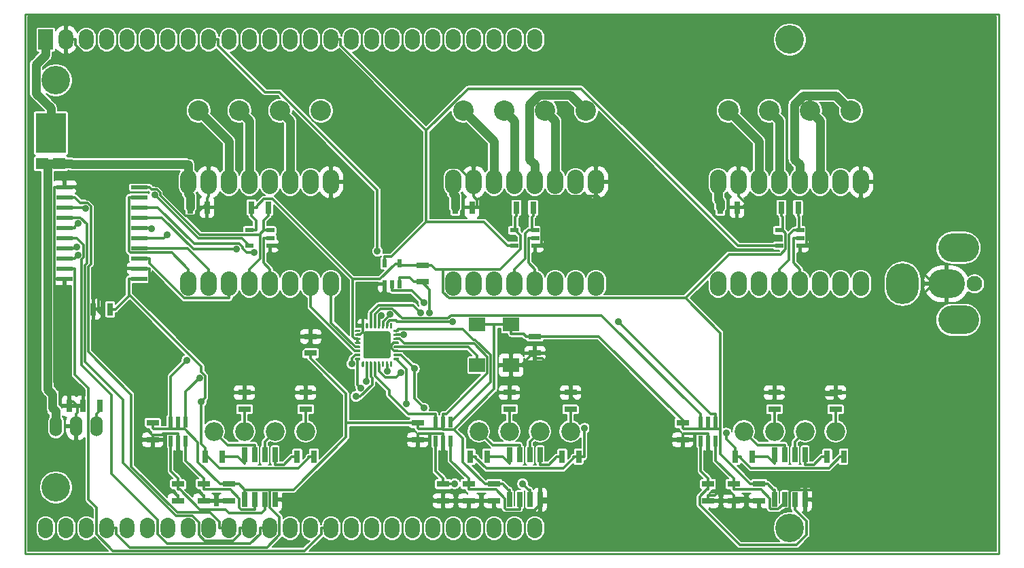
<source format=gbl>
%TF.GenerationSoftware,KiCad,Pcbnew,5.1.0-unknown-e90452d~82~ubuntu18.04.1*%
%TF.CreationDate,2019-04-11T14:53:50-04:00*%
%TF.ProjectId,stepper_controller_5x3,73746570-7065-4725-9f63-6f6e74726f6c,1.3*%
%TF.SameCoordinates,Original*%
%TF.FileFunction,Copper,L2,Bot*%
%TF.FilePolarity,Positive*%
%FSLAX46Y46*%
G04 Gerber Fmt 4.6, Leading zero omitted, Abs format (unit mm)*
G04 Created by KiCad (PCBNEW 5.1.0-unknown-e90452d~82~ubuntu18.04.1) date 2019-04-11 14:53:50*
%MOMM*%
%LPD*%
G04 APERTURE LIST*
%TA.AperFunction,NonConductor*%
%ADD10C,0.228600*%
%TD*%
%TA.AperFunction,SMDPad,CuDef*%
%ADD11R,1.600200X0.787400*%
%TD*%
%TA.AperFunction,SMDPad,CuDef*%
%ADD12R,0.787400X1.600200*%
%TD*%
%TA.AperFunction,SMDPad,CuDef*%
%ADD13R,0.558800X1.330960*%
%TD*%
%TA.AperFunction,ComponentPad*%
%ADD14O,2.032000X3.048000*%
%TD*%
%TA.AperFunction,SMDPad,CuDef*%
%ADD15R,1.600000X1.440000*%
%TD*%
%TA.AperFunction,SMDPad,CuDef*%
%ADD16R,3.800000X4.960000*%
%TD*%
%TA.AperFunction,Conductor*%
%ADD17C,0.100000*%
%TD*%
%TA.AperFunction,ComponentPad*%
%ADD18C,3.400001*%
%TD*%
%TA.AperFunction,SMDPad,CuDef*%
%ADD19C,0.300000*%
%TD*%
%TA.AperFunction,ComponentPad*%
%ADD20O,1.854200X2.540000*%
%TD*%
%TA.AperFunction,ComponentPad*%
%ADD21C,3.556000*%
%TD*%
%TA.AperFunction,ComponentPad*%
%ADD22R,1.854200X2.540000*%
%TD*%
%TA.AperFunction,SMDPad,CuDef*%
%ADD23R,2.000000X1.800000*%
%TD*%
%TA.AperFunction,ComponentPad*%
%ADD24O,5.080000X3.556000*%
%TD*%
%TA.AperFunction,ComponentPad*%
%ADD25O,4.064000X5.080000*%
%TD*%
%TA.AperFunction,ComponentPad*%
%ADD26O,4.572000X3.556000*%
%TD*%
%TA.AperFunction,ComponentPad*%
%ADD27C,1.930400*%
%TD*%
%TA.AperFunction,ComponentPad*%
%ADD28O,1.524000X2.540000*%
%TD*%
%TA.AperFunction,SMDPad,CuDef*%
%ADD29R,1.100000X0.600000*%
%TD*%
%TA.AperFunction,ComponentPad*%
%ADD30C,2.540000*%
%TD*%
%TA.AperFunction,ComponentPad*%
%ADD31C,2.340000*%
%TD*%
%TA.AperFunction,SMDPad,CuDef*%
%ADD32R,0.600000X1.100000*%
%TD*%
%TA.AperFunction,SMDPad,CuDef*%
%ADD33R,2.000000X0.600000*%
%TD*%
%TA.AperFunction,SMDPad,CuDef*%
%ADD34R,0.640000X1.910000*%
%TD*%
%TA.AperFunction,ViaPad*%
%ADD35C,0.889000*%
%TD*%
%TA.AperFunction,Conductor*%
%ADD36C,0.304800*%
%TD*%
%TA.AperFunction,Conductor*%
%ADD37C,1.066800*%
%TD*%
%TA.AperFunction,Conductor*%
%ADD38C,0.203200*%
%TD*%
G04 APERTURE END LIST*
D10*
X191135000Y-71755000D02*
X69850000Y-71755000D01*
X191135000Y-139065000D02*
X191135000Y-71755000D01*
X69850000Y-139065000D02*
X191135000Y-139065000D01*
X69850000Y-71755000D02*
X69850000Y-139065000D01*
D11*
%TO.P,C1,2*%
%TO.N,GND*%
X105410000Y-111988600D03*
%TO.P,C1,1*%
%TO.N,+3V3*%
X105410000Y-114071400D03*
%TD*%
%TO.P,C4,2*%
%TO.N,GND*%
X133350000Y-114071400D03*
%TO.P,C4,1*%
%TO.N,+3V3*%
X133350000Y-111988600D03*
%TD*%
D12*
%TO.P,C5,2*%
%TO.N,GND*%
X78333600Y-108585000D03*
%TO.P,C5,1*%
%TO.N,+5V*%
X80416400Y-108585000D03*
%TD*%
D11*
%TO.P,C8,2*%
%TO.N,GND*%
X161290000Y-132486400D03*
%TO.P,C8,1*%
%TO.N,+3V3*%
X161290000Y-130403600D03*
%TD*%
%TO.P,C9,2*%
%TO.N,GND*%
X158115000Y-132486400D03*
%TO.P,C9,1*%
%TO.N,/tmc429_driver_0/stepper_0/REF_BI*%
X158115000Y-130403600D03*
%TD*%
%TO.P,C10,2*%
%TO.N,GND*%
X154940000Y-132486400D03*
%TO.P,C10,1*%
%TO.N,/tmc429_driver_0/stepper_0/REFR_BI*%
X154940000Y-130403600D03*
%TD*%
%TO.P,C11,2*%
%TO.N,GND*%
X151765000Y-124866400D03*
%TO.P,C11,1*%
%TO.N,+3V3*%
X151765000Y-122783600D03*
%TD*%
%TO.P,C14,2*%
%TO.N,GND*%
X128270000Y-132486400D03*
%TO.P,C14,1*%
%TO.N,+3V3*%
X128270000Y-130403600D03*
%TD*%
%TO.P,C15,2*%
%TO.N,GND*%
X125095000Y-132486400D03*
%TO.P,C15,1*%
%TO.N,/tmc429_driver_0/stepper_1/REF_BI*%
X125095000Y-130403600D03*
%TD*%
%TO.P,C16,2*%
%TO.N,GND*%
X121920000Y-132486400D03*
%TO.P,C16,1*%
%TO.N,/tmc429_driver_0/stepper_1/REFR_BI*%
X121920000Y-130403600D03*
%TD*%
%TO.P,C17,2*%
%TO.N,GND*%
X118745000Y-124866400D03*
%TO.P,C17,1*%
%TO.N,+3V3*%
X118745000Y-122783600D03*
%TD*%
%TO.P,C20,2*%
%TO.N,GND*%
X95250000Y-132486400D03*
%TO.P,C20,1*%
%TO.N,+3V3*%
X95250000Y-130403600D03*
%TD*%
%TO.P,C21,2*%
%TO.N,GND*%
X92075000Y-132486400D03*
%TO.P,C21,1*%
%TO.N,/tmc429_driver_0/stepper_2/REF_BI*%
X92075000Y-130403600D03*
%TD*%
%TO.P,C22,2*%
%TO.N,GND*%
X88900000Y-132486400D03*
%TO.P,C22,1*%
%TO.N,/tmc429_driver_0/stepper_2/REFR_BI*%
X88900000Y-130403600D03*
%TD*%
%TO.P,C23,2*%
%TO.N,GND*%
X85725000Y-124866400D03*
%TO.P,C23,1*%
%TO.N,+3V3*%
X85725000Y-122783600D03*
%TD*%
D12*
%TO.P,R3,2*%
%TO.N,/tmc429_driver_0/stepper_0/REF_PWR*%
X160426400Y-127000000D03*
%TO.P,R3,1*%
%TO.N,+5V*%
X158343600Y-127000000D03*
%TD*%
D11*
%TO.P,R4,2*%
%TO.N,GND*%
X163195000Y-118973600D03*
%TO.P,R4,1*%
%TO.N,/tmc429_driver_0/stepper_0/REF_GND*%
X163195000Y-121056400D03*
%TD*%
D12*
%TO.P,R5,2*%
%TO.N,/tmc429_driver_0/stepper_0/REFR_PWR*%
X169773600Y-127000000D03*
%TO.P,R5,1*%
%TO.N,+5V*%
X171856400Y-127000000D03*
%TD*%
D11*
%TO.P,R6,2*%
%TO.N,GND*%
X170815000Y-118973600D03*
%TO.P,R6,1*%
%TO.N,/tmc429_driver_0/stepper_0/REFR_GND*%
X170815000Y-121056400D03*
%TD*%
D12*
%TO.P,R8,2*%
%TO.N,/tmc429_driver_0/stepper_1/REF_PWR*%
X127406400Y-127000000D03*
%TO.P,R8,1*%
%TO.N,+5V*%
X125323600Y-127000000D03*
%TD*%
D11*
%TO.P,R9,2*%
%TO.N,GND*%
X130175000Y-118973600D03*
%TO.P,R9,1*%
%TO.N,/tmc429_driver_0/stepper_1/REF_GND*%
X130175000Y-121056400D03*
%TD*%
D12*
%TO.P,R10,2*%
%TO.N,/tmc429_driver_0/stepper_1/REFR_PWR*%
X136753600Y-127000000D03*
%TO.P,R10,1*%
%TO.N,+5V*%
X138836400Y-127000000D03*
%TD*%
D11*
%TO.P,R11,2*%
%TO.N,GND*%
X137795000Y-118973600D03*
%TO.P,R11,1*%
%TO.N,/tmc429_driver_0/stepper_1/REFR_GND*%
X137795000Y-121056400D03*
%TD*%
D12*
%TO.P,R13,2*%
%TO.N,/tmc429_driver_0/stepper_2/REF_PWR*%
X94386400Y-127000000D03*
%TO.P,R13,1*%
%TO.N,+5V*%
X92303600Y-127000000D03*
%TD*%
D11*
%TO.P,R14,2*%
%TO.N,GND*%
X97155000Y-118973600D03*
%TO.P,R14,1*%
%TO.N,/tmc429_driver_0/stepper_2/REF_GND*%
X97155000Y-121056400D03*
%TD*%
D12*
%TO.P,R15,2*%
%TO.N,/tmc429_driver_0/stepper_2/REFR_PWR*%
X103733600Y-127000000D03*
%TO.P,R15,1*%
%TO.N,+5V*%
X105816400Y-127000000D03*
%TD*%
D11*
%TO.P,R16,2*%
%TO.N,GND*%
X104775000Y-118973600D03*
%TO.P,R16,1*%
%TO.N,/tmc429_driver_0/stepper_2/REFR_GND*%
X104775000Y-121056400D03*
%TD*%
D12*
%TO.P,C2,2*%
%TO.N,GND*%
X75336400Y-120650000D03*
%TO.P,C2,1*%
%TO.N,VAA*%
X73253600Y-120650000D03*
%TD*%
%TO.P,C3,2*%
%TO.N,GND*%
X77063600Y-120650000D03*
%TO.P,C3,1*%
%TO.N,+5V*%
X79146400Y-120650000D03*
%TD*%
%TO.P,C7,2*%
%TO.N,GND*%
X158521400Y-95885000D03*
%TO.P,C7,1*%
%TO.N,VAA*%
X156438600Y-95885000D03*
%TD*%
%TO.P,C13,2*%
%TO.N,GND*%
X125501400Y-95885000D03*
%TO.P,C13,1*%
%TO.N,VAA*%
X123418600Y-95885000D03*
%TD*%
%TO.P,C19,2*%
%TO.N,GND*%
X92481400Y-95885000D03*
%TO.P,C19,1*%
%TO.N,VAA*%
X90398600Y-95885000D03*
%TD*%
%TO.P,R2,2*%
%TO.N,/tmc429_driver_0/~CS_DRIVER_0_B*%
X166141400Y-95885000D03*
%TO.P,R2,1*%
%TO.N,+3V3*%
X164058600Y-95885000D03*
%TD*%
%TO.P,R7,2*%
%TO.N,/tmc429_driver_0/~CS_DRIVER_1_B*%
X133121400Y-95885000D03*
%TO.P,R7,1*%
%TO.N,+3V3*%
X131038600Y-95885000D03*
%TD*%
%TO.P,R12,2*%
%TO.N,/tmc429_driver_0/~CS_DRIVER_2_B*%
X100101400Y-95885000D03*
%TO.P,R12,1*%
%TO.N,+3V3*%
X98018600Y-95885000D03*
%TD*%
D11*
%TO.P,R1,2*%
%TO.N,/CS_429*%
X119380000Y-105181400D03*
%TO.P,R1,1*%
%TO.N,+3V3*%
X119380000Y-103098600D03*
%TD*%
D13*
%TO.P,U5,6*%
%TO.N,/tmc429_driver_0/REF_0*%
X155889960Y-122626120D03*
%TO.P,U5,5*%
%TO.N,+3V3*%
X154940000Y-122626120D03*
%TO.P,U5,4*%
%TO.N,/tmc429_driver_0/REFR_0*%
X153990040Y-122626120D03*
%TO.P,U5,3*%
%TO.N,/tmc429_driver_0/stepper_0/REFR_BI*%
X153990040Y-125023880D03*
%TO.P,U5,2*%
%TO.N,GND*%
X154940000Y-125023880D03*
%TO.P,U5,1*%
%TO.N,/tmc429_driver_0/stepper_0/REF_BI*%
X155889960Y-125023880D03*
%TD*%
%TO.P,U8,6*%
%TO.N,/tmc429_driver_0/REF_1*%
X122869960Y-122626120D03*
%TO.P,U8,5*%
%TO.N,+3V3*%
X121920000Y-122626120D03*
%TO.P,U8,4*%
%TO.N,/tmc429_driver_0/REFR_1*%
X120970040Y-122626120D03*
%TO.P,U8,3*%
%TO.N,/tmc429_driver_0/stepper_1/REFR_BI*%
X120970040Y-125023880D03*
%TO.P,U8,2*%
%TO.N,GND*%
X121920000Y-125023880D03*
%TO.P,U8,1*%
%TO.N,/tmc429_driver_0/stepper_1/REF_BI*%
X122869960Y-125023880D03*
%TD*%
%TO.P,U11,6*%
%TO.N,/tmc429_driver_0/REF_2*%
X89849960Y-122626120D03*
%TO.P,U11,5*%
%TO.N,+3V3*%
X88900000Y-122626120D03*
%TO.P,U11,4*%
%TO.N,/tmc429_driver_0/REFR_2*%
X87950040Y-122626120D03*
%TO.P,U11,3*%
%TO.N,/tmc429_driver_0/stepper_2/REFR_BI*%
X87950040Y-125023880D03*
%TO.P,U11,2*%
%TO.N,GND*%
X88900000Y-125023880D03*
%TO.P,U11,1*%
%TO.N,/tmc429_driver_0/stepper_2/REF_BI*%
X89849960Y-125023880D03*
%TD*%
D14*
%TO.P,SS1,1*%
%TO.N,/tmc429_driver_0/DIR_0*%
X173990000Y-105410000D03*
%TO.P,SS1,2*%
%TO.N,/tmc429_driver_0/STEP_0*%
X171450000Y-105410000D03*
%TO.P,SS1,3*%
%TO.N,N/C*%
X168910000Y-105410000D03*
%TO.P,SS1,4*%
%TO.N,/tmc429_driver_0/stepper_0/MISO_UB*%
X166370000Y-105410000D03*
%TO.P,SS1,5*%
%TO.N,/tmc429_driver_0/~CS_DRIVER_0_B*%
X163830000Y-105410000D03*
%TO.P,SS1,6*%
%TO.N,/tmc429_driver_0/SCK_B*%
X161290000Y-105410000D03*
%TO.P,SS1,7*%
%TO.N,/tmc429_driver_0/MOSI_B*%
X158750000Y-105410000D03*
%TO.P,SS1,8*%
%TO.N,/tmc429_driver_0/~ENABLE_0_B*%
X156210000Y-105410000D03*
%TO.P,SS1,9*%
%TO.N,VAA*%
X156210000Y-92710000D03*
%TO.P,SS1,10*%
%TO.N,GND*%
X158750000Y-92710000D03*
%TO.P,SS1,11*%
%TO.N,/tmc429_driver_0/stepper_0/B_-*%
X161290000Y-92710000D03*
%TO.P,SS1,12*%
%TO.N,/tmc429_driver_0/stepper_0/B_+*%
X163830000Y-92710000D03*
%TO.P,SS1,13*%
%TO.N,/tmc429_driver_0/stepper_0/A_+*%
X166370000Y-92710000D03*
%TO.P,SS1,14*%
%TO.N,/tmc429_driver_0/stepper_0/A_-*%
X168910000Y-92710000D03*
%TO.P,SS1,15*%
%TO.N,+5V*%
X171450000Y-92710000D03*
%TO.P,SS1,16*%
%TO.N,GND*%
X173990000Y-92710000D03*
%TD*%
%TO.P,SS2,1*%
%TO.N,/tmc429_driver_0/DIR_1*%
X140970000Y-105410000D03*
%TO.P,SS2,2*%
%TO.N,/tmc429_driver_0/STEP_1*%
X138430000Y-105410000D03*
%TO.P,SS2,3*%
%TO.N,N/C*%
X135890000Y-105410000D03*
%TO.P,SS2,4*%
%TO.N,/tmc429_driver_0/stepper_1/MISO_UB*%
X133350000Y-105410000D03*
%TO.P,SS2,5*%
%TO.N,/tmc429_driver_0/~CS_DRIVER_1_B*%
X130810000Y-105410000D03*
%TO.P,SS2,6*%
%TO.N,/tmc429_driver_0/SCK_B*%
X128270000Y-105410000D03*
%TO.P,SS2,7*%
%TO.N,/tmc429_driver_0/MOSI_B*%
X125730000Y-105410000D03*
%TO.P,SS2,8*%
%TO.N,/tmc429_driver_0/~ENABLE_1_B*%
X123190000Y-105410000D03*
%TO.P,SS2,9*%
%TO.N,VAA*%
X123190000Y-92710000D03*
%TO.P,SS2,10*%
%TO.N,GND*%
X125730000Y-92710000D03*
%TO.P,SS2,11*%
%TO.N,/tmc429_driver_0/stepper_1/B_-*%
X128270000Y-92710000D03*
%TO.P,SS2,12*%
%TO.N,/tmc429_driver_0/stepper_1/B_+*%
X130810000Y-92710000D03*
%TO.P,SS2,13*%
%TO.N,/tmc429_driver_0/stepper_1/A_+*%
X133350000Y-92710000D03*
%TO.P,SS2,14*%
%TO.N,/tmc429_driver_0/stepper_1/A_-*%
X135890000Y-92710000D03*
%TO.P,SS2,15*%
%TO.N,+5V*%
X138430000Y-92710000D03*
%TO.P,SS2,16*%
%TO.N,GND*%
X140970000Y-92710000D03*
%TD*%
%TO.P,SS3,1*%
%TO.N,/tmc429_driver_0/DIR_2*%
X107950000Y-105410000D03*
%TO.P,SS3,2*%
%TO.N,/tmc429_driver_0/STEP_2*%
X105410000Y-105410000D03*
%TO.P,SS3,3*%
%TO.N,N/C*%
X102870000Y-105410000D03*
%TO.P,SS3,4*%
%TO.N,/tmc429_driver_0/stepper_2/MISO_UB*%
X100330000Y-105410000D03*
%TO.P,SS3,5*%
%TO.N,/tmc429_driver_0/~CS_DRIVER_2_B*%
X97790000Y-105410000D03*
%TO.P,SS3,6*%
%TO.N,/tmc429_driver_0/SCK_B*%
X95250000Y-105410000D03*
%TO.P,SS3,7*%
%TO.N,/tmc429_driver_0/MOSI_B*%
X92710000Y-105410000D03*
%TO.P,SS3,8*%
%TO.N,/tmc429_driver_0/~ENABLE_2_B*%
X90170000Y-105410000D03*
%TO.P,SS3,9*%
%TO.N,VAA*%
X90170000Y-92710000D03*
%TO.P,SS3,10*%
%TO.N,GND*%
X92710000Y-92710000D03*
%TO.P,SS3,11*%
%TO.N,/tmc429_driver_0/stepper_2/B_-*%
X95250000Y-92710000D03*
%TO.P,SS3,12*%
%TO.N,/tmc429_driver_0/stepper_2/B_+*%
X97790000Y-92710000D03*
%TO.P,SS3,13*%
%TO.N,/tmc429_driver_0/stepper_2/A_+*%
X100330000Y-92710000D03*
%TO.P,SS3,14*%
%TO.N,/tmc429_driver_0/stepper_2/A_-*%
X102870000Y-92710000D03*
%TO.P,SS3,15*%
%TO.N,+5V*%
X105410000Y-92710000D03*
%TO.P,SS3,16*%
%TO.N,GND*%
X107950000Y-92710000D03*
%TD*%
D15*
%TO.P,D1,2*%
%TO.N,VAA*%
X74090000Y-90410000D03*
X71960000Y-90410000D03*
D16*
%TO.P,D1,1*%
%TO.N,VDD*%
X73025000Y-86610000D03*
%TD*%
D17*
%TO.N,GND*%
%TO.C,U1*%
G36*
X115058326Y-111331637D02*
G01*
X115091331Y-111336533D01*
X115123697Y-111344640D01*
X115155112Y-111355881D01*
X115185275Y-111370147D01*
X115213894Y-111387300D01*
X115240694Y-111407176D01*
X115265416Y-111429584D01*
X115287824Y-111454306D01*
X115307700Y-111481106D01*
X115324853Y-111509725D01*
X115339119Y-111539888D01*
X115350360Y-111571303D01*
X115358467Y-111603669D01*
X115363363Y-111636674D01*
X115365000Y-111670000D01*
X115365000Y-114390000D01*
X115363363Y-114423326D01*
X115358467Y-114456331D01*
X115350360Y-114488697D01*
X115339119Y-114520112D01*
X115324853Y-114550275D01*
X115307700Y-114578894D01*
X115287824Y-114605694D01*
X115265416Y-114630416D01*
X115240694Y-114652824D01*
X115213894Y-114672700D01*
X115185275Y-114689853D01*
X115155112Y-114704119D01*
X115123697Y-114715360D01*
X115091331Y-114723467D01*
X115058326Y-114728363D01*
X115025000Y-114730000D01*
X112305000Y-114730000D01*
X112271674Y-114728363D01*
X112238669Y-114723467D01*
X112206303Y-114715360D01*
X112174888Y-114704119D01*
X112144725Y-114689853D01*
X112116106Y-114672700D01*
X112089306Y-114652824D01*
X112064584Y-114630416D01*
X112042176Y-114605694D01*
X112022300Y-114578894D01*
X112005147Y-114550275D01*
X111990881Y-114520112D01*
X111979640Y-114488697D01*
X111971533Y-114456331D01*
X111966637Y-114423326D01*
X111965000Y-114390000D01*
X111965000Y-111670000D01*
X111966637Y-111636674D01*
X111971533Y-111603669D01*
X111979640Y-111571303D01*
X111990881Y-111539888D01*
X112005147Y-111509725D01*
X112022300Y-111481106D01*
X112042176Y-111454306D01*
X112064584Y-111429584D01*
X112089306Y-111407176D01*
X112116106Y-111387300D01*
X112144725Y-111370147D01*
X112174888Y-111355881D01*
X112206303Y-111344640D01*
X112238669Y-111336533D01*
X112271674Y-111331637D01*
X112305000Y-111330000D01*
X115025000Y-111330000D01*
X115058326Y-111331637D01*
X115058326Y-111331637D01*
G37*
D18*
%TD*%
%TO.P,U1,PAD*%
%TO.N,GND*%
X113665000Y-113030000D03*
D17*
%TO.N,GND*%
%TO.C,U1*%
G36*
X111929704Y-110280722D02*
G01*
X111944265Y-110282882D01*
X111958544Y-110286459D01*
X111972404Y-110291418D01*
X111985711Y-110297712D01*
X111998337Y-110305280D01*
X112010160Y-110314048D01*
X112021067Y-110323934D01*
X112030953Y-110334841D01*
X112039721Y-110346664D01*
X112047289Y-110359290D01*
X112053583Y-110372597D01*
X112058542Y-110386457D01*
X112062119Y-110400736D01*
X112064279Y-110415297D01*
X112065001Y-110430000D01*
X112065001Y-110830000D01*
X112064279Y-110844703D01*
X112062119Y-110859264D01*
X112058542Y-110873543D01*
X112053583Y-110887403D01*
X112047289Y-110900710D01*
X112039721Y-110913336D01*
X112030953Y-110925159D01*
X112021067Y-110936066D01*
X112010160Y-110945952D01*
X111998337Y-110954720D01*
X111985711Y-110962288D01*
X111972404Y-110968582D01*
X111958544Y-110973541D01*
X111944265Y-110977118D01*
X111929704Y-110979278D01*
X111915001Y-110980000D01*
X111914999Y-110980000D01*
X111900296Y-110979278D01*
X111885735Y-110977118D01*
X111871456Y-110973541D01*
X111857596Y-110968582D01*
X111844289Y-110962288D01*
X111831663Y-110954720D01*
X111819840Y-110945952D01*
X111808933Y-110936066D01*
X111799047Y-110925159D01*
X111790279Y-110913336D01*
X111782711Y-110900710D01*
X111776417Y-110887403D01*
X111771458Y-110873543D01*
X111767881Y-110859264D01*
X111765721Y-110844703D01*
X111764999Y-110830000D01*
X111764999Y-110430000D01*
X111765721Y-110415297D01*
X111767881Y-110400736D01*
X111771458Y-110386457D01*
X111776417Y-110372597D01*
X111782711Y-110359290D01*
X111790279Y-110346664D01*
X111799047Y-110334841D01*
X111808933Y-110323934D01*
X111819840Y-110314048D01*
X111831663Y-110305280D01*
X111844289Y-110297712D01*
X111857596Y-110291418D01*
X111871456Y-110286459D01*
X111885735Y-110282882D01*
X111900296Y-110280722D01*
X111914999Y-110280000D01*
X111915001Y-110280000D01*
X111929704Y-110280722D01*
X111929704Y-110280722D01*
G37*
D19*
%TD*%
%TO.P,U1,25*%
%TO.N,GND*%
X111915000Y-110630000D03*
D17*
%TO.N,N/C*%
%TO.C,U1*%
G36*
X112429704Y-110280722D02*
G01*
X112444265Y-110282882D01*
X112458544Y-110286459D01*
X112472404Y-110291418D01*
X112485711Y-110297712D01*
X112498337Y-110305280D01*
X112510160Y-110314048D01*
X112521067Y-110323934D01*
X112530953Y-110334841D01*
X112539721Y-110346664D01*
X112547289Y-110359290D01*
X112553583Y-110372597D01*
X112558542Y-110386457D01*
X112562119Y-110400736D01*
X112564279Y-110415297D01*
X112565001Y-110430000D01*
X112565001Y-110830000D01*
X112564279Y-110844703D01*
X112562119Y-110859264D01*
X112558542Y-110873543D01*
X112553583Y-110887403D01*
X112547289Y-110900710D01*
X112539721Y-110913336D01*
X112530953Y-110925159D01*
X112521067Y-110936066D01*
X112510160Y-110945952D01*
X112498337Y-110954720D01*
X112485711Y-110962288D01*
X112472404Y-110968582D01*
X112458544Y-110973541D01*
X112444265Y-110977118D01*
X112429704Y-110979278D01*
X112415001Y-110980000D01*
X112414999Y-110980000D01*
X112400296Y-110979278D01*
X112385735Y-110977118D01*
X112371456Y-110973541D01*
X112357596Y-110968582D01*
X112344289Y-110962288D01*
X112331663Y-110954720D01*
X112319840Y-110945952D01*
X112308933Y-110936066D01*
X112299047Y-110925159D01*
X112290279Y-110913336D01*
X112282711Y-110900710D01*
X112276417Y-110887403D01*
X112271458Y-110873543D01*
X112267881Y-110859264D01*
X112265721Y-110844703D01*
X112264999Y-110830000D01*
X112264999Y-110430000D01*
X112265721Y-110415297D01*
X112267881Y-110400736D01*
X112271458Y-110386457D01*
X112276417Y-110372597D01*
X112282711Y-110359290D01*
X112290279Y-110346664D01*
X112299047Y-110334841D01*
X112308933Y-110323934D01*
X112319840Y-110314048D01*
X112331663Y-110305280D01*
X112344289Y-110297712D01*
X112357596Y-110291418D01*
X112371456Y-110286459D01*
X112385735Y-110282882D01*
X112400296Y-110280722D01*
X112414999Y-110280000D01*
X112415001Y-110280000D01*
X112429704Y-110280722D01*
X112429704Y-110280722D01*
G37*
D19*
%TD*%
%TO.P,U1,26*%
%TO.N,N/C*%
X112415000Y-110630000D03*
D17*
%TO.N,/tmc429_driver_0/DIR_1*%
%TO.C,U1*%
G36*
X112929704Y-110280722D02*
G01*
X112944265Y-110282882D01*
X112958544Y-110286459D01*
X112972404Y-110291418D01*
X112985711Y-110297712D01*
X112998337Y-110305280D01*
X113010160Y-110314048D01*
X113021067Y-110323934D01*
X113030953Y-110334841D01*
X113039721Y-110346664D01*
X113047289Y-110359290D01*
X113053583Y-110372597D01*
X113058542Y-110386457D01*
X113062119Y-110400736D01*
X113064279Y-110415297D01*
X113065001Y-110430000D01*
X113065001Y-110830000D01*
X113064279Y-110844703D01*
X113062119Y-110859264D01*
X113058542Y-110873543D01*
X113053583Y-110887403D01*
X113047289Y-110900710D01*
X113039721Y-110913336D01*
X113030953Y-110925159D01*
X113021067Y-110936066D01*
X113010160Y-110945952D01*
X112998337Y-110954720D01*
X112985711Y-110962288D01*
X112972404Y-110968582D01*
X112958544Y-110973541D01*
X112944265Y-110977118D01*
X112929704Y-110979278D01*
X112915001Y-110980000D01*
X112914999Y-110980000D01*
X112900296Y-110979278D01*
X112885735Y-110977118D01*
X112871456Y-110973541D01*
X112857596Y-110968582D01*
X112844289Y-110962288D01*
X112831663Y-110954720D01*
X112819840Y-110945952D01*
X112808933Y-110936066D01*
X112799047Y-110925159D01*
X112790279Y-110913336D01*
X112782711Y-110900710D01*
X112776417Y-110887403D01*
X112771458Y-110873543D01*
X112767881Y-110859264D01*
X112765721Y-110844703D01*
X112764999Y-110830000D01*
X112764999Y-110430000D01*
X112765721Y-110415297D01*
X112767881Y-110400736D01*
X112771458Y-110386457D01*
X112776417Y-110372597D01*
X112782711Y-110359290D01*
X112790279Y-110346664D01*
X112799047Y-110334841D01*
X112808933Y-110323934D01*
X112819840Y-110314048D01*
X112831663Y-110305280D01*
X112844289Y-110297712D01*
X112857596Y-110291418D01*
X112871456Y-110286459D01*
X112885735Y-110282882D01*
X112900296Y-110280722D01*
X112914999Y-110280000D01*
X112915001Y-110280000D01*
X112929704Y-110280722D01*
X112929704Y-110280722D01*
G37*
D19*
%TD*%
%TO.P,U1,27*%
%TO.N,/tmc429_driver_0/DIR_1*%
X112915000Y-110630000D03*
D17*
%TO.N,/tmc429_driver_0/REFR_0*%
%TO.C,U1*%
G36*
X113429704Y-110280722D02*
G01*
X113444265Y-110282882D01*
X113458544Y-110286459D01*
X113472404Y-110291418D01*
X113485711Y-110297712D01*
X113498337Y-110305280D01*
X113510160Y-110314048D01*
X113521067Y-110323934D01*
X113530953Y-110334841D01*
X113539721Y-110346664D01*
X113547289Y-110359290D01*
X113553583Y-110372597D01*
X113558542Y-110386457D01*
X113562119Y-110400736D01*
X113564279Y-110415297D01*
X113565001Y-110430000D01*
X113565001Y-110830000D01*
X113564279Y-110844703D01*
X113562119Y-110859264D01*
X113558542Y-110873543D01*
X113553583Y-110887403D01*
X113547289Y-110900710D01*
X113539721Y-110913336D01*
X113530953Y-110925159D01*
X113521067Y-110936066D01*
X113510160Y-110945952D01*
X113498337Y-110954720D01*
X113485711Y-110962288D01*
X113472404Y-110968582D01*
X113458544Y-110973541D01*
X113444265Y-110977118D01*
X113429704Y-110979278D01*
X113415001Y-110980000D01*
X113414999Y-110980000D01*
X113400296Y-110979278D01*
X113385735Y-110977118D01*
X113371456Y-110973541D01*
X113357596Y-110968582D01*
X113344289Y-110962288D01*
X113331663Y-110954720D01*
X113319840Y-110945952D01*
X113308933Y-110936066D01*
X113299047Y-110925159D01*
X113290279Y-110913336D01*
X113282711Y-110900710D01*
X113276417Y-110887403D01*
X113271458Y-110873543D01*
X113267881Y-110859264D01*
X113265721Y-110844703D01*
X113264999Y-110830000D01*
X113264999Y-110430000D01*
X113265721Y-110415297D01*
X113267881Y-110400736D01*
X113271458Y-110386457D01*
X113276417Y-110372597D01*
X113282711Y-110359290D01*
X113290279Y-110346664D01*
X113299047Y-110334841D01*
X113308933Y-110323934D01*
X113319840Y-110314048D01*
X113331663Y-110305280D01*
X113344289Y-110297712D01*
X113357596Y-110291418D01*
X113371456Y-110286459D01*
X113385735Y-110282882D01*
X113400296Y-110280722D01*
X113414999Y-110280000D01*
X113415001Y-110280000D01*
X113429704Y-110280722D01*
X113429704Y-110280722D01*
G37*
D19*
%TD*%
%TO.P,U1,28*%
%TO.N,/tmc429_driver_0/REFR_0*%
X113415000Y-110630000D03*
D17*
%TO.N,/tmc429_driver_0/REFR_2*%
%TO.C,U1*%
G36*
X113929704Y-110280722D02*
G01*
X113944265Y-110282882D01*
X113958544Y-110286459D01*
X113972404Y-110291418D01*
X113985711Y-110297712D01*
X113998337Y-110305280D01*
X114010160Y-110314048D01*
X114021067Y-110323934D01*
X114030953Y-110334841D01*
X114039721Y-110346664D01*
X114047289Y-110359290D01*
X114053583Y-110372597D01*
X114058542Y-110386457D01*
X114062119Y-110400736D01*
X114064279Y-110415297D01*
X114065001Y-110430000D01*
X114065001Y-110830000D01*
X114064279Y-110844703D01*
X114062119Y-110859264D01*
X114058542Y-110873543D01*
X114053583Y-110887403D01*
X114047289Y-110900710D01*
X114039721Y-110913336D01*
X114030953Y-110925159D01*
X114021067Y-110936066D01*
X114010160Y-110945952D01*
X113998337Y-110954720D01*
X113985711Y-110962288D01*
X113972404Y-110968582D01*
X113958544Y-110973541D01*
X113944265Y-110977118D01*
X113929704Y-110979278D01*
X113915001Y-110980000D01*
X113914999Y-110980000D01*
X113900296Y-110979278D01*
X113885735Y-110977118D01*
X113871456Y-110973541D01*
X113857596Y-110968582D01*
X113844289Y-110962288D01*
X113831663Y-110954720D01*
X113819840Y-110945952D01*
X113808933Y-110936066D01*
X113799047Y-110925159D01*
X113790279Y-110913336D01*
X113782711Y-110900710D01*
X113776417Y-110887403D01*
X113771458Y-110873543D01*
X113767881Y-110859264D01*
X113765721Y-110844703D01*
X113764999Y-110830000D01*
X113764999Y-110430000D01*
X113765721Y-110415297D01*
X113767881Y-110400736D01*
X113771458Y-110386457D01*
X113776417Y-110372597D01*
X113782711Y-110359290D01*
X113790279Y-110346664D01*
X113799047Y-110334841D01*
X113808933Y-110323934D01*
X113819840Y-110314048D01*
X113831663Y-110305280D01*
X113844289Y-110297712D01*
X113857596Y-110291418D01*
X113871456Y-110286459D01*
X113885735Y-110282882D01*
X113900296Y-110280722D01*
X113914999Y-110280000D01*
X113915001Y-110280000D01*
X113929704Y-110280722D01*
X113929704Y-110280722D01*
G37*
D19*
%TD*%
%TO.P,U1,29*%
%TO.N,/tmc429_driver_0/REFR_2*%
X113915000Y-110630000D03*
D17*
%TO.N,/POSCOMP*%
%TO.C,U1*%
G36*
X114429704Y-110280722D02*
G01*
X114444265Y-110282882D01*
X114458544Y-110286459D01*
X114472404Y-110291418D01*
X114485711Y-110297712D01*
X114498337Y-110305280D01*
X114510160Y-110314048D01*
X114521067Y-110323934D01*
X114530953Y-110334841D01*
X114539721Y-110346664D01*
X114547289Y-110359290D01*
X114553583Y-110372597D01*
X114558542Y-110386457D01*
X114562119Y-110400736D01*
X114564279Y-110415297D01*
X114565001Y-110430000D01*
X114565001Y-110830000D01*
X114564279Y-110844703D01*
X114562119Y-110859264D01*
X114558542Y-110873543D01*
X114553583Y-110887403D01*
X114547289Y-110900710D01*
X114539721Y-110913336D01*
X114530953Y-110925159D01*
X114521067Y-110936066D01*
X114510160Y-110945952D01*
X114498337Y-110954720D01*
X114485711Y-110962288D01*
X114472404Y-110968582D01*
X114458544Y-110973541D01*
X114444265Y-110977118D01*
X114429704Y-110979278D01*
X114415001Y-110980000D01*
X114414999Y-110980000D01*
X114400296Y-110979278D01*
X114385735Y-110977118D01*
X114371456Y-110973541D01*
X114357596Y-110968582D01*
X114344289Y-110962288D01*
X114331663Y-110954720D01*
X114319840Y-110945952D01*
X114308933Y-110936066D01*
X114299047Y-110925159D01*
X114290279Y-110913336D01*
X114282711Y-110900710D01*
X114276417Y-110887403D01*
X114271458Y-110873543D01*
X114267881Y-110859264D01*
X114265721Y-110844703D01*
X114264999Y-110830000D01*
X114264999Y-110430000D01*
X114265721Y-110415297D01*
X114267881Y-110400736D01*
X114271458Y-110386457D01*
X114276417Y-110372597D01*
X114282711Y-110359290D01*
X114290279Y-110346664D01*
X114299047Y-110334841D01*
X114308933Y-110323934D01*
X114319840Y-110314048D01*
X114331663Y-110305280D01*
X114344289Y-110297712D01*
X114357596Y-110291418D01*
X114371456Y-110286459D01*
X114385735Y-110282882D01*
X114400296Y-110280722D01*
X114414999Y-110280000D01*
X114415001Y-110280000D01*
X114429704Y-110280722D01*
X114429704Y-110280722D01*
G37*
D19*
%TD*%
%TO.P,U1,30*%
%TO.N,/POSCOMP*%
X114415000Y-110630000D03*
D17*
%TO.N,/tmc429_driver_0/REF_0*%
%TO.C,U1*%
G36*
X114929704Y-110280722D02*
G01*
X114944265Y-110282882D01*
X114958544Y-110286459D01*
X114972404Y-110291418D01*
X114985711Y-110297712D01*
X114998337Y-110305280D01*
X115010160Y-110314048D01*
X115021067Y-110323934D01*
X115030953Y-110334841D01*
X115039721Y-110346664D01*
X115047289Y-110359290D01*
X115053583Y-110372597D01*
X115058542Y-110386457D01*
X115062119Y-110400736D01*
X115064279Y-110415297D01*
X115065001Y-110430000D01*
X115065001Y-110830000D01*
X115064279Y-110844703D01*
X115062119Y-110859264D01*
X115058542Y-110873543D01*
X115053583Y-110887403D01*
X115047289Y-110900710D01*
X115039721Y-110913336D01*
X115030953Y-110925159D01*
X115021067Y-110936066D01*
X115010160Y-110945952D01*
X114998337Y-110954720D01*
X114985711Y-110962288D01*
X114972404Y-110968582D01*
X114958544Y-110973541D01*
X114944265Y-110977118D01*
X114929704Y-110979278D01*
X114915001Y-110980000D01*
X114914999Y-110980000D01*
X114900296Y-110979278D01*
X114885735Y-110977118D01*
X114871456Y-110973541D01*
X114857596Y-110968582D01*
X114844289Y-110962288D01*
X114831663Y-110954720D01*
X114819840Y-110945952D01*
X114808933Y-110936066D01*
X114799047Y-110925159D01*
X114790279Y-110913336D01*
X114782711Y-110900710D01*
X114776417Y-110887403D01*
X114771458Y-110873543D01*
X114767881Y-110859264D01*
X114765721Y-110844703D01*
X114764999Y-110830000D01*
X114764999Y-110430000D01*
X114765721Y-110415297D01*
X114767881Y-110400736D01*
X114771458Y-110386457D01*
X114776417Y-110372597D01*
X114782711Y-110359290D01*
X114790279Y-110346664D01*
X114799047Y-110334841D01*
X114808933Y-110323934D01*
X114819840Y-110314048D01*
X114831663Y-110305280D01*
X114844289Y-110297712D01*
X114857596Y-110291418D01*
X114871456Y-110286459D01*
X114885735Y-110282882D01*
X114900296Y-110280722D01*
X114914999Y-110280000D01*
X114915001Y-110280000D01*
X114929704Y-110280722D01*
X114929704Y-110280722D01*
G37*
D19*
%TD*%
%TO.P,U1,31*%
%TO.N,/tmc429_driver_0/REF_0*%
X114915000Y-110630000D03*
D17*
%TO.N,N/C*%
%TO.C,U1*%
G36*
X115429704Y-110280722D02*
G01*
X115444265Y-110282882D01*
X115458544Y-110286459D01*
X115472404Y-110291418D01*
X115485711Y-110297712D01*
X115498337Y-110305280D01*
X115510160Y-110314048D01*
X115521067Y-110323934D01*
X115530953Y-110334841D01*
X115539721Y-110346664D01*
X115547289Y-110359290D01*
X115553583Y-110372597D01*
X115558542Y-110386457D01*
X115562119Y-110400736D01*
X115564279Y-110415297D01*
X115565001Y-110430000D01*
X115565001Y-110830000D01*
X115564279Y-110844703D01*
X115562119Y-110859264D01*
X115558542Y-110873543D01*
X115553583Y-110887403D01*
X115547289Y-110900710D01*
X115539721Y-110913336D01*
X115530953Y-110925159D01*
X115521067Y-110936066D01*
X115510160Y-110945952D01*
X115498337Y-110954720D01*
X115485711Y-110962288D01*
X115472404Y-110968582D01*
X115458544Y-110973541D01*
X115444265Y-110977118D01*
X115429704Y-110979278D01*
X115415001Y-110980000D01*
X115414999Y-110980000D01*
X115400296Y-110979278D01*
X115385735Y-110977118D01*
X115371456Y-110973541D01*
X115357596Y-110968582D01*
X115344289Y-110962288D01*
X115331663Y-110954720D01*
X115319840Y-110945952D01*
X115308933Y-110936066D01*
X115299047Y-110925159D01*
X115290279Y-110913336D01*
X115282711Y-110900710D01*
X115276417Y-110887403D01*
X115271458Y-110873543D01*
X115267881Y-110859264D01*
X115265721Y-110844703D01*
X115264999Y-110830000D01*
X115264999Y-110430000D01*
X115265721Y-110415297D01*
X115267881Y-110400736D01*
X115271458Y-110386457D01*
X115276417Y-110372597D01*
X115282711Y-110359290D01*
X115290279Y-110346664D01*
X115299047Y-110334841D01*
X115308933Y-110323934D01*
X115319840Y-110314048D01*
X115331663Y-110305280D01*
X115344289Y-110297712D01*
X115357596Y-110291418D01*
X115371456Y-110286459D01*
X115385735Y-110282882D01*
X115400296Y-110280722D01*
X115414999Y-110280000D01*
X115415001Y-110280000D01*
X115429704Y-110280722D01*
X115429704Y-110280722D01*
G37*
D19*
%TD*%
%TO.P,U1,32*%
%TO.N,N/C*%
X115415000Y-110630000D03*
D17*
%TO.N,N/C*%
%TO.C,U1*%
G36*
X115429704Y-115080722D02*
G01*
X115444265Y-115082882D01*
X115458544Y-115086459D01*
X115472404Y-115091418D01*
X115485711Y-115097712D01*
X115498337Y-115105280D01*
X115510160Y-115114048D01*
X115521067Y-115123934D01*
X115530953Y-115134841D01*
X115539721Y-115146664D01*
X115547289Y-115159290D01*
X115553583Y-115172597D01*
X115558542Y-115186457D01*
X115562119Y-115200736D01*
X115564279Y-115215297D01*
X115565001Y-115230000D01*
X115565001Y-115630000D01*
X115564279Y-115644703D01*
X115562119Y-115659264D01*
X115558542Y-115673543D01*
X115553583Y-115687403D01*
X115547289Y-115700710D01*
X115539721Y-115713336D01*
X115530953Y-115725159D01*
X115521067Y-115736066D01*
X115510160Y-115745952D01*
X115498337Y-115754720D01*
X115485711Y-115762288D01*
X115472404Y-115768582D01*
X115458544Y-115773541D01*
X115444265Y-115777118D01*
X115429704Y-115779278D01*
X115415001Y-115780000D01*
X115414999Y-115780000D01*
X115400296Y-115779278D01*
X115385735Y-115777118D01*
X115371456Y-115773541D01*
X115357596Y-115768582D01*
X115344289Y-115762288D01*
X115331663Y-115754720D01*
X115319840Y-115745952D01*
X115308933Y-115736066D01*
X115299047Y-115725159D01*
X115290279Y-115713336D01*
X115282711Y-115700710D01*
X115276417Y-115687403D01*
X115271458Y-115673543D01*
X115267881Y-115659264D01*
X115265721Y-115644703D01*
X115264999Y-115630000D01*
X115264999Y-115230000D01*
X115265721Y-115215297D01*
X115267881Y-115200736D01*
X115271458Y-115186457D01*
X115276417Y-115172597D01*
X115282711Y-115159290D01*
X115290279Y-115146664D01*
X115299047Y-115134841D01*
X115308933Y-115123934D01*
X115319840Y-115114048D01*
X115331663Y-115105280D01*
X115344289Y-115097712D01*
X115357596Y-115091418D01*
X115371456Y-115086459D01*
X115385735Y-115082882D01*
X115400296Y-115080722D01*
X115414999Y-115080000D01*
X115415001Y-115080000D01*
X115429704Y-115080722D01*
X115429704Y-115080722D01*
G37*
D19*
%TD*%
%TO.P,U1,9*%
%TO.N,N/C*%
X115415000Y-115430000D03*
D17*
%TO.N,/MOSI*%
%TO.C,U1*%
G36*
X114929704Y-115080722D02*
G01*
X114944265Y-115082882D01*
X114958544Y-115086459D01*
X114972404Y-115091418D01*
X114985711Y-115097712D01*
X114998337Y-115105280D01*
X115010160Y-115114048D01*
X115021067Y-115123934D01*
X115030953Y-115134841D01*
X115039721Y-115146664D01*
X115047289Y-115159290D01*
X115053583Y-115172597D01*
X115058542Y-115186457D01*
X115062119Y-115200736D01*
X115064279Y-115215297D01*
X115065001Y-115230000D01*
X115065001Y-115630000D01*
X115064279Y-115644703D01*
X115062119Y-115659264D01*
X115058542Y-115673543D01*
X115053583Y-115687403D01*
X115047289Y-115700710D01*
X115039721Y-115713336D01*
X115030953Y-115725159D01*
X115021067Y-115736066D01*
X115010160Y-115745952D01*
X114998337Y-115754720D01*
X114985711Y-115762288D01*
X114972404Y-115768582D01*
X114958544Y-115773541D01*
X114944265Y-115777118D01*
X114929704Y-115779278D01*
X114915001Y-115780000D01*
X114914999Y-115780000D01*
X114900296Y-115779278D01*
X114885735Y-115777118D01*
X114871456Y-115773541D01*
X114857596Y-115768582D01*
X114844289Y-115762288D01*
X114831663Y-115754720D01*
X114819840Y-115745952D01*
X114808933Y-115736066D01*
X114799047Y-115725159D01*
X114790279Y-115713336D01*
X114782711Y-115700710D01*
X114776417Y-115687403D01*
X114771458Y-115673543D01*
X114767881Y-115659264D01*
X114765721Y-115644703D01*
X114764999Y-115630000D01*
X114764999Y-115230000D01*
X114765721Y-115215297D01*
X114767881Y-115200736D01*
X114771458Y-115186457D01*
X114776417Y-115172597D01*
X114782711Y-115159290D01*
X114790279Y-115146664D01*
X114799047Y-115134841D01*
X114808933Y-115123934D01*
X114819840Y-115114048D01*
X114831663Y-115105280D01*
X114844289Y-115097712D01*
X114857596Y-115091418D01*
X114871456Y-115086459D01*
X114885735Y-115082882D01*
X114900296Y-115080722D01*
X114914999Y-115080000D01*
X114915001Y-115080000D01*
X114929704Y-115080722D01*
X114929704Y-115080722D01*
G37*
D19*
%TD*%
%TO.P,U1,10*%
%TO.N,/MOSI*%
X114915000Y-115430000D03*
D17*
%TO.N,N/C*%
%TO.C,U1*%
G36*
X114429704Y-115080722D02*
G01*
X114444265Y-115082882D01*
X114458544Y-115086459D01*
X114472404Y-115091418D01*
X114485711Y-115097712D01*
X114498337Y-115105280D01*
X114510160Y-115114048D01*
X114521067Y-115123934D01*
X114530953Y-115134841D01*
X114539721Y-115146664D01*
X114547289Y-115159290D01*
X114553583Y-115172597D01*
X114558542Y-115186457D01*
X114562119Y-115200736D01*
X114564279Y-115215297D01*
X114565001Y-115230000D01*
X114565001Y-115630000D01*
X114564279Y-115644703D01*
X114562119Y-115659264D01*
X114558542Y-115673543D01*
X114553583Y-115687403D01*
X114547289Y-115700710D01*
X114539721Y-115713336D01*
X114530953Y-115725159D01*
X114521067Y-115736066D01*
X114510160Y-115745952D01*
X114498337Y-115754720D01*
X114485711Y-115762288D01*
X114472404Y-115768582D01*
X114458544Y-115773541D01*
X114444265Y-115777118D01*
X114429704Y-115779278D01*
X114415001Y-115780000D01*
X114414999Y-115780000D01*
X114400296Y-115779278D01*
X114385735Y-115777118D01*
X114371456Y-115773541D01*
X114357596Y-115768582D01*
X114344289Y-115762288D01*
X114331663Y-115754720D01*
X114319840Y-115745952D01*
X114308933Y-115736066D01*
X114299047Y-115725159D01*
X114290279Y-115713336D01*
X114282711Y-115700710D01*
X114276417Y-115687403D01*
X114271458Y-115673543D01*
X114267881Y-115659264D01*
X114265721Y-115644703D01*
X114264999Y-115630000D01*
X114264999Y-115230000D01*
X114265721Y-115215297D01*
X114267881Y-115200736D01*
X114271458Y-115186457D01*
X114276417Y-115172597D01*
X114282711Y-115159290D01*
X114290279Y-115146664D01*
X114299047Y-115134841D01*
X114308933Y-115123934D01*
X114319840Y-115114048D01*
X114331663Y-115105280D01*
X114344289Y-115097712D01*
X114357596Y-115091418D01*
X114371456Y-115086459D01*
X114385735Y-115082882D01*
X114400296Y-115080722D01*
X114414999Y-115080000D01*
X114415001Y-115080000D01*
X114429704Y-115080722D01*
X114429704Y-115080722D01*
G37*
D19*
%TD*%
%TO.P,U1,11*%
%TO.N,N/C*%
X114415000Y-115430000D03*
D17*
%TO.N,/tmc429_driver_0/MISO_UB*%
%TO.C,U1*%
G36*
X113929704Y-115080722D02*
G01*
X113944265Y-115082882D01*
X113958544Y-115086459D01*
X113972404Y-115091418D01*
X113985711Y-115097712D01*
X113998337Y-115105280D01*
X114010160Y-115114048D01*
X114021067Y-115123934D01*
X114030953Y-115134841D01*
X114039721Y-115146664D01*
X114047289Y-115159290D01*
X114053583Y-115172597D01*
X114058542Y-115186457D01*
X114062119Y-115200736D01*
X114064279Y-115215297D01*
X114065001Y-115230000D01*
X114065001Y-115630000D01*
X114064279Y-115644703D01*
X114062119Y-115659264D01*
X114058542Y-115673543D01*
X114053583Y-115687403D01*
X114047289Y-115700710D01*
X114039721Y-115713336D01*
X114030953Y-115725159D01*
X114021067Y-115736066D01*
X114010160Y-115745952D01*
X113998337Y-115754720D01*
X113985711Y-115762288D01*
X113972404Y-115768582D01*
X113958544Y-115773541D01*
X113944265Y-115777118D01*
X113929704Y-115779278D01*
X113915001Y-115780000D01*
X113914999Y-115780000D01*
X113900296Y-115779278D01*
X113885735Y-115777118D01*
X113871456Y-115773541D01*
X113857596Y-115768582D01*
X113844289Y-115762288D01*
X113831663Y-115754720D01*
X113819840Y-115745952D01*
X113808933Y-115736066D01*
X113799047Y-115725159D01*
X113790279Y-115713336D01*
X113782711Y-115700710D01*
X113776417Y-115687403D01*
X113771458Y-115673543D01*
X113767881Y-115659264D01*
X113765721Y-115644703D01*
X113764999Y-115630000D01*
X113764999Y-115230000D01*
X113765721Y-115215297D01*
X113767881Y-115200736D01*
X113771458Y-115186457D01*
X113776417Y-115172597D01*
X113782711Y-115159290D01*
X113790279Y-115146664D01*
X113799047Y-115134841D01*
X113808933Y-115123934D01*
X113819840Y-115114048D01*
X113831663Y-115105280D01*
X113844289Y-115097712D01*
X113857596Y-115091418D01*
X113871456Y-115086459D01*
X113885735Y-115082882D01*
X113900296Y-115080722D01*
X113914999Y-115080000D01*
X113915001Y-115080000D01*
X113929704Y-115080722D01*
X113929704Y-115080722D01*
G37*
D19*
%TD*%
%TO.P,U1,12*%
%TO.N,/tmc429_driver_0/MISO_UB*%
X113915000Y-115430000D03*
D17*
%TO.N,/tmc429_driver_0/REFR_1*%
%TO.C,U1*%
G36*
X113429704Y-115080722D02*
G01*
X113444265Y-115082882D01*
X113458544Y-115086459D01*
X113472404Y-115091418D01*
X113485711Y-115097712D01*
X113498337Y-115105280D01*
X113510160Y-115114048D01*
X113521067Y-115123934D01*
X113530953Y-115134841D01*
X113539721Y-115146664D01*
X113547289Y-115159290D01*
X113553583Y-115172597D01*
X113558542Y-115186457D01*
X113562119Y-115200736D01*
X113564279Y-115215297D01*
X113565001Y-115230000D01*
X113565001Y-115630000D01*
X113564279Y-115644703D01*
X113562119Y-115659264D01*
X113558542Y-115673543D01*
X113553583Y-115687403D01*
X113547289Y-115700710D01*
X113539721Y-115713336D01*
X113530953Y-115725159D01*
X113521067Y-115736066D01*
X113510160Y-115745952D01*
X113498337Y-115754720D01*
X113485711Y-115762288D01*
X113472404Y-115768582D01*
X113458544Y-115773541D01*
X113444265Y-115777118D01*
X113429704Y-115779278D01*
X113415001Y-115780000D01*
X113414999Y-115780000D01*
X113400296Y-115779278D01*
X113385735Y-115777118D01*
X113371456Y-115773541D01*
X113357596Y-115768582D01*
X113344289Y-115762288D01*
X113331663Y-115754720D01*
X113319840Y-115745952D01*
X113308933Y-115736066D01*
X113299047Y-115725159D01*
X113290279Y-115713336D01*
X113282711Y-115700710D01*
X113276417Y-115687403D01*
X113271458Y-115673543D01*
X113267881Y-115659264D01*
X113265721Y-115644703D01*
X113264999Y-115630000D01*
X113264999Y-115230000D01*
X113265721Y-115215297D01*
X113267881Y-115200736D01*
X113271458Y-115186457D01*
X113276417Y-115172597D01*
X113282711Y-115159290D01*
X113290279Y-115146664D01*
X113299047Y-115134841D01*
X113308933Y-115123934D01*
X113319840Y-115114048D01*
X113331663Y-115105280D01*
X113344289Y-115097712D01*
X113357596Y-115091418D01*
X113371456Y-115086459D01*
X113385735Y-115082882D01*
X113400296Y-115080722D01*
X113414999Y-115080000D01*
X113415001Y-115080000D01*
X113429704Y-115080722D01*
X113429704Y-115080722D01*
G37*
D19*
%TD*%
%TO.P,U1,13*%
%TO.N,/tmc429_driver_0/REFR_1*%
X113415000Y-115430000D03*
D17*
%TO.N,/INT*%
%TO.C,U1*%
G36*
X112929704Y-115080722D02*
G01*
X112944265Y-115082882D01*
X112958544Y-115086459D01*
X112972404Y-115091418D01*
X112985711Y-115097712D01*
X112998337Y-115105280D01*
X113010160Y-115114048D01*
X113021067Y-115123934D01*
X113030953Y-115134841D01*
X113039721Y-115146664D01*
X113047289Y-115159290D01*
X113053583Y-115172597D01*
X113058542Y-115186457D01*
X113062119Y-115200736D01*
X113064279Y-115215297D01*
X113065001Y-115230000D01*
X113065001Y-115630000D01*
X113064279Y-115644703D01*
X113062119Y-115659264D01*
X113058542Y-115673543D01*
X113053583Y-115687403D01*
X113047289Y-115700710D01*
X113039721Y-115713336D01*
X113030953Y-115725159D01*
X113021067Y-115736066D01*
X113010160Y-115745952D01*
X112998337Y-115754720D01*
X112985711Y-115762288D01*
X112972404Y-115768582D01*
X112958544Y-115773541D01*
X112944265Y-115777118D01*
X112929704Y-115779278D01*
X112915001Y-115780000D01*
X112914999Y-115780000D01*
X112900296Y-115779278D01*
X112885735Y-115777118D01*
X112871456Y-115773541D01*
X112857596Y-115768582D01*
X112844289Y-115762288D01*
X112831663Y-115754720D01*
X112819840Y-115745952D01*
X112808933Y-115736066D01*
X112799047Y-115725159D01*
X112790279Y-115713336D01*
X112782711Y-115700710D01*
X112776417Y-115687403D01*
X112771458Y-115673543D01*
X112767881Y-115659264D01*
X112765721Y-115644703D01*
X112764999Y-115630000D01*
X112764999Y-115230000D01*
X112765721Y-115215297D01*
X112767881Y-115200736D01*
X112771458Y-115186457D01*
X112776417Y-115172597D01*
X112782711Y-115159290D01*
X112790279Y-115146664D01*
X112799047Y-115134841D01*
X112808933Y-115123934D01*
X112819840Y-115114048D01*
X112831663Y-115105280D01*
X112844289Y-115097712D01*
X112857596Y-115091418D01*
X112871456Y-115086459D01*
X112885735Y-115082882D01*
X112900296Y-115080722D01*
X112914999Y-115080000D01*
X112915001Y-115080000D01*
X112929704Y-115080722D01*
X112929704Y-115080722D01*
G37*
D19*
%TD*%
%TO.P,U1,14*%
%TO.N,/INT*%
X112915000Y-115430000D03*
D17*
%TO.N,/tmc429_driver_0/STEP_0*%
%TO.C,U1*%
G36*
X112429704Y-115080722D02*
G01*
X112444265Y-115082882D01*
X112458544Y-115086459D01*
X112472404Y-115091418D01*
X112485711Y-115097712D01*
X112498337Y-115105280D01*
X112510160Y-115114048D01*
X112521067Y-115123934D01*
X112530953Y-115134841D01*
X112539721Y-115146664D01*
X112547289Y-115159290D01*
X112553583Y-115172597D01*
X112558542Y-115186457D01*
X112562119Y-115200736D01*
X112564279Y-115215297D01*
X112565001Y-115230000D01*
X112565001Y-115630000D01*
X112564279Y-115644703D01*
X112562119Y-115659264D01*
X112558542Y-115673543D01*
X112553583Y-115687403D01*
X112547289Y-115700710D01*
X112539721Y-115713336D01*
X112530953Y-115725159D01*
X112521067Y-115736066D01*
X112510160Y-115745952D01*
X112498337Y-115754720D01*
X112485711Y-115762288D01*
X112472404Y-115768582D01*
X112458544Y-115773541D01*
X112444265Y-115777118D01*
X112429704Y-115779278D01*
X112415001Y-115780000D01*
X112414999Y-115780000D01*
X112400296Y-115779278D01*
X112385735Y-115777118D01*
X112371456Y-115773541D01*
X112357596Y-115768582D01*
X112344289Y-115762288D01*
X112331663Y-115754720D01*
X112319840Y-115745952D01*
X112308933Y-115736066D01*
X112299047Y-115725159D01*
X112290279Y-115713336D01*
X112282711Y-115700710D01*
X112276417Y-115687403D01*
X112271458Y-115673543D01*
X112267881Y-115659264D01*
X112265721Y-115644703D01*
X112264999Y-115630000D01*
X112264999Y-115230000D01*
X112265721Y-115215297D01*
X112267881Y-115200736D01*
X112271458Y-115186457D01*
X112276417Y-115172597D01*
X112282711Y-115159290D01*
X112290279Y-115146664D01*
X112299047Y-115134841D01*
X112308933Y-115123934D01*
X112319840Y-115114048D01*
X112331663Y-115105280D01*
X112344289Y-115097712D01*
X112357596Y-115091418D01*
X112371456Y-115086459D01*
X112385735Y-115082882D01*
X112400296Y-115080722D01*
X112414999Y-115080000D01*
X112415001Y-115080000D01*
X112429704Y-115080722D01*
X112429704Y-115080722D01*
G37*
D19*
%TD*%
%TO.P,U1,15*%
%TO.N,/tmc429_driver_0/STEP_0*%
X112415000Y-115430000D03*
D17*
%TO.N,N/C*%
%TO.C,U1*%
G36*
X111929704Y-115080722D02*
G01*
X111944265Y-115082882D01*
X111958544Y-115086459D01*
X111972404Y-115091418D01*
X111985711Y-115097712D01*
X111998337Y-115105280D01*
X112010160Y-115114048D01*
X112021067Y-115123934D01*
X112030953Y-115134841D01*
X112039721Y-115146664D01*
X112047289Y-115159290D01*
X112053583Y-115172597D01*
X112058542Y-115186457D01*
X112062119Y-115200736D01*
X112064279Y-115215297D01*
X112065001Y-115230000D01*
X112065001Y-115630000D01*
X112064279Y-115644703D01*
X112062119Y-115659264D01*
X112058542Y-115673543D01*
X112053583Y-115687403D01*
X112047289Y-115700710D01*
X112039721Y-115713336D01*
X112030953Y-115725159D01*
X112021067Y-115736066D01*
X112010160Y-115745952D01*
X111998337Y-115754720D01*
X111985711Y-115762288D01*
X111972404Y-115768582D01*
X111958544Y-115773541D01*
X111944265Y-115777118D01*
X111929704Y-115779278D01*
X111915001Y-115780000D01*
X111914999Y-115780000D01*
X111900296Y-115779278D01*
X111885735Y-115777118D01*
X111871456Y-115773541D01*
X111857596Y-115768582D01*
X111844289Y-115762288D01*
X111831663Y-115754720D01*
X111819840Y-115745952D01*
X111808933Y-115736066D01*
X111799047Y-115725159D01*
X111790279Y-115713336D01*
X111782711Y-115700710D01*
X111776417Y-115687403D01*
X111771458Y-115673543D01*
X111767881Y-115659264D01*
X111765721Y-115644703D01*
X111764999Y-115630000D01*
X111764999Y-115230000D01*
X111765721Y-115215297D01*
X111767881Y-115200736D01*
X111771458Y-115186457D01*
X111776417Y-115172597D01*
X111782711Y-115159290D01*
X111790279Y-115146664D01*
X111799047Y-115134841D01*
X111808933Y-115123934D01*
X111819840Y-115114048D01*
X111831663Y-115105280D01*
X111844289Y-115097712D01*
X111857596Y-115091418D01*
X111871456Y-115086459D01*
X111885735Y-115082882D01*
X111900296Y-115080722D01*
X111914999Y-115080000D01*
X111915001Y-115080000D01*
X111929704Y-115080722D01*
X111929704Y-115080722D01*
G37*
D19*
%TD*%
%TO.P,U1,16*%
%TO.N,N/C*%
X111915000Y-115430000D03*
D17*
%TO.N,/tmc429_driver_0/REF_1*%
%TO.C,U1*%
G36*
X116279703Y-111130721D02*
G01*
X116294264Y-111132881D01*
X116308543Y-111136458D01*
X116322403Y-111141417D01*
X116335710Y-111147711D01*
X116348336Y-111155279D01*
X116360159Y-111164047D01*
X116371066Y-111173933D01*
X116380952Y-111184840D01*
X116389720Y-111196663D01*
X116397288Y-111209289D01*
X116403582Y-111222596D01*
X116408541Y-111236456D01*
X116412118Y-111250735D01*
X116414278Y-111265296D01*
X116415000Y-111279999D01*
X116415000Y-111280001D01*
X116414278Y-111294704D01*
X116412118Y-111309265D01*
X116408541Y-111323544D01*
X116403582Y-111337404D01*
X116397288Y-111350711D01*
X116389720Y-111363337D01*
X116380952Y-111375160D01*
X116371066Y-111386067D01*
X116360159Y-111395953D01*
X116348336Y-111404721D01*
X116335710Y-111412289D01*
X116322403Y-111418583D01*
X116308543Y-111423542D01*
X116294264Y-111427119D01*
X116279703Y-111429279D01*
X116265000Y-111430001D01*
X115865000Y-111430001D01*
X115850297Y-111429279D01*
X115835736Y-111427119D01*
X115821457Y-111423542D01*
X115807597Y-111418583D01*
X115794290Y-111412289D01*
X115781664Y-111404721D01*
X115769841Y-111395953D01*
X115758934Y-111386067D01*
X115749048Y-111375160D01*
X115740280Y-111363337D01*
X115732712Y-111350711D01*
X115726418Y-111337404D01*
X115721459Y-111323544D01*
X115717882Y-111309265D01*
X115715722Y-111294704D01*
X115715000Y-111280001D01*
X115715000Y-111279999D01*
X115715722Y-111265296D01*
X115717882Y-111250735D01*
X115721459Y-111236456D01*
X115726418Y-111222596D01*
X115732712Y-111209289D01*
X115740280Y-111196663D01*
X115749048Y-111184840D01*
X115758934Y-111173933D01*
X115769841Y-111164047D01*
X115781664Y-111155279D01*
X115794290Y-111147711D01*
X115807597Y-111141417D01*
X115821457Y-111136458D01*
X115835736Y-111132881D01*
X115850297Y-111130721D01*
X115865000Y-111129999D01*
X116265000Y-111129999D01*
X116279703Y-111130721D01*
X116279703Y-111130721D01*
G37*
D19*
%TD*%
%TO.P,U1,1*%
%TO.N,/tmc429_driver_0/REF_1*%
X116065000Y-111280000D03*
D17*
%TO.N,/tmc429_driver_0/REF_2*%
%TO.C,U1*%
G36*
X116279703Y-111630721D02*
G01*
X116294264Y-111632881D01*
X116308543Y-111636458D01*
X116322403Y-111641417D01*
X116335710Y-111647711D01*
X116348336Y-111655279D01*
X116360159Y-111664047D01*
X116371066Y-111673933D01*
X116380952Y-111684840D01*
X116389720Y-111696663D01*
X116397288Y-111709289D01*
X116403582Y-111722596D01*
X116408541Y-111736456D01*
X116412118Y-111750735D01*
X116414278Y-111765296D01*
X116415000Y-111779999D01*
X116415000Y-111780001D01*
X116414278Y-111794704D01*
X116412118Y-111809265D01*
X116408541Y-111823544D01*
X116403582Y-111837404D01*
X116397288Y-111850711D01*
X116389720Y-111863337D01*
X116380952Y-111875160D01*
X116371066Y-111886067D01*
X116360159Y-111895953D01*
X116348336Y-111904721D01*
X116335710Y-111912289D01*
X116322403Y-111918583D01*
X116308543Y-111923542D01*
X116294264Y-111927119D01*
X116279703Y-111929279D01*
X116265000Y-111930001D01*
X115865000Y-111930001D01*
X115850297Y-111929279D01*
X115835736Y-111927119D01*
X115821457Y-111923542D01*
X115807597Y-111918583D01*
X115794290Y-111912289D01*
X115781664Y-111904721D01*
X115769841Y-111895953D01*
X115758934Y-111886067D01*
X115749048Y-111875160D01*
X115740280Y-111863337D01*
X115732712Y-111850711D01*
X115726418Y-111837404D01*
X115721459Y-111823544D01*
X115717882Y-111809265D01*
X115715722Y-111794704D01*
X115715000Y-111780001D01*
X115715000Y-111779999D01*
X115715722Y-111765296D01*
X115717882Y-111750735D01*
X115721459Y-111736456D01*
X115726418Y-111722596D01*
X115732712Y-111709289D01*
X115740280Y-111696663D01*
X115749048Y-111684840D01*
X115758934Y-111673933D01*
X115769841Y-111664047D01*
X115781664Y-111655279D01*
X115794290Y-111647711D01*
X115807597Y-111641417D01*
X115821457Y-111636458D01*
X115835736Y-111632881D01*
X115850297Y-111630721D01*
X115865000Y-111629999D01*
X116265000Y-111629999D01*
X116279703Y-111630721D01*
X116279703Y-111630721D01*
G37*
D19*
%TD*%
%TO.P,U1,2*%
%TO.N,/tmc429_driver_0/REF_2*%
X116065000Y-111780000D03*
D17*
%TO.N,+3V3*%
%TO.C,U1*%
G36*
X116279703Y-112130721D02*
G01*
X116294264Y-112132881D01*
X116308543Y-112136458D01*
X116322403Y-112141417D01*
X116335710Y-112147711D01*
X116348336Y-112155279D01*
X116360159Y-112164047D01*
X116371066Y-112173933D01*
X116380952Y-112184840D01*
X116389720Y-112196663D01*
X116397288Y-112209289D01*
X116403582Y-112222596D01*
X116408541Y-112236456D01*
X116412118Y-112250735D01*
X116414278Y-112265296D01*
X116415000Y-112279999D01*
X116415000Y-112280001D01*
X116414278Y-112294704D01*
X116412118Y-112309265D01*
X116408541Y-112323544D01*
X116403582Y-112337404D01*
X116397288Y-112350711D01*
X116389720Y-112363337D01*
X116380952Y-112375160D01*
X116371066Y-112386067D01*
X116360159Y-112395953D01*
X116348336Y-112404721D01*
X116335710Y-112412289D01*
X116322403Y-112418583D01*
X116308543Y-112423542D01*
X116294264Y-112427119D01*
X116279703Y-112429279D01*
X116265000Y-112430001D01*
X115865000Y-112430001D01*
X115850297Y-112429279D01*
X115835736Y-112427119D01*
X115821457Y-112423542D01*
X115807597Y-112418583D01*
X115794290Y-112412289D01*
X115781664Y-112404721D01*
X115769841Y-112395953D01*
X115758934Y-112386067D01*
X115749048Y-112375160D01*
X115740280Y-112363337D01*
X115732712Y-112350711D01*
X115726418Y-112337404D01*
X115721459Y-112323544D01*
X115717882Y-112309265D01*
X115715722Y-112294704D01*
X115715000Y-112280001D01*
X115715000Y-112279999D01*
X115715722Y-112265296D01*
X115717882Y-112250735D01*
X115721459Y-112236456D01*
X115726418Y-112222596D01*
X115732712Y-112209289D01*
X115740280Y-112196663D01*
X115749048Y-112184840D01*
X115758934Y-112173933D01*
X115769841Y-112164047D01*
X115781664Y-112155279D01*
X115794290Y-112147711D01*
X115807597Y-112141417D01*
X115821457Y-112136458D01*
X115835736Y-112132881D01*
X115850297Y-112130721D01*
X115865000Y-112129999D01*
X116265000Y-112129999D01*
X116279703Y-112130721D01*
X116279703Y-112130721D01*
G37*
D19*
%TD*%
%TO.P,U1,3*%
%TO.N,+3V3*%
X116065000Y-112280000D03*
D17*
%TO.N,GND*%
%TO.C,U1*%
G36*
X116279703Y-112630721D02*
G01*
X116294264Y-112632881D01*
X116308543Y-112636458D01*
X116322403Y-112641417D01*
X116335710Y-112647711D01*
X116348336Y-112655279D01*
X116360159Y-112664047D01*
X116371066Y-112673933D01*
X116380952Y-112684840D01*
X116389720Y-112696663D01*
X116397288Y-112709289D01*
X116403582Y-112722596D01*
X116408541Y-112736456D01*
X116412118Y-112750735D01*
X116414278Y-112765296D01*
X116415000Y-112779999D01*
X116415000Y-112780001D01*
X116414278Y-112794704D01*
X116412118Y-112809265D01*
X116408541Y-112823544D01*
X116403582Y-112837404D01*
X116397288Y-112850711D01*
X116389720Y-112863337D01*
X116380952Y-112875160D01*
X116371066Y-112886067D01*
X116360159Y-112895953D01*
X116348336Y-112904721D01*
X116335710Y-112912289D01*
X116322403Y-112918583D01*
X116308543Y-112923542D01*
X116294264Y-112927119D01*
X116279703Y-112929279D01*
X116265000Y-112930001D01*
X115865000Y-112930001D01*
X115850297Y-112929279D01*
X115835736Y-112927119D01*
X115821457Y-112923542D01*
X115807597Y-112918583D01*
X115794290Y-112912289D01*
X115781664Y-112904721D01*
X115769841Y-112895953D01*
X115758934Y-112886067D01*
X115749048Y-112875160D01*
X115740280Y-112863337D01*
X115732712Y-112850711D01*
X115726418Y-112837404D01*
X115721459Y-112823544D01*
X115717882Y-112809265D01*
X115715722Y-112794704D01*
X115715000Y-112780001D01*
X115715000Y-112779999D01*
X115715722Y-112765296D01*
X115717882Y-112750735D01*
X115721459Y-112736456D01*
X115726418Y-112722596D01*
X115732712Y-112709289D01*
X115740280Y-112696663D01*
X115749048Y-112684840D01*
X115758934Y-112673933D01*
X115769841Y-112664047D01*
X115781664Y-112655279D01*
X115794290Y-112647711D01*
X115807597Y-112641417D01*
X115821457Y-112636458D01*
X115835736Y-112632881D01*
X115850297Y-112630721D01*
X115865000Y-112629999D01*
X116265000Y-112629999D01*
X116279703Y-112630721D01*
X116279703Y-112630721D01*
G37*
D19*
%TD*%
%TO.P,U1,4*%
%TO.N,GND*%
X116065000Y-112780000D03*
D17*
%TO.N,/CLK*%
%TO.C,U1*%
G36*
X116279703Y-113130721D02*
G01*
X116294264Y-113132881D01*
X116308543Y-113136458D01*
X116322403Y-113141417D01*
X116335710Y-113147711D01*
X116348336Y-113155279D01*
X116360159Y-113164047D01*
X116371066Y-113173933D01*
X116380952Y-113184840D01*
X116389720Y-113196663D01*
X116397288Y-113209289D01*
X116403582Y-113222596D01*
X116408541Y-113236456D01*
X116412118Y-113250735D01*
X116414278Y-113265296D01*
X116415000Y-113279999D01*
X116415000Y-113280001D01*
X116414278Y-113294704D01*
X116412118Y-113309265D01*
X116408541Y-113323544D01*
X116403582Y-113337404D01*
X116397288Y-113350711D01*
X116389720Y-113363337D01*
X116380952Y-113375160D01*
X116371066Y-113386067D01*
X116360159Y-113395953D01*
X116348336Y-113404721D01*
X116335710Y-113412289D01*
X116322403Y-113418583D01*
X116308543Y-113423542D01*
X116294264Y-113427119D01*
X116279703Y-113429279D01*
X116265000Y-113430001D01*
X115865000Y-113430001D01*
X115850297Y-113429279D01*
X115835736Y-113427119D01*
X115821457Y-113423542D01*
X115807597Y-113418583D01*
X115794290Y-113412289D01*
X115781664Y-113404721D01*
X115769841Y-113395953D01*
X115758934Y-113386067D01*
X115749048Y-113375160D01*
X115740280Y-113363337D01*
X115732712Y-113350711D01*
X115726418Y-113337404D01*
X115721459Y-113323544D01*
X115717882Y-113309265D01*
X115715722Y-113294704D01*
X115715000Y-113280001D01*
X115715000Y-113279999D01*
X115715722Y-113265296D01*
X115717882Y-113250735D01*
X115721459Y-113236456D01*
X115726418Y-113222596D01*
X115732712Y-113209289D01*
X115740280Y-113196663D01*
X115749048Y-113184840D01*
X115758934Y-113173933D01*
X115769841Y-113164047D01*
X115781664Y-113155279D01*
X115794290Y-113147711D01*
X115807597Y-113141417D01*
X115821457Y-113136458D01*
X115835736Y-113132881D01*
X115850297Y-113130721D01*
X115865000Y-113129999D01*
X116265000Y-113129999D01*
X116279703Y-113130721D01*
X116279703Y-113130721D01*
G37*
D19*
%TD*%
%TO.P,U1,5*%
%TO.N,/CLK*%
X116065000Y-113280000D03*
D17*
%TO.N,GND*%
%TO.C,U1*%
G36*
X116279703Y-113630721D02*
G01*
X116294264Y-113632881D01*
X116308543Y-113636458D01*
X116322403Y-113641417D01*
X116335710Y-113647711D01*
X116348336Y-113655279D01*
X116360159Y-113664047D01*
X116371066Y-113673933D01*
X116380952Y-113684840D01*
X116389720Y-113696663D01*
X116397288Y-113709289D01*
X116403582Y-113722596D01*
X116408541Y-113736456D01*
X116412118Y-113750735D01*
X116414278Y-113765296D01*
X116415000Y-113779999D01*
X116415000Y-113780001D01*
X116414278Y-113794704D01*
X116412118Y-113809265D01*
X116408541Y-113823544D01*
X116403582Y-113837404D01*
X116397288Y-113850711D01*
X116389720Y-113863337D01*
X116380952Y-113875160D01*
X116371066Y-113886067D01*
X116360159Y-113895953D01*
X116348336Y-113904721D01*
X116335710Y-113912289D01*
X116322403Y-113918583D01*
X116308543Y-113923542D01*
X116294264Y-113927119D01*
X116279703Y-113929279D01*
X116265000Y-113930001D01*
X115865000Y-113930001D01*
X115850297Y-113929279D01*
X115835736Y-113927119D01*
X115821457Y-113923542D01*
X115807597Y-113918583D01*
X115794290Y-113912289D01*
X115781664Y-113904721D01*
X115769841Y-113895953D01*
X115758934Y-113886067D01*
X115749048Y-113875160D01*
X115740280Y-113863337D01*
X115732712Y-113850711D01*
X115726418Y-113837404D01*
X115721459Y-113823544D01*
X115717882Y-113809265D01*
X115715722Y-113794704D01*
X115715000Y-113780001D01*
X115715000Y-113779999D01*
X115715722Y-113765296D01*
X115717882Y-113750735D01*
X115721459Y-113736456D01*
X115726418Y-113722596D01*
X115732712Y-113709289D01*
X115740280Y-113696663D01*
X115749048Y-113684840D01*
X115758934Y-113673933D01*
X115769841Y-113664047D01*
X115781664Y-113655279D01*
X115794290Y-113647711D01*
X115807597Y-113641417D01*
X115821457Y-113636458D01*
X115835736Y-113632881D01*
X115850297Y-113630721D01*
X115865000Y-113629999D01*
X116265000Y-113629999D01*
X116279703Y-113630721D01*
X116279703Y-113630721D01*
G37*
D19*
%TD*%
%TO.P,U1,6*%
%TO.N,GND*%
X116065000Y-113780000D03*
D17*
%TO.N,/CS_429*%
%TO.C,U1*%
G36*
X116279703Y-114130721D02*
G01*
X116294264Y-114132881D01*
X116308543Y-114136458D01*
X116322403Y-114141417D01*
X116335710Y-114147711D01*
X116348336Y-114155279D01*
X116360159Y-114164047D01*
X116371066Y-114173933D01*
X116380952Y-114184840D01*
X116389720Y-114196663D01*
X116397288Y-114209289D01*
X116403582Y-114222596D01*
X116408541Y-114236456D01*
X116412118Y-114250735D01*
X116414278Y-114265296D01*
X116415000Y-114279999D01*
X116415000Y-114280001D01*
X116414278Y-114294704D01*
X116412118Y-114309265D01*
X116408541Y-114323544D01*
X116403582Y-114337404D01*
X116397288Y-114350711D01*
X116389720Y-114363337D01*
X116380952Y-114375160D01*
X116371066Y-114386067D01*
X116360159Y-114395953D01*
X116348336Y-114404721D01*
X116335710Y-114412289D01*
X116322403Y-114418583D01*
X116308543Y-114423542D01*
X116294264Y-114427119D01*
X116279703Y-114429279D01*
X116265000Y-114430001D01*
X115865000Y-114430001D01*
X115850297Y-114429279D01*
X115835736Y-114427119D01*
X115821457Y-114423542D01*
X115807597Y-114418583D01*
X115794290Y-114412289D01*
X115781664Y-114404721D01*
X115769841Y-114395953D01*
X115758934Y-114386067D01*
X115749048Y-114375160D01*
X115740280Y-114363337D01*
X115732712Y-114350711D01*
X115726418Y-114337404D01*
X115721459Y-114323544D01*
X115717882Y-114309265D01*
X115715722Y-114294704D01*
X115715000Y-114280001D01*
X115715000Y-114279999D01*
X115715722Y-114265296D01*
X115717882Y-114250735D01*
X115721459Y-114236456D01*
X115726418Y-114222596D01*
X115732712Y-114209289D01*
X115740280Y-114196663D01*
X115749048Y-114184840D01*
X115758934Y-114173933D01*
X115769841Y-114164047D01*
X115781664Y-114155279D01*
X115794290Y-114147711D01*
X115807597Y-114141417D01*
X115821457Y-114136458D01*
X115835736Y-114132881D01*
X115850297Y-114130721D01*
X115865000Y-114129999D01*
X116265000Y-114129999D01*
X116279703Y-114130721D01*
X116279703Y-114130721D01*
G37*
D19*
%TD*%
%TO.P,U1,7*%
%TO.N,/CS_429*%
X116065000Y-114280000D03*
D17*
%TO.N,/SCK*%
%TO.C,U1*%
G36*
X116279703Y-114630721D02*
G01*
X116294264Y-114632881D01*
X116308543Y-114636458D01*
X116322403Y-114641417D01*
X116335710Y-114647711D01*
X116348336Y-114655279D01*
X116360159Y-114664047D01*
X116371066Y-114673933D01*
X116380952Y-114684840D01*
X116389720Y-114696663D01*
X116397288Y-114709289D01*
X116403582Y-114722596D01*
X116408541Y-114736456D01*
X116412118Y-114750735D01*
X116414278Y-114765296D01*
X116415000Y-114779999D01*
X116415000Y-114780001D01*
X116414278Y-114794704D01*
X116412118Y-114809265D01*
X116408541Y-114823544D01*
X116403582Y-114837404D01*
X116397288Y-114850711D01*
X116389720Y-114863337D01*
X116380952Y-114875160D01*
X116371066Y-114886067D01*
X116360159Y-114895953D01*
X116348336Y-114904721D01*
X116335710Y-114912289D01*
X116322403Y-114918583D01*
X116308543Y-114923542D01*
X116294264Y-114927119D01*
X116279703Y-114929279D01*
X116265000Y-114930001D01*
X115865000Y-114930001D01*
X115850297Y-114929279D01*
X115835736Y-114927119D01*
X115821457Y-114923542D01*
X115807597Y-114918583D01*
X115794290Y-114912289D01*
X115781664Y-114904721D01*
X115769841Y-114895953D01*
X115758934Y-114886067D01*
X115749048Y-114875160D01*
X115740280Y-114863337D01*
X115732712Y-114850711D01*
X115726418Y-114837404D01*
X115721459Y-114823544D01*
X115717882Y-114809265D01*
X115715722Y-114794704D01*
X115715000Y-114780001D01*
X115715000Y-114779999D01*
X115715722Y-114765296D01*
X115717882Y-114750735D01*
X115721459Y-114736456D01*
X115726418Y-114722596D01*
X115732712Y-114709289D01*
X115740280Y-114696663D01*
X115749048Y-114684840D01*
X115758934Y-114673933D01*
X115769841Y-114664047D01*
X115781664Y-114655279D01*
X115794290Y-114647711D01*
X115807597Y-114641417D01*
X115821457Y-114636458D01*
X115835736Y-114632881D01*
X115850297Y-114630721D01*
X115865000Y-114629999D01*
X116265000Y-114629999D01*
X116279703Y-114630721D01*
X116279703Y-114630721D01*
G37*
D19*
%TD*%
%TO.P,U1,8*%
%TO.N,/SCK*%
X116065000Y-114780000D03*
D17*
%TO.N,/tmc429_driver_0/DIR_0*%
%TO.C,U1*%
G36*
X111479703Y-114630721D02*
G01*
X111494264Y-114632881D01*
X111508543Y-114636458D01*
X111522403Y-114641417D01*
X111535710Y-114647711D01*
X111548336Y-114655279D01*
X111560159Y-114664047D01*
X111571066Y-114673933D01*
X111580952Y-114684840D01*
X111589720Y-114696663D01*
X111597288Y-114709289D01*
X111603582Y-114722596D01*
X111608541Y-114736456D01*
X111612118Y-114750735D01*
X111614278Y-114765296D01*
X111615000Y-114779999D01*
X111615000Y-114780001D01*
X111614278Y-114794704D01*
X111612118Y-114809265D01*
X111608541Y-114823544D01*
X111603582Y-114837404D01*
X111597288Y-114850711D01*
X111589720Y-114863337D01*
X111580952Y-114875160D01*
X111571066Y-114886067D01*
X111560159Y-114895953D01*
X111548336Y-114904721D01*
X111535710Y-114912289D01*
X111522403Y-114918583D01*
X111508543Y-114923542D01*
X111494264Y-114927119D01*
X111479703Y-114929279D01*
X111465000Y-114930001D01*
X111065000Y-114930001D01*
X111050297Y-114929279D01*
X111035736Y-114927119D01*
X111021457Y-114923542D01*
X111007597Y-114918583D01*
X110994290Y-114912289D01*
X110981664Y-114904721D01*
X110969841Y-114895953D01*
X110958934Y-114886067D01*
X110949048Y-114875160D01*
X110940280Y-114863337D01*
X110932712Y-114850711D01*
X110926418Y-114837404D01*
X110921459Y-114823544D01*
X110917882Y-114809265D01*
X110915722Y-114794704D01*
X110915000Y-114780001D01*
X110915000Y-114779999D01*
X110915722Y-114765296D01*
X110917882Y-114750735D01*
X110921459Y-114736456D01*
X110926418Y-114722596D01*
X110932712Y-114709289D01*
X110940280Y-114696663D01*
X110949048Y-114684840D01*
X110958934Y-114673933D01*
X110969841Y-114664047D01*
X110981664Y-114655279D01*
X110994290Y-114647711D01*
X111007597Y-114641417D01*
X111021457Y-114636458D01*
X111035736Y-114632881D01*
X111050297Y-114630721D01*
X111065000Y-114629999D01*
X111465000Y-114629999D01*
X111479703Y-114630721D01*
X111479703Y-114630721D01*
G37*
D19*
%TD*%
%TO.P,U1,17*%
%TO.N,/tmc429_driver_0/DIR_0*%
X111265000Y-114780000D03*
D17*
%TO.N,/tmc429_driver_0/STEP_1*%
%TO.C,U1*%
G36*
X111479703Y-114130721D02*
G01*
X111494264Y-114132881D01*
X111508543Y-114136458D01*
X111522403Y-114141417D01*
X111535710Y-114147711D01*
X111548336Y-114155279D01*
X111560159Y-114164047D01*
X111571066Y-114173933D01*
X111580952Y-114184840D01*
X111589720Y-114196663D01*
X111597288Y-114209289D01*
X111603582Y-114222596D01*
X111608541Y-114236456D01*
X111612118Y-114250735D01*
X111614278Y-114265296D01*
X111615000Y-114279999D01*
X111615000Y-114280001D01*
X111614278Y-114294704D01*
X111612118Y-114309265D01*
X111608541Y-114323544D01*
X111603582Y-114337404D01*
X111597288Y-114350711D01*
X111589720Y-114363337D01*
X111580952Y-114375160D01*
X111571066Y-114386067D01*
X111560159Y-114395953D01*
X111548336Y-114404721D01*
X111535710Y-114412289D01*
X111522403Y-114418583D01*
X111508543Y-114423542D01*
X111494264Y-114427119D01*
X111479703Y-114429279D01*
X111465000Y-114430001D01*
X111065000Y-114430001D01*
X111050297Y-114429279D01*
X111035736Y-114427119D01*
X111021457Y-114423542D01*
X111007597Y-114418583D01*
X110994290Y-114412289D01*
X110981664Y-114404721D01*
X110969841Y-114395953D01*
X110958934Y-114386067D01*
X110949048Y-114375160D01*
X110940280Y-114363337D01*
X110932712Y-114350711D01*
X110926418Y-114337404D01*
X110921459Y-114323544D01*
X110917882Y-114309265D01*
X110915722Y-114294704D01*
X110915000Y-114280001D01*
X110915000Y-114279999D01*
X110915722Y-114265296D01*
X110917882Y-114250735D01*
X110921459Y-114236456D01*
X110926418Y-114222596D01*
X110932712Y-114209289D01*
X110940280Y-114196663D01*
X110949048Y-114184840D01*
X110958934Y-114173933D01*
X110969841Y-114164047D01*
X110981664Y-114155279D01*
X110994290Y-114147711D01*
X111007597Y-114141417D01*
X111021457Y-114136458D01*
X111035736Y-114132881D01*
X111050297Y-114130721D01*
X111065000Y-114129999D01*
X111465000Y-114129999D01*
X111479703Y-114130721D01*
X111479703Y-114130721D01*
G37*
D19*
%TD*%
%TO.P,U1,18*%
%TO.N,/tmc429_driver_0/STEP_1*%
X111265000Y-114280000D03*
D17*
%TO.N,/tmc429_driver_0/STEP_2*%
%TO.C,U1*%
G36*
X111479703Y-113630721D02*
G01*
X111494264Y-113632881D01*
X111508543Y-113636458D01*
X111522403Y-113641417D01*
X111535710Y-113647711D01*
X111548336Y-113655279D01*
X111560159Y-113664047D01*
X111571066Y-113673933D01*
X111580952Y-113684840D01*
X111589720Y-113696663D01*
X111597288Y-113709289D01*
X111603582Y-113722596D01*
X111608541Y-113736456D01*
X111612118Y-113750735D01*
X111614278Y-113765296D01*
X111615000Y-113779999D01*
X111615000Y-113780001D01*
X111614278Y-113794704D01*
X111612118Y-113809265D01*
X111608541Y-113823544D01*
X111603582Y-113837404D01*
X111597288Y-113850711D01*
X111589720Y-113863337D01*
X111580952Y-113875160D01*
X111571066Y-113886067D01*
X111560159Y-113895953D01*
X111548336Y-113904721D01*
X111535710Y-113912289D01*
X111522403Y-113918583D01*
X111508543Y-113923542D01*
X111494264Y-113927119D01*
X111479703Y-113929279D01*
X111465000Y-113930001D01*
X111065000Y-113930001D01*
X111050297Y-113929279D01*
X111035736Y-113927119D01*
X111021457Y-113923542D01*
X111007597Y-113918583D01*
X110994290Y-113912289D01*
X110981664Y-113904721D01*
X110969841Y-113895953D01*
X110958934Y-113886067D01*
X110949048Y-113875160D01*
X110940280Y-113863337D01*
X110932712Y-113850711D01*
X110926418Y-113837404D01*
X110921459Y-113823544D01*
X110917882Y-113809265D01*
X110915722Y-113794704D01*
X110915000Y-113780001D01*
X110915000Y-113779999D01*
X110915722Y-113765296D01*
X110917882Y-113750735D01*
X110921459Y-113736456D01*
X110926418Y-113722596D01*
X110932712Y-113709289D01*
X110940280Y-113696663D01*
X110949048Y-113684840D01*
X110958934Y-113673933D01*
X110969841Y-113664047D01*
X110981664Y-113655279D01*
X110994290Y-113647711D01*
X111007597Y-113641417D01*
X111021457Y-113636458D01*
X111035736Y-113632881D01*
X111050297Y-113630721D01*
X111065000Y-113629999D01*
X111465000Y-113629999D01*
X111479703Y-113630721D01*
X111479703Y-113630721D01*
G37*
D19*
%TD*%
%TO.P,U1,19*%
%TO.N,/tmc429_driver_0/STEP_2*%
X111265000Y-113780000D03*
D17*
%TO.N,/tmc429_driver_0/DIR_2*%
%TO.C,U1*%
G36*
X111479703Y-113130721D02*
G01*
X111494264Y-113132881D01*
X111508543Y-113136458D01*
X111522403Y-113141417D01*
X111535710Y-113147711D01*
X111548336Y-113155279D01*
X111560159Y-113164047D01*
X111571066Y-113173933D01*
X111580952Y-113184840D01*
X111589720Y-113196663D01*
X111597288Y-113209289D01*
X111603582Y-113222596D01*
X111608541Y-113236456D01*
X111612118Y-113250735D01*
X111614278Y-113265296D01*
X111615000Y-113279999D01*
X111615000Y-113280001D01*
X111614278Y-113294704D01*
X111612118Y-113309265D01*
X111608541Y-113323544D01*
X111603582Y-113337404D01*
X111597288Y-113350711D01*
X111589720Y-113363337D01*
X111580952Y-113375160D01*
X111571066Y-113386067D01*
X111560159Y-113395953D01*
X111548336Y-113404721D01*
X111535710Y-113412289D01*
X111522403Y-113418583D01*
X111508543Y-113423542D01*
X111494264Y-113427119D01*
X111479703Y-113429279D01*
X111465000Y-113430001D01*
X111065000Y-113430001D01*
X111050297Y-113429279D01*
X111035736Y-113427119D01*
X111021457Y-113423542D01*
X111007597Y-113418583D01*
X110994290Y-113412289D01*
X110981664Y-113404721D01*
X110969841Y-113395953D01*
X110958934Y-113386067D01*
X110949048Y-113375160D01*
X110940280Y-113363337D01*
X110932712Y-113350711D01*
X110926418Y-113337404D01*
X110921459Y-113323544D01*
X110917882Y-113309265D01*
X110915722Y-113294704D01*
X110915000Y-113280001D01*
X110915000Y-113279999D01*
X110915722Y-113265296D01*
X110917882Y-113250735D01*
X110921459Y-113236456D01*
X110926418Y-113222596D01*
X110932712Y-113209289D01*
X110940280Y-113196663D01*
X110949048Y-113184840D01*
X110958934Y-113173933D01*
X110969841Y-113164047D01*
X110981664Y-113155279D01*
X110994290Y-113147711D01*
X111007597Y-113141417D01*
X111021457Y-113136458D01*
X111035736Y-113132881D01*
X111050297Y-113130721D01*
X111065000Y-113129999D01*
X111465000Y-113129999D01*
X111479703Y-113130721D01*
X111479703Y-113130721D01*
G37*
D19*
%TD*%
%TO.P,U1,20*%
%TO.N,/tmc429_driver_0/DIR_2*%
X111265000Y-113280000D03*
D17*
%TO.N,+3V3*%
%TO.C,U1*%
G36*
X111479703Y-112630721D02*
G01*
X111494264Y-112632881D01*
X111508543Y-112636458D01*
X111522403Y-112641417D01*
X111535710Y-112647711D01*
X111548336Y-112655279D01*
X111560159Y-112664047D01*
X111571066Y-112673933D01*
X111580952Y-112684840D01*
X111589720Y-112696663D01*
X111597288Y-112709289D01*
X111603582Y-112722596D01*
X111608541Y-112736456D01*
X111612118Y-112750735D01*
X111614278Y-112765296D01*
X111615000Y-112779999D01*
X111615000Y-112780001D01*
X111614278Y-112794704D01*
X111612118Y-112809265D01*
X111608541Y-112823544D01*
X111603582Y-112837404D01*
X111597288Y-112850711D01*
X111589720Y-112863337D01*
X111580952Y-112875160D01*
X111571066Y-112886067D01*
X111560159Y-112895953D01*
X111548336Y-112904721D01*
X111535710Y-112912289D01*
X111522403Y-112918583D01*
X111508543Y-112923542D01*
X111494264Y-112927119D01*
X111479703Y-112929279D01*
X111465000Y-112930001D01*
X111065000Y-112930001D01*
X111050297Y-112929279D01*
X111035736Y-112927119D01*
X111021457Y-112923542D01*
X111007597Y-112918583D01*
X110994290Y-112912289D01*
X110981664Y-112904721D01*
X110969841Y-112895953D01*
X110958934Y-112886067D01*
X110949048Y-112875160D01*
X110940280Y-112863337D01*
X110932712Y-112850711D01*
X110926418Y-112837404D01*
X110921459Y-112823544D01*
X110917882Y-112809265D01*
X110915722Y-112794704D01*
X110915000Y-112780001D01*
X110915000Y-112779999D01*
X110915722Y-112765296D01*
X110917882Y-112750735D01*
X110921459Y-112736456D01*
X110926418Y-112722596D01*
X110932712Y-112709289D01*
X110940280Y-112696663D01*
X110949048Y-112684840D01*
X110958934Y-112673933D01*
X110969841Y-112664047D01*
X110981664Y-112655279D01*
X110994290Y-112647711D01*
X111007597Y-112641417D01*
X111021457Y-112636458D01*
X111035736Y-112632881D01*
X111050297Y-112630721D01*
X111065000Y-112629999D01*
X111465000Y-112629999D01*
X111479703Y-112630721D01*
X111479703Y-112630721D01*
G37*
D19*
%TD*%
%TO.P,U1,21*%
%TO.N,+3V3*%
X111265000Y-112780000D03*
D17*
%TO.N,+3V3*%
%TO.C,U1*%
G36*
X111479703Y-112130721D02*
G01*
X111494264Y-112132881D01*
X111508543Y-112136458D01*
X111522403Y-112141417D01*
X111535710Y-112147711D01*
X111548336Y-112155279D01*
X111560159Y-112164047D01*
X111571066Y-112173933D01*
X111580952Y-112184840D01*
X111589720Y-112196663D01*
X111597288Y-112209289D01*
X111603582Y-112222596D01*
X111608541Y-112236456D01*
X111612118Y-112250735D01*
X111614278Y-112265296D01*
X111615000Y-112279999D01*
X111615000Y-112280001D01*
X111614278Y-112294704D01*
X111612118Y-112309265D01*
X111608541Y-112323544D01*
X111603582Y-112337404D01*
X111597288Y-112350711D01*
X111589720Y-112363337D01*
X111580952Y-112375160D01*
X111571066Y-112386067D01*
X111560159Y-112395953D01*
X111548336Y-112404721D01*
X111535710Y-112412289D01*
X111522403Y-112418583D01*
X111508543Y-112423542D01*
X111494264Y-112427119D01*
X111479703Y-112429279D01*
X111465000Y-112430001D01*
X111065000Y-112430001D01*
X111050297Y-112429279D01*
X111035736Y-112427119D01*
X111021457Y-112423542D01*
X111007597Y-112418583D01*
X110994290Y-112412289D01*
X110981664Y-112404721D01*
X110969841Y-112395953D01*
X110958934Y-112386067D01*
X110949048Y-112375160D01*
X110940280Y-112363337D01*
X110932712Y-112350711D01*
X110926418Y-112337404D01*
X110921459Y-112323544D01*
X110917882Y-112309265D01*
X110915722Y-112294704D01*
X110915000Y-112280001D01*
X110915000Y-112279999D01*
X110915722Y-112265296D01*
X110917882Y-112250735D01*
X110921459Y-112236456D01*
X110926418Y-112222596D01*
X110932712Y-112209289D01*
X110940280Y-112196663D01*
X110949048Y-112184840D01*
X110958934Y-112173933D01*
X110969841Y-112164047D01*
X110981664Y-112155279D01*
X110994290Y-112147711D01*
X111007597Y-112141417D01*
X111021457Y-112136458D01*
X111035736Y-112132881D01*
X111050297Y-112130721D01*
X111065000Y-112129999D01*
X111465000Y-112129999D01*
X111479703Y-112130721D01*
X111479703Y-112130721D01*
G37*
D19*
%TD*%
%TO.P,U1,22*%
%TO.N,+3V3*%
X111265000Y-112280000D03*
D17*
%TO.N,GND*%
%TO.C,U1*%
G36*
X111479703Y-111630721D02*
G01*
X111494264Y-111632881D01*
X111508543Y-111636458D01*
X111522403Y-111641417D01*
X111535710Y-111647711D01*
X111548336Y-111655279D01*
X111560159Y-111664047D01*
X111571066Y-111673933D01*
X111580952Y-111684840D01*
X111589720Y-111696663D01*
X111597288Y-111709289D01*
X111603582Y-111722596D01*
X111608541Y-111736456D01*
X111612118Y-111750735D01*
X111614278Y-111765296D01*
X111615000Y-111779999D01*
X111615000Y-111780001D01*
X111614278Y-111794704D01*
X111612118Y-111809265D01*
X111608541Y-111823544D01*
X111603582Y-111837404D01*
X111597288Y-111850711D01*
X111589720Y-111863337D01*
X111580952Y-111875160D01*
X111571066Y-111886067D01*
X111560159Y-111895953D01*
X111548336Y-111904721D01*
X111535710Y-111912289D01*
X111522403Y-111918583D01*
X111508543Y-111923542D01*
X111494264Y-111927119D01*
X111479703Y-111929279D01*
X111465000Y-111930001D01*
X111065000Y-111930001D01*
X111050297Y-111929279D01*
X111035736Y-111927119D01*
X111021457Y-111923542D01*
X111007597Y-111918583D01*
X110994290Y-111912289D01*
X110981664Y-111904721D01*
X110969841Y-111895953D01*
X110958934Y-111886067D01*
X110949048Y-111875160D01*
X110940280Y-111863337D01*
X110932712Y-111850711D01*
X110926418Y-111837404D01*
X110921459Y-111823544D01*
X110917882Y-111809265D01*
X110915722Y-111794704D01*
X110915000Y-111780001D01*
X110915000Y-111779999D01*
X110915722Y-111765296D01*
X110917882Y-111750735D01*
X110921459Y-111736456D01*
X110926418Y-111722596D01*
X110932712Y-111709289D01*
X110940280Y-111696663D01*
X110949048Y-111684840D01*
X110958934Y-111673933D01*
X110969841Y-111664047D01*
X110981664Y-111655279D01*
X110994290Y-111647711D01*
X111007597Y-111641417D01*
X111021457Y-111636458D01*
X111035736Y-111632881D01*
X111050297Y-111630721D01*
X111065000Y-111629999D01*
X111465000Y-111629999D01*
X111479703Y-111630721D01*
X111479703Y-111630721D01*
G37*
D19*
%TD*%
%TO.P,U1,23*%
%TO.N,GND*%
X111265000Y-111780000D03*
D17*
%TO.N,N/C*%
%TO.C,U1*%
G36*
X111479703Y-111130721D02*
G01*
X111494264Y-111132881D01*
X111508543Y-111136458D01*
X111522403Y-111141417D01*
X111535710Y-111147711D01*
X111548336Y-111155279D01*
X111560159Y-111164047D01*
X111571066Y-111173933D01*
X111580952Y-111184840D01*
X111589720Y-111196663D01*
X111597288Y-111209289D01*
X111603582Y-111222596D01*
X111608541Y-111236456D01*
X111612118Y-111250735D01*
X111614278Y-111265296D01*
X111615000Y-111279999D01*
X111615000Y-111280001D01*
X111614278Y-111294704D01*
X111612118Y-111309265D01*
X111608541Y-111323544D01*
X111603582Y-111337404D01*
X111597288Y-111350711D01*
X111589720Y-111363337D01*
X111580952Y-111375160D01*
X111571066Y-111386067D01*
X111560159Y-111395953D01*
X111548336Y-111404721D01*
X111535710Y-111412289D01*
X111522403Y-111418583D01*
X111508543Y-111423542D01*
X111494264Y-111427119D01*
X111479703Y-111429279D01*
X111465000Y-111430001D01*
X111065000Y-111430001D01*
X111050297Y-111429279D01*
X111035736Y-111427119D01*
X111021457Y-111423542D01*
X111007597Y-111418583D01*
X110994290Y-111412289D01*
X110981664Y-111404721D01*
X110969841Y-111395953D01*
X110958934Y-111386067D01*
X110949048Y-111375160D01*
X110940280Y-111363337D01*
X110932712Y-111350711D01*
X110926418Y-111337404D01*
X110921459Y-111323544D01*
X110917882Y-111309265D01*
X110915722Y-111294704D01*
X110915000Y-111280001D01*
X110915000Y-111279999D01*
X110915722Y-111265296D01*
X110917882Y-111250735D01*
X110921459Y-111236456D01*
X110926418Y-111222596D01*
X110932712Y-111209289D01*
X110940280Y-111196663D01*
X110949048Y-111184840D01*
X110958934Y-111173933D01*
X110969841Y-111164047D01*
X110981664Y-111155279D01*
X110994290Y-111147711D01*
X111007597Y-111141417D01*
X111021457Y-111136458D01*
X111035736Y-111132881D01*
X111050297Y-111130721D01*
X111065000Y-111129999D01*
X111465000Y-111129999D01*
X111479703Y-111130721D01*
X111479703Y-111130721D01*
G37*
D19*
%TD*%
%TO.P,U1,24*%
%TO.N,N/C*%
X111265000Y-111280000D03*
D20*
%TO.P,MDB1,46*%
%TO.N,N/C*%
X133350000Y-74930000D03*
%TO.P,MDB1,45*%
X130810000Y-74930000D03*
%TO.P,MDB1,30*%
X128270000Y-74930000D03*
%TO.P,MDB1,29*%
X125730000Y-74930000D03*
%TO.P,MDB1,44*%
X123190000Y-74930000D03*
%TO.P,MDB1,43*%
X120650000Y-74930000D03*
%TO.P,MDB1,47*%
X118110000Y-74930000D03*
%TO.P,MDB1,48*%
X115570000Y-74930000D03*
%TO.P,MDB1,49*%
X113030000Y-74930000D03*
%TO.P,MDB1,33*%
X133350000Y-135890000D03*
%TO.P,MDB1,34*%
X130810000Y-135890000D03*
%TO.P,MDB1,35*%
X128270000Y-135890000D03*
%TO.P,MDB1,36*%
X125730000Y-135890000D03*
%TO.P,MDB1,37*%
X123190000Y-135890000D03*
%TO.P,MDB1,38*%
X120650000Y-135890000D03*
%TO.P,MDB1,51*%
X118110000Y-135890000D03*
%TO.P,MDB1,DAC0*%
X115570000Y-135890000D03*
%TO.P,MDB1,DAC1*%
X113030000Y-135890000D03*
D21*
%TO.P,MDB1,*%
%TO.N,*%
X165100000Y-74930000D03*
X165100000Y-135890000D03*
X73660000Y-130810000D03*
X73660000Y-80010000D03*
D20*
%TO.P,MDB1,AREF*%
%TO.N,N/C*%
X72390000Y-135890000D03*
%TO.P,MDB1,VEE*%
X74930000Y-135890000D03*
%TO.P,MDB1,AGND*%
X77470000Y-135890000D03*
%TO.P,MDB1,3V3*%
%TO.N,+3V3*%
X80010000Y-135890000D03*
%TO.P,MDB1,23*%
%TO.N,N/C*%
X82550000Y-135890000D03*
%TO.P,MDB1,22*%
X85090000Y-135890000D03*
%TO.P,MDB1,21*%
X87630000Y-135890000D03*
%TO.P,MDB1,20*%
X90170000Y-135890000D03*
%TO.P,MDB1,19*%
X92710000Y-135890000D03*
%TO.P,MDB1,18*%
%TO.N,/CS_DRIVER_2*%
X95250000Y-135890000D03*
%TO.P,MDB1,17*%
%TO.N,/CS_DRIVER_1*%
X97790000Y-135890000D03*
%TO.P,MDB1,16*%
%TO.N,/CS_DRIVER_0*%
X100330000Y-135890000D03*
%TO.P,MDB1,15*%
%TO.N,/CS_429*%
X102870000Y-135890000D03*
%TO.P,MDB1,14*%
%TO.N,N/C*%
X105410000Y-135890000D03*
%TO.P,MDB1,13*%
%TO.N,/SCK*%
X107950000Y-135890000D03*
%TO.P,MDB1,53*%
%TO.N,N/C*%
X110490000Y-135890000D03*
%TO.P,MDB1,50*%
X110490000Y-74930000D03*
%TO.P,MDB1,12*%
%TO.N,/MISO*%
X107950000Y-74930000D03*
%TO.P,MDB1,11*%
%TO.N,/MOSI*%
X105410000Y-74930000D03*
%TO.P,MDB1,42*%
%TO.N,/ENABLE_2*%
X102870000Y-74930000D03*
%TO.P,MDB1,41*%
%TO.N,/ENABLE_1*%
X100330000Y-74930000D03*
%TO.P,MDB1,40*%
%TO.N,/ENABLE_0*%
X97790000Y-74930000D03*
%TO.P,MDB1,52*%
%TO.N,N/C*%
X95250000Y-74930000D03*
%TO.P,MDB1,6*%
%TO.N,/POSCOMP*%
X92710000Y-74930000D03*
%TO.P,MDB1,5*%
%TO.N,/INT*%
X90170000Y-74930000D03*
%TO.P,MDB1,54*%
%TO.N,N/C*%
X87630000Y-74930000D03*
%TO.P,MDB1,55*%
X85090000Y-74930000D03*
%TO.P,MDB1,2*%
X82550000Y-74930000D03*
%TO.P,MDB1,A11*%
X80010000Y-74930000D03*
D22*
%TO.P,MDB1,VDD*%
%TO.N,VDD*%
X72390000Y-74930000D03*
D20*
%TO.P,MDB1,A10*%
%TO.N,N/C*%
X77470000Y-74930000D03*
%TO.P,MDB1,GND*%
%TO.N,GND*%
X74930000Y-74930000D03*
%TD*%
D23*
%TO.P,CLK1,1*%
%TO.N,+3V3*%
X130370000Y-110490000D03*
%TO.P,CLK1,2*%
%TO.N,GND*%
X130370000Y-115570000D03*
%TO.P,CLK1,3*%
%TO.N,/CLK*%
X126170000Y-115570000D03*
%TO.P,CLK1,4*%
%TO.N,+3V3*%
X126170000Y-110490000D03*
%TD*%
D24*
%TO.P,P1,*%
%TO.N,*%
X186131200Y-109905800D03*
X186131200Y-100914200D03*
D25*
%TO.P,P1,1*%
%TO.N,VAA*%
X179146200Y-105410000D03*
D26*
%TO.P,P1,2*%
%TO.N,GND*%
X184632600Y-105410000D03*
D27*
%TO.P,P1,*%
%TO.N,*%
X188137800Y-105410000D03*
%TD*%
D28*
%TO.P,REG1,1*%
%TO.N,VAA*%
X73660000Y-123190000D03*
%TO.P,REG1,3*%
%TO.N,+5V*%
X78740000Y-123190000D03*
%TO.P,REG1,2*%
%TO.N,GND*%
X76200000Y-123190000D03*
%TD*%
D29*
%TO.P,U4,5*%
%TO.N,+3V3*%
X163800000Y-98745000D03*
%TO.P,U4,4*%
%TO.N,/MISO*%
X163800000Y-100645000D03*
%TO.P,U4,3*%
%TO.N,GND*%
X166400000Y-100645000D03*
%TO.P,U4,2*%
%TO.N,/tmc429_driver_0/stepper_0/MISO_UB*%
X166400000Y-99695000D03*
%TO.P,U4,1*%
%TO.N,/tmc429_driver_0/~CS_DRIVER_0_B*%
X166400000Y-98745000D03*
%TD*%
%TO.P,U7,5*%
%TO.N,+3V3*%
X130780000Y-98745000D03*
%TO.P,U7,4*%
%TO.N,/MISO*%
X130780000Y-100645000D03*
%TO.P,U7,3*%
%TO.N,GND*%
X133380000Y-100645000D03*
%TO.P,U7,2*%
%TO.N,/tmc429_driver_0/stepper_1/MISO_UB*%
X133380000Y-99695000D03*
%TO.P,U7,1*%
%TO.N,/tmc429_driver_0/~CS_DRIVER_1_B*%
X133380000Y-98745000D03*
%TD*%
%TO.P,U10,5*%
%TO.N,+3V3*%
X97760000Y-98745000D03*
%TO.P,U10,4*%
%TO.N,/MISO*%
X97760000Y-100645000D03*
%TO.P,U10,3*%
%TO.N,GND*%
X100360000Y-100645000D03*
%TO.P,U10,2*%
%TO.N,/tmc429_driver_0/stepper_2/MISO_UB*%
X100360000Y-99695000D03*
%TO.P,U10,1*%
%TO.N,/tmc429_driver_0/~CS_DRIVER_2_B*%
X100360000Y-98745000D03*
%TD*%
D30*
%TO.P,T1,4*%
%TO.N,/tmc429_driver_0/stepper_0/A_+*%
X172720000Y-83820000D03*
%TO.P,T1,1*%
%TO.N,/tmc429_driver_0/stepper_0/B_-*%
X157480000Y-83820000D03*
%TO.P,T1,2*%
%TO.N,/tmc429_driver_0/stepper_0/B_+*%
X162560000Y-83820000D03*
%TO.P,T1,3*%
%TO.N,/tmc429_driver_0/stepper_0/A_-*%
X167640000Y-83820000D03*
%TD*%
D31*
%TO.P,T2,4*%
%TO.N,/tmc429_driver_0/stepper_0/REFR_GND*%
X170815000Y-123825000D03*
%TO.P,T2,1*%
%TO.N,/tmc429_driver_0/stepper_0/REF_B*%
X159385000Y-123825000D03*
%TO.P,T2,2*%
%TO.N,/tmc429_driver_0/stepper_0/REF_GND*%
X163195000Y-123825000D03*
%TO.P,T2,3*%
%TO.N,/tmc429_driver_0/stepper_0/REFR_B*%
X167005000Y-123825000D03*
%TD*%
D30*
%TO.P,T3,4*%
%TO.N,/tmc429_driver_0/stepper_1/A_+*%
X139700000Y-83820000D03*
%TO.P,T3,1*%
%TO.N,/tmc429_driver_0/stepper_1/B_-*%
X124460000Y-83820000D03*
%TO.P,T3,2*%
%TO.N,/tmc429_driver_0/stepper_1/B_+*%
X129540000Y-83820000D03*
%TO.P,T3,3*%
%TO.N,/tmc429_driver_0/stepper_1/A_-*%
X134620000Y-83820000D03*
%TD*%
D31*
%TO.P,T4,4*%
%TO.N,/tmc429_driver_0/stepper_1/REFR_GND*%
X137795000Y-123825000D03*
%TO.P,T4,1*%
%TO.N,/tmc429_driver_0/stepper_1/REF_B*%
X126365000Y-123825000D03*
%TO.P,T4,2*%
%TO.N,/tmc429_driver_0/stepper_1/REF_GND*%
X130175000Y-123825000D03*
%TO.P,T4,3*%
%TO.N,/tmc429_driver_0/stepper_1/REFR_B*%
X133985000Y-123825000D03*
%TD*%
D30*
%TO.P,T5,4*%
%TO.N,/tmc429_driver_0/stepper_2/A_+*%
X106680000Y-83820000D03*
%TO.P,T5,1*%
%TO.N,/tmc429_driver_0/stepper_2/B_-*%
X91440000Y-83820000D03*
%TO.P,T5,2*%
%TO.N,/tmc429_driver_0/stepper_2/B_+*%
X96520000Y-83820000D03*
%TO.P,T5,3*%
%TO.N,/tmc429_driver_0/stepper_2/A_-*%
X101600000Y-83820000D03*
%TD*%
D31*
%TO.P,T6,4*%
%TO.N,/tmc429_driver_0/stepper_2/REFR_GND*%
X104775000Y-123825000D03*
%TO.P,T6,1*%
%TO.N,/tmc429_driver_0/stepper_2/REF_B*%
X93345000Y-123825000D03*
%TO.P,T6,2*%
%TO.N,/tmc429_driver_0/stepper_2/REF_GND*%
X97155000Y-123825000D03*
%TO.P,T6,3*%
%TO.N,/tmc429_driver_0/stepper_2/REFR_B*%
X100965000Y-123825000D03*
%TD*%
D32*
%TO.P,U2,5*%
%TO.N,+3V3*%
X116520000Y-102840000D03*
%TO.P,U2,4*%
%TO.N,/MISO*%
X114620000Y-102840000D03*
%TO.P,U2,3*%
%TO.N,GND*%
X114620000Y-105440000D03*
%TO.P,U2,2*%
%TO.N,/tmc429_driver_0/MISO_UB*%
X115570000Y-105440000D03*
%TO.P,U2,1*%
%TO.N,/CS_429*%
X116520000Y-105440000D03*
%TD*%
D33*
%TO.P,U3,1*%
%TO.N,GND*%
X74725000Y-104775000D03*
%TO.P,U3,2*%
%TO.N,/SCK*%
X74725000Y-103505000D03*
%TO.P,U3,3*%
%TO.N,/MOSI*%
X74725000Y-102235000D03*
%TO.P,U3,4*%
%TO.N,/ENABLE_0*%
X74725000Y-100965000D03*
%TO.P,U3,5*%
%TO.N,/CS_DRIVER_0*%
X74725000Y-99695000D03*
%TO.P,U3,6*%
%TO.N,/ENABLE_1*%
X74725000Y-98425000D03*
%TO.P,U3,7*%
%TO.N,/CS_DRIVER_1*%
X74725000Y-97155000D03*
%TO.P,U3,8*%
%TO.N,/ENABLE_2*%
X74725000Y-95885000D03*
%TO.P,U3,9*%
%TO.N,/CS_DRIVER_2*%
X74725000Y-94615000D03*
%TO.P,U3,10*%
%TO.N,GND*%
X74725000Y-93345000D03*
%TO.P,U3,11*%
%TO.N,/tmc429_driver_0/~CS_DRIVER_2_B*%
X84025000Y-93345000D03*
%TO.P,U3,12*%
%TO.N,/tmc429_driver_0/~ENABLE_2_B*%
X84025000Y-94615000D03*
%TO.P,U3,13*%
%TO.N,/tmc429_driver_0/~CS_DRIVER_1_B*%
X84025000Y-95885000D03*
%TO.P,U3,14*%
%TO.N,/tmc429_driver_0/~ENABLE_1_B*%
X84025000Y-97155000D03*
%TO.P,U3,15*%
%TO.N,/tmc429_driver_0/~CS_DRIVER_0_B*%
X84025000Y-98425000D03*
%TO.P,U3,16*%
%TO.N,/tmc429_driver_0/~ENABLE_0_B*%
X84025000Y-99695000D03*
%TO.P,U3,17*%
%TO.N,/tmc429_driver_0/MOSI_B*%
X84025000Y-100965000D03*
%TO.P,U3,18*%
%TO.N,/tmc429_driver_0/SCK_B*%
X84025000Y-102235000D03*
%TO.P,U3,19*%
%TO.N,GND*%
X84025000Y-103505000D03*
%TO.P,U3,20*%
%TO.N,+5V*%
X84025000Y-104775000D03*
%TD*%
D34*
%TO.P,U6,8*%
%TO.N,+3V3*%
X163195000Y-132330000D03*
%TO.P,U6,7*%
%TO.N,/tmc429_driver_0/stepper_0/REF_BI*%
X164465000Y-132330000D03*
%TO.P,U6,6*%
%TO.N,/tmc429_driver_0/stepper_0/REFR_BI*%
X165735000Y-132330000D03*
%TO.P,U6,5*%
%TO.N,GND*%
X167005000Y-132330000D03*
%TO.P,U6,4*%
%TO.N,/tmc429_driver_0/stepper_0/REFR_PWR*%
X167005000Y-126750000D03*
%TO.P,U6,3*%
%TO.N,/tmc429_driver_0/stepper_0/REFR_B*%
X165735000Y-126750000D03*
%TO.P,U6,2*%
%TO.N,/tmc429_driver_0/stepper_0/REF_B*%
X164465000Y-126750000D03*
%TO.P,U6,1*%
%TO.N,/tmc429_driver_0/stepper_0/REF_PWR*%
X163195000Y-126750000D03*
%TD*%
%TO.P,U9,8*%
%TO.N,+3V3*%
X130175000Y-132330000D03*
%TO.P,U9,7*%
%TO.N,/tmc429_driver_0/stepper_1/REF_BI*%
X131445000Y-132330000D03*
%TO.P,U9,6*%
%TO.N,/tmc429_driver_0/stepper_1/REFR_BI*%
X132715000Y-132330000D03*
%TO.P,U9,5*%
%TO.N,GND*%
X133985000Y-132330000D03*
%TO.P,U9,4*%
%TO.N,/tmc429_driver_0/stepper_1/REFR_PWR*%
X133985000Y-126750000D03*
%TO.P,U9,3*%
%TO.N,/tmc429_driver_0/stepper_1/REFR_B*%
X132715000Y-126750000D03*
%TO.P,U9,2*%
%TO.N,/tmc429_driver_0/stepper_1/REF_B*%
X131445000Y-126750000D03*
%TO.P,U9,1*%
%TO.N,/tmc429_driver_0/stepper_1/REF_PWR*%
X130175000Y-126750000D03*
%TD*%
%TO.P,U12,8*%
%TO.N,+3V3*%
X97155000Y-132330000D03*
%TO.P,U12,7*%
%TO.N,/tmc429_driver_0/stepper_2/REF_BI*%
X98425000Y-132330000D03*
%TO.P,U12,6*%
%TO.N,/tmc429_driver_0/stepper_2/REFR_BI*%
X99695000Y-132330000D03*
%TO.P,U12,5*%
%TO.N,GND*%
X100965000Y-132330000D03*
%TO.P,U12,4*%
%TO.N,/tmc429_driver_0/stepper_2/REFR_PWR*%
X100965000Y-126750000D03*
%TO.P,U12,3*%
%TO.N,/tmc429_driver_0/stepper_2/REFR_B*%
X99695000Y-126750000D03*
%TO.P,U12,2*%
%TO.N,/tmc429_driver_0/stepper_2/REF_B*%
X98425000Y-126750000D03*
%TO.P,U12,1*%
%TO.N,/tmc429_driver_0/stepper_2/REF_PWR*%
X97155000Y-126750000D03*
%TD*%
D35*
%TO.N,GND*%
X146577600Y-101080600D03*
X120837500Y-91905300D03*
X102635800Y-102155600D03*
X109629100Y-102155600D03*
X90132700Y-110880900D03*
%TO.N,/CS_429*%
X118320000Y-115991500D03*
X120241600Y-109027100D03*
X119526600Y-120924600D03*
%TO.N,/SCK*%
X117307100Y-120377700D03*
%TO.N,/MISO*%
X85983400Y-94322700D03*
%TO.N,/MOSI*%
X114948800Y-116331000D03*
X76402100Y-101804600D03*
%TO.N,/ENABLE_2*%
X77328700Y-95999700D03*
%TO.N,/ENABLE_1*%
X76415100Y-97873000D03*
%TO.N,/ENABLE_0*%
X76287200Y-100798700D03*
%TO.N,/POSCOMP*%
X115293000Y-109197000D03*
X113729000Y-101349700D03*
%TO.N,/INT*%
X111035400Y-119471300D03*
%TO.N,/tmc429_driver_0/STEP_0*%
X112323900Y-117579300D03*
%TO.N,/tmc429_driver_0/DIR_0*%
X111672500Y-118398400D03*
%TO.N,/tmc429_driver_0/DIR_1*%
X119095500Y-109027100D03*
%TO.N,/tmc429_driver_0/STEP_1*%
X110536200Y-115401500D03*
%TO.N,/tmc429_driver_0/REF_2*%
X91548700Y-117190300D03*
X116967000Y-111780000D03*
%TO.N,/tmc429_driver_0/REF_0*%
X123114500Y-110137700D03*
X143756200Y-110137700D03*
%TO.N,/tmc429_driver_0/REFR_2*%
X114228200Y-109346900D03*
X89990500Y-114956600D03*
%TO.N,+5V*%
X157182500Y-124029600D03*
X91774500Y-120125900D03*
X139527500Y-123434500D03*
%TO.N,/tmc429_driver_0/~CS_DRIVER_0_B*%
X85614400Y-98509000D03*
%TO.N,/tmc429_driver_0/~ENABLE_0_B*%
X87535000Y-99260400D03*
%TO.N,/tmc429_driver_0/~CS_DRIVER_1_B*%
X98335100Y-101535200D03*
%TO.N,/tmc429_driver_0/~ENABLE_1_B*%
X96184200Y-101110100D03*
%TO.N,/tmc429_driver_0/MISO_UB*%
X116635900Y-116495300D03*
X119517300Y-107774700D03*
%TO.N,/tmc429_driver_0/stepper_1/REFR_BI*%
X123313500Y-130368000D03*
X131815900Y-130368000D03*
%TD*%
D36*
%TO.N,+3V3*%
X98018600Y-95885000D02*
X98691700Y-95885000D01*
X110639000Y-104804200D02*
X110639000Y-112009200D01*
X110639000Y-112009200D02*
X110909800Y-112280000D01*
X110909800Y-112280000D02*
X111265000Y-112280000D01*
X98691700Y-95885000D02*
X98691700Y-95716700D01*
X98691700Y-95716700D02*
X99584800Y-94823600D01*
X99584800Y-94823600D02*
X100658400Y-94823600D01*
X100658400Y-94823600D02*
X110639000Y-104804200D01*
X116520000Y-102908300D02*
X115934200Y-102908300D01*
X115934200Y-102908300D02*
X114038300Y-104804200D01*
X114038300Y-104804200D02*
X110639000Y-104804200D01*
X98018600Y-96424700D02*
X98018600Y-95885000D01*
X116520000Y-102908300D02*
X116520000Y-102976700D01*
X116520000Y-102840000D02*
X116520000Y-102908300D01*
X130175000Y-132330000D02*
X130175000Y-131095600D01*
X128270000Y-130403600D02*
X129349500Y-130403600D01*
X129349500Y-130403600D02*
X130041500Y-131095600D01*
X130041500Y-131095600D02*
X130175000Y-131095600D01*
X123232700Y-123582700D02*
X124387700Y-124737700D01*
X124387700Y-124737700D02*
X124387700Y-127637500D01*
X124387700Y-127637500D02*
X127153800Y-130403600D01*
X127153800Y-130403600D02*
X128270000Y-130403600D01*
X133350000Y-111988600D02*
X132270500Y-111988600D01*
X130370000Y-110490000D02*
X130370000Y-111669400D01*
X130370000Y-111669400D02*
X131951300Y-111669400D01*
X131951300Y-111669400D02*
X132270500Y-111988600D01*
X128275800Y-110490000D02*
X130370000Y-110490000D01*
X118745000Y-122783600D02*
X118745000Y-123456700D01*
X121920000Y-123546000D02*
X118834300Y-123546000D01*
X118834300Y-123546000D02*
X118745000Y-123456700D01*
X121920000Y-123546000D02*
X121920000Y-123571000D01*
X121920000Y-123456700D02*
X121920000Y-123546000D01*
X121920000Y-122626100D02*
X121920000Y-123456700D01*
X123232700Y-123582700D02*
X121931700Y-123582700D01*
X121931700Y-123582700D02*
X121920000Y-123571000D01*
X128275800Y-110490000D02*
X128275800Y-118539600D01*
X128275800Y-118539600D02*
X123232700Y-123582700D01*
X109811500Y-122783600D02*
X109811500Y-119146000D01*
X109811500Y-119146000D02*
X105410000Y-114744500D01*
X100347100Y-131120800D02*
X100372300Y-131095600D01*
X100372300Y-131095600D02*
X103282600Y-131095600D01*
X103282600Y-131095600D02*
X109811500Y-124566700D01*
X109811500Y-124566700D02*
X109811500Y-122783600D01*
X109811500Y-122783600D02*
X117665500Y-122783600D01*
X118745000Y-122783600D02*
X117665500Y-122783600D01*
X100347100Y-131120800D02*
X100321900Y-131095600D01*
X100321900Y-131095600D02*
X97155000Y-131095600D01*
X81216500Y-135890000D02*
X81216500Y-136627500D01*
X81216500Y-136627500D02*
X82895800Y-138306800D01*
X82895800Y-138306800D02*
X99940700Y-138306800D01*
X99940700Y-138306800D02*
X101513100Y-136734400D01*
X101513100Y-136734400D02*
X101513100Y-134520100D01*
X101513100Y-134520100D02*
X100347100Y-133354100D01*
X100347100Y-133354100D02*
X100347100Y-131120800D01*
X97155000Y-132330000D02*
X97155000Y-131095600D01*
X97155000Y-131095600D02*
X96463000Y-130403600D01*
X96463000Y-130403600D02*
X95250000Y-130403600D01*
X156450700Y-123546000D02*
X156450700Y-126679100D01*
X156450700Y-126679100D02*
X160175200Y-130403600D01*
X160175200Y-130403600D02*
X161290000Y-130403600D01*
X152096300Y-107193700D02*
X156450700Y-111548100D01*
X156450700Y-111548100D02*
X156450700Y-123546000D01*
X156450700Y-123546000D02*
X154940000Y-123546000D01*
X163195000Y-132330000D02*
X163195000Y-131095600D01*
X161290000Y-130403600D02*
X162369500Y-130403600D01*
X162369500Y-130403600D02*
X163061500Y-131095600D01*
X163061500Y-131095600D02*
X163195000Y-131095600D01*
X152096300Y-107193700D02*
X157542000Y-101748000D01*
X157542000Y-101748000D02*
X163968400Y-101748000D01*
X163968400Y-101748000D02*
X164604400Y-101112000D01*
X164604400Y-101112000D02*
X164604400Y-99134700D01*
X164604400Y-99134700D02*
X164214700Y-98745000D01*
X121919600Y-103631600D02*
X121919600Y-106485700D01*
X121919600Y-106485700D02*
X122627600Y-107193700D01*
X122627600Y-107193700D02*
X152096300Y-107193700D01*
X134429500Y-111988600D02*
X141306600Y-111988600D01*
X141306600Y-111988600D02*
X151765000Y-122447000D01*
X128275800Y-110490000D02*
X126170000Y-110490000D01*
X116065000Y-112280000D02*
X116478800Y-112280000D01*
X116478800Y-112280000D02*
X117060900Y-112862100D01*
X117060900Y-112862100D02*
X125767000Y-112862100D01*
X125767000Y-112862100D02*
X127424400Y-114519500D01*
X127424400Y-114519500D02*
X127424400Y-116575200D01*
X127424400Y-116575200D02*
X122318400Y-121681200D01*
X122318400Y-121681200D02*
X121920000Y-121681200D01*
X119380000Y-103098600D02*
X120459500Y-103098600D01*
X121919600Y-103631600D02*
X129039000Y-103631600D01*
X129039000Y-103631600D02*
X131584400Y-101086200D01*
X131584400Y-101086200D02*
X131584400Y-99412700D01*
X131584400Y-99412700D02*
X130916700Y-98745000D01*
X120459500Y-103098600D02*
X120992500Y-103631600D01*
X120992500Y-103631600D02*
X121919600Y-103631600D01*
X80010000Y-135890000D02*
X81216500Y-135890000D01*
X121920000Y-122626100D02*
X121920000Y-121681200D01*
X105410000Y-114071400D02*
X105410000Y-114744500D01*
X131038600Y-95885000D02*
X131038600Y-96964500D01*
X130916700Y-98745000D02*
X130916700Y-97086400D01*
X130916700Y-97086400D02*
X131038600Y-96964500D01*
X130780000Y-98745000D02*
X130916700Y-98745000D01*
X151765000Y-122783600D02*
X151765000Y-123456700D01*
X154940000Y-122626100D02*
X154940000Y-123546000D01*
X151765000Y-123456700D02*
X151854300Y-123546000D01*
X151854300Y-123546000D02*
X154940000Y-123546000D01*
X151765000Y-122615300D02*
X151765000Y-122783600D01*
X151765000Y-122615300D02*
X151765000Y-122447000D01*
X118300500Y-103098600D02*
X116641900Y-103098600D01*
X116641900Y-103098600D02*
X116520000Y-102976700D01*
X119380000Y-103098600D02*
X118300500Y-103098600D01*
X95250000Y-130403600D02*
X94134900Y-130403600D01*
X94134900Y-130403600D02*
X91367700Y-127636400D01*
X91367700Y-127636400D02*
X91367700Y-125218300D01*
X91367700Y-125218300D02*
X89695400Y-123546000D01*
X89695400Y-123546000D02*
X88900000Y-123546000D01*
X164058600Y-95885000D02*
X164058600Y-96964500D01*
X164214700Y-98745000D02*
X164214700Y-97120600D01*
X164214700Y-97120600D02*
X164058600Y-96964500D01*
X163800000Y-98745000D02*
X164214700Y-98745000D01*
X133350000Y-111988600D02*
X134429500Y-111988600D01*
X88900000Y-123546000D02*
X85814300Y-123546000D01*
X85814300Y-123546000D02*
X85725000Y-123456700D01*
X88900000Y-123456700D02*
X88900000Y-123546000D01*
X85725000Y-122783600D02*
X85725000Y-123456700D01*
X88900000Y-122626100D02*
X88900000Y-123456700D01*
X98018600Y-96424700D02*
X98018600Y-96964500D01*
X97760000Y-98745000D02*
X98589400Y-98745000D01*
X98589400Y-98745000D02*
X98589400Y-97535300D01*
X98589400Y-97535300D02*
X98018600Y-96964500D01*
X111265000Y-112280000D02*
X111265000Y-112780000D01*
%TO.N,GND*%
X151765000Y-124866400D02*
X151765000Y-124193300D01*
X154940000Y-125023900D02*
X154940000Y-124079000D01*
X154940000Y-124079000D02*
X151879300Y-124079000D01*
X151879300Y-124079000D02*
X151765000Y-124193300D01*
X156032800Y-131546600D02*
X156032800Y-128864800D01*
X156032800Y-128864800D02*
X154940000Y-127772000D01*
X154940000Y-127772000D02*
X154940000Y-125023900D01*
X140265300Y-124866400D02*
X140265300Y-121948700D01*
X140265300Y-121948700D02*
X137963300Y-119646700D01*
X137963300Y-119646700D02*
X137795000Y-119646700D01*
X133985000Y-132638600D02*
X134766200Y-132638600D01*
X134766200Y-132638600D02*
X140265300Y-127139500D01*
X140265300Y-127139500D02*
X140265300Y-124866400D01*
X140265300Y-124866400D02*
X150685500Y-124866400D01*
X151765000Y-124866400D02*
X150685500Y-124866400D01*
X161290000Y-132486400D02*
X160210500Y-132486400D01*
X158115000Y-132149800D02*
X159873900Y-132149800D01*
X159873900Y-132149800D02*
X160210500Y-132486400D01*
X158115000Y-132149800D02*
X158115000Y-131813300D01*
X158115000Y-132486400D02*
X158115000Y-132149800D01*
X161290000Y-132486400D02*
X161290000Y-133159500D01*
X161290000Y-133159500D02*
X162122400Y-133991900D01*
X162122400Y-133991900D02*
X164123900Y-133991900D01*
X164123900Y-133991900D02*
X164576500Y-133539300D01*
X164576500Y-133539300D02*
X164890400Y-133539300D01*
X164890400Y-133539300D02*
X165039400Y-133390300D01*
X165039400Y-133390300D02*
X165039400Y-131387200D01*
X165039400Y-131387200D02*
X165306000Y-131120600D01*
X165306000Y-131120600D02*
X167005000Y-131120600D01*
X156032800Y-131546600D02*
X157848300Y-131546600D01*
X157848300Y-131546600D02*
X158115000Y-131813300D01*
X154940000Y-131813300D02*
X155766100Y-131813300D01*
X155766100Y-131813300D02*
X156032800Y-131546600D01*
X170815000Y-119646700D02*
X170983300Y-119646700D01*
X170983300Y-119646700D02*
X172505000Y-121168400D01*
X172505000Y-121168400D02*
X172505000Y-127911700D01*
X172505000Y-127911700D02*
X169296100Y-131120600D01*
X169296100Y-131120600D02*
X167005000Y-131120600D01*
X167005000Y-131712800D02*
X167005000Y-131120600D01*
X154940000Y-132486400D02*
X154940000Y-131813300D01*
X111915000Y-111435100D02*
X113509900Y-113030000D01*
X113509900Y-113030000D02*
X113665000Y-113030000D01*
X111915000Y-110630000D02*
X111915000Y-111435100D01*
X111915000Y-111435100D02*
X111570100Y-111780000D01*
X111570100Y-111780000D02*
X111265000Y-111780000D01*
X114620000Y-106269400D02*
X111915000Y-108974400D01*
X111915000Y-108974400D02*
X111915000Y-110630000D01*
X115460000Y-113076700D02*
X113711700Y-113076700D01*
X113711700Y-113076700D02*
X113665000Y-113030000D01*
X163195000Y-118973600D02*
X164274500Y-118973600D01*
X170815000Y-119310100D02*
X164611000Y-119310100D01*
X164611000Y-119310100D02*
X164274500Y-118973600D01*
X170815000Y-119310100D02*
X170815000Y-119646700D01*
X170815000Y-118973600D02*
X170815000Y-119310100D01*
X167005000Y-132330000D02*
X167005000Y-131712800D01*
X92481400Y-95313500D02*
X92481400Y-95355700D01*
X92481400Y-95355700D02*
X90897600Y-96939500D01*
X90897600Y-96939500D02*
X89841000Y-96939500D01*
X89841000Y-96939500D02*
X87088900Y-94187400D01*
X87088900Y-94187400D02*
X87088900Y-93864800D01*
X87088900Y-93864800D02*
X86441300Y-93217200D01*
X86441300Y-93217200D02*
X86118700Y-93217200D01*
X86118700Y-93217200D02*
X85692100Y-92790600D01*
X85692100Y-92790600D02*
X82847700Y-92790600D01*
X82847700Y-92790600D02*
X79265400Y-96372900D01*
X183070100Y-105410000D02*
X170815000Y-117665100D01*
X170815000Y-117665100D02*
X170815000Y-118300500D01*
X170815000Y-118973600D02*
X170815000Y-118300500D01*
X183070100Y-105410000D02*
X173129600Y-95469500D01*
X173129600Y-95469500D02*
X173129600Y-95373800D01*
X137795000Y-118973600D02*
X137795000Y-119646700D01*
X133985000Y-132638600D02*
X133985000Y-132947200D01*
X133985000Y-132330000D02*
X133985000Y-132638600D01*
X140970000Y-94184000D02*
X146577600Y-99791600D01*
X146577600Y-99791600D02*
X146577600Y-101080600D01*
X140970000Y-94184000D02*
X140970000Y-94513400D01*
X140970000Y-93854700D02*
X140970000Y-94184000D01*
X140970000Y-92710000D02*
X140970000Y-93611700D01*
X140970000Y-93611700D02*
X140970000Y-93854700D01*
X134209400Y-95314100D02*
X133704000Y-94808700D01*
X133704000Y-94808700D02*
X126323700Y-94808700D01*
X126323700Y-94808700D02*
X126174500Y-94957900D01*
X134209400Y-100645000D02*
X134209400Y-95314100D01*
X140970000Y-94513400D02*
X135010100Y-94513400D01*
X135010100Y-94513400D02*
X134209400Y-95314100D01*
X133380000Y-100645000D02*
X134209400Y-100645000D01*
X126174500Y-94957900D02*
X125730000Y-94513400D01*
X126174500Y-95885000D02*
X126174500Y-94957900D01*
X125095000Y-132486400D02*
X121920000Y-132486400D01*
X128270000Y-132486400D02*
X125095000Y-132486400D01*
X118745000Y-132067500D02*
X120421600Y-132067500D01*
X120421600Y-132067500D02*
X120840500Y-132486400D01*
X100965000Y-132330000D02*
X118482500Y-132330000D01*
X118482500Y-132330000D02*
X118745000Y-132067500D01*
X118745000Y-132067500D02*
X118745000Y-125539500D01*
X121920000Y-132486400D02*
X120840500Y-132486400D01*
X118745000Y-124866400D02*
X118745000Y-125539500D01*
X125730000Y-92815300D02*
X123846300Y-90931600D01*
X123846300Y-90931600D02*
X121811200Y-90931600D01*
X121811200Y-90931600D02*
X120837500Y-91905300D01*
X125730000Y-92815300D02*
X125730000Y-92920700D01*
X125730000Y-92710000D02*
X125730000Y-92815300D01*
X93154500Y-132486400D02*
X95250000Y-132486400D01*
X125730000Y-93611700D02*
X125730000Y-94513400D01*
X125730000Y-93611700D02*
X125730000Y-92920700D01*
X128270000Y-132486400D02*
X128270000Y-133159500D01*
X128270000Y-133159500D02*
X129092300Y-133981800D01*
X129092300Y-133981800D02*
X132950400Y-133981800D01*
X132950400Y-133981800D02*
X133985000Y-132947200D01*
X79265400Y-96372900D02*
X79265300Y-96373000D01*
X79265300Y-96373000D02*
X79265300Y-96605900D01*
X79265300Y-96605900D02*
X81932300Y-99272900D01*
X81932300Y-99272900D02*
X81932300Y-103505000D01*
X79265400Y-96372900D02*
X77786600Y-94894200D01*
X77786600Y-94894200D02*
X77553600Y-94894200D01*
X77553600Y-94894200D02*
X76004400Y-93345000D01*
X92481400Y-95313500D02*
X92481400Y-95885000D01*
X92710000Y-94513400D02*
X92481400Y-94742000D01*
X92481400Y-94742000D02*
X92481400Y-95313500D01*
X159658100Y-95421400D02*
X159194500Y-95885000D01*
X101189400Y-100645000D02*
X101189400Y-100709200D01*
X101189400Y-100709200D02*
X102635800Y-102155600D01*
X100360000Y-100645000D02*
X101189400Y-100645000D01*
X109629100Y-102155600D02*
X107950000Y-100476500D01*
X107950000Y-100476500D02*
X107950000Y-92710000D01*
X73445600Y-104775000D02*
X73445600Y-117679700D01*
X73445600Y-117679700D02*
X75336400Y-119570500D01*
X73445600Y-93345000D02*
X73445600Y-104775000D01*
X74725000Y-104775000D02*
X73445600Y-104775000D01*
X74725000Y-93345000D02*
X73445600Y-93345000D01*
X78949600Y-108585000D02*
X78949600Y-108823000D01*
X78949600Y-108823000D02*
X84521800Y-114395200D01*
X84521800Y-114395200D02*
X84521800Y-123143300D01*
X84521800Y-123143300D02*
X85628900Y-124250400D01*
X85628900Y-124250400D02*
X85725000Y-124250400D01*
X81932300Y-103505000D02*
X78949600Y-106487700D01*
X78949600Y-106487700D02*
X78949600Y-108585000D01*
X78333600Y-108585000D02*
X78949600Y-108585000D01*
X87378600Y-124250400D02*
X87378600Y-130460200D01*
X87378600Y-130460200D02*
X88731700Y-131813300D01*
X88731700Y-131813300D02*
X88900000Y-131813300D01*
X88900000Y-124079000D02*
X87550000Y-124079000D01*
X87550000Y-124079000D02*
X87378600Y-124250400D01*
X85725000Y-124250400D02*
X87378600Y-124250400D01*
X88900000Y-132486400D02*
X88900000Y-131813300D01*
X130370000Y-115570000D02*
X131649400Y-115570000D01*
X133350000Y-114407900D02*
X132811500Y-114407900D01*
X132811500Y-114407900D02*
X131649400Y-115570000D01*
X133350000Y-114407900D02*
X133350000Y-114744500D01*
X133350000Y-114071400D02*
X133350000Y-114407900D01*
X103932000Y-117457500D02*
X104775000Y-118300500D01*
X97155000Y-117457500D02*
X103932000Y-117457500D01*
X103932000Y-117457500D02*
X103932000Y-113993700D01*
X103932000Y-113993700D02*
X105264000Y-112661700D01*
X105264000Y-112661700D02*
X105410000Y-112661700D01*
X105410000Y-111988600D02*
X105410000Y-112661700D01*
X97155000Y-117457500D02*
X97155000Y-118300500D01*
X90132700Y-110880900D02*
X96709300Y-117457500D01*
X96709300Y-117457500D02*
X97155000Y-117457500D01*
X104775000Y-118973600D02*
X104775000Y-118300500D01*
X85304400Y-103505000D02*
X85304400Y-106052600D01*
X85304400Y-106052600D02*
X90132700Y-110880900D01*
X97155000Y-118973600D02*
X97155000Y-118300500D01*
X173129600Y-95373800D02*
X173990000Y-94513400D01*
X167229400Y-95373800D02*
X173129600Y-95373800D01*
X185140600Y-105410000D02*
X183070100Y-105410000D01*
X167229400Y-95373800D02*
X166686100Y-94830500D01*
X166686100Y-94830500D02*
X160249000Y-94830500D01*
X160249000Y-94830500D02*
X159658100Y-95421400D01*
X167229400Y-100645000D02*
X167229400Y-95373800D01*
X173990000Y-92710000D02*
X173990000Y-94513400D01*
X133350000Y-114744500D02*
X134239000Y-114744500D01*
X134239000Y-114744500D02*
X137795000Y-118300500D01*
X137795000Y-118973600D02*
X137795000Y-118300500D01*
X130370000Y-116159700D02*
X130370000Y-118105500D01*
X130370000Y-118105500D02*
X130175000Y-118300500D01*
X130175000Y-118973600D02*
X130175000Y-118300500D01*
X118745000Y-124866400D02*
X118745000Y-124193300D01*
X121920000Y-124079000D02*
X118859300Y-124079000D01*
X118859300Y-124079000D02*
X118745000Y-124193300D01*
X121920000Y-125023900D02*
X121920000Y-124079000D01*
X76200000Y-123190000D02*
X76200000Y-121640600D01*
X76200000Y-121640600D02*
X76390500Y-121450100D01*
X76390500Y-121450100D02*
X76390500Y-120650000D01*
X158750000Y-94513400D02*
X159658100Y-95421400D01*
X158750000Y-92710000D02*
X158750000Y-94513400D01*
X158521400Y-95885000D02*
X159194500Y-95885000D01*
X74725000Y-93345000D02*
X76004400Y-93345000D01*
X82745600Y-103505000D02*
X81932300Y-103505000D01*
X77063600Y-120650000D02*
X76390500Y-120650000D01*
X75336400Y-120110200D02*
X75850700Y-120110200D01*
X75850700Y-120110200D02*
X76390500Y-120650000D01*
X75336400Y-120110200D02*
X75336400Y-119570500D01*
X75336400Y-120650000D02*
X75336400Y-120110200D01*
X125501400Y-95885000D02*
X126174500Y-95885000D01*
X115460000Y-113076700D02*
X115756700Y-112780000D01*
X115756700Y-112780000D02*
X116065000Y-112780000D01*
X116065000Y-113780000D02*
X115776900Y-113780000D01*
X115776900Y-113780000D02*
X115460000Y-113463100D01*
X115460000Y-113463100D02*
X115460000Y-113076700D01*
X88900000Y-125023900D02*
X88900000Y-124079000D01*
X92075000Y-132486400D02*
X93154500Y-132486400D01*
X92075000Y-132486400D02*
X92075000Y-131813300D01*
X92075000Y-131813300D02*
X91891000Y-131813300D01*
X91891000Y-131813300D02*
X88900000Y-128822300D01*
X88900000Y-128822300D02*
X88900000Y-125023900D01*
X85725000Y-124866400D02*
X85725000Y-124250400D01*
X76136500Y-74930000D02*
X76136500Y-75631200D01*
X76136500Y-75631200D02*
X90229700Y-89724400D01*
X90229700Y-89724400D02*
X91527800Y-89724400D01*
X91527800Y-89724400D02*
X92710000Y-90906600D01*
X114620000Y-105440000D02*
X114620000Y-106269400D01*
X84025000Y-103505000D02*
X85304400Y-103505000D01*
X92710000Y-92710000D02*
X92710000Y-90906600D01*
X74930000Y-74930000D02*
X76136500Y-74930000D01*
X130370000Y-115570000D02*
X130370000Y-116159700D01*
X92710000Y-92710000D02*
X92710000Y-94513400D01*
X166400000Y-100645000D02*
X167229400Y-100645000D01*
X84025000Y-103505000D02*
X82745600Y-103505000D01*
D37*
%TO.N,VDD*%
X73025000Y-86610000D02*
X73025000Y-83469600D01*
X72390000Y-74930000D02*
X72390000Y-76860400D01*
X72390000Y-76860400D02*
X71205900Y-78044500D01*
X71205900Y-78044500D02*
X71205900Y-81650500D01*
X71205900Y-81650500D02*
X73025000Y-83469600D01*
D36*
%TO.N,/CLK*%
X126170000Y-115570000D02*
X126170000Y-114390600D01*
X126170000Y-114390600D02*
X125059400Y-113280000D01*
X125059400Y-113280000D02*
X116065000Y-113280000D01*
D37*
%TO.N,VAA*%
X74090000Y-90410000D02*
X75550400Y-90410000D01*
X90170000Y-92710000D02*
X90170000Y-90525600D01*
X90170000Y-90525600D02*
X75666000Y-90525600D01*
X75666000Y-90525600D02*
X75550400Y-90410000D01*
X90398600Y-94424500D02*
X90170000Y-94195900D01*
X90170000Y-94195900D02*
X90170000Y-92710000D01*
X123418600Y-95885000D02*
X123418600Y-94424500D01*
X123190000Y-92710000D02*
X123190000Y-94195900D01*
X123190000Y-94195900D02*
X123418600Y-94424500D01*
X156210000Y-92710000D02*
X156210000Y-94894400D01*
X156210000Y-94894400D02*
X156438600Y-95123000D01*
X156438600Y-95123000D02*
X156438600Y-95885000D01*
X90398600Y-95885000D02*
X90398600Y-94424500D01*
X72627000Y-90410000D02*
X74090000Y-90410000D01*
X71960000Y-90410000D02*
X72627000Y-90410000D01*
X72627000Y-90410000D02*
X72627000Y-118562900D01*
X72627000Y-118562900D02*
X73253600Y-119189500D01*
X73253600Y-120650000D02*
X73253600Y-119189500D01*
X73660000Y-123190000D02*
X73660000Y-121259600D01*
X73660000Y-121259600D02*
X73253600Y-120853200D01*
X73253600Y-120853200D02*
X73253600Y-120650000D01*
D36*
%TO.N,/CS_DRIVER_2*%
X74725000Y-94615000D02*
X76004400Y-94615000D01*
X94043500Y-135890000D02*
X94043500Y-135152600D01*
X94043500Y-135152600D02*
X92843600Y-133952700D01*
X92843600Y-133952700D02*
X88778700Y-133952700D01*
X88778700Y-133952700D02*
X83041500Y-128215500D01*
X83041500Y-128215500D02*
X83041500Y-119250500D01*
X83041500Y-119250500D02*
X77685500Y-113894500D01*
X77685500Y-113894500D02*
X77685500Y-103271200D01*
X77685500Y-103271200D02*
X78027500Y-102929200D01*
X78027500Y-102929200D02*
X78027500Y-95710200D01*
X78027500Y-95710200D02*
X77618200Y-95300900D01*
X77618200Y-95300900D02*
X76690300Y-95300900D01*
X76690300Y-95300900D02*
X76004400Y-94615000D01*
X95250000Y-135890000D02*
X94043500Y-135890000D01*
%TO.N,/CS_DRIVER_1*%
X96583500Y-135890000D02*
X96583500Y-136627400D01*
X96583500Y-136627400D02*
X95760400Y-137450500D01*
X95760400Y-137450500D02*
X92217400Y-137450500D01*
X92217400Y-137450500D02*
X91522500Y-136755600D01*
X91522500Y-136755600D02*
X91522500Y-135226800D01*
X91522500Y-135226800D02*
X90655100Y-134359400D01*
X90655100Y-134359400D02*
X88610100Y-134359400D01*
X88610100Y-134359400D02*
X82020100Y-127769400D01*
X82020100Y-127769400D02*
X82020100Y-119881200D01*
X82020100Y-119881200D02*
X77278700Y-115139800D01*
X77278700Y-115139800D02*
X77278700Y-103102900D01*
X77278700Y-103102900D02*
X77507600Y-102874000D01*
X77507600Y-102874000D02*
X77507600Y-97977200D01*
X77507600Y-97977200D02*
X76685400Y-97155000D01*
X76685400Y-97155000D02*
X76004400Y-97155000D01*
X97790000Y-135890000D02*
X96583500Y-135890000D01*
X74725000Y-97155000D02*
X76004400Y-97155000D01*
%TO.N,/CS_DRIVER_0*%
X99123500Y-135890000D02*
X99123500Y-136627400D01*
X99123500Y-136627400D02*
X97893700Y-137857200D01*
X97893700Y-137857200D02*
X87540700Y-137857200D01*
X87540700Y-137857200D02*
X86360000Y-136676500D01*
X86360000Y-136676500D02*
X86360000Y-134861100D01*
X86360000Y-134861100D02*
X80619700Y-129120800D01*
X80619700Y-129120800D02*
X80619700Y-119307000D01*
X80619700Y-119307000D02*
X76871900Y-115559200D01*
X76871900Y-115559200D02*
X76871900Y-102323100D01*
X76871900Y-102323100D02*
X77100900Y-102094100D01*
X77100900Y-102094100D02*
X77100900Y-100559000D01*
X77100900Y-100559000D02*
X76236900Y-99695000D01*
X76236900Y-99695000D02*
X76004400Y-99695000D01*
X100330000Y-135890000D02*
X99123500Y-135890000D01*
X74725000Y-99695000D02*
X76004400Y-99695000D01*
%TO.N,/CS_429*%
X119245100Y-105181400D02*
X120241600Y-106177900D01*
X120241600Y-106177900D02*
X120241600Y-109027100D01*
X118320000Y-115991500D02*
X118320000Y-119718000D01*
X118320000Y-119718000D02*
X119526600Y-120924600D01*
X119245100Y-105181400D02*
X118300500Y-105181400D01*
X119380000Y-105181400D02*
X119245100Y-105181400D01*
X118320000Y-115991500D02*
X116608500Y-114280000D01*
X116608500Y-114280000D02*
X116065000Y-114280000D01*
X118300500Y-105181400D02*
X117729700Y-104610600D01*
X117729700Y-104610600D02*
X116520000Y-104610600D01*
X116520000Y-105440000D02*
X116520000Y-104610600D01*
%TO.N,/SCK*%
X117307100Y-120377700D02*
X117334700Y-120350100D01*
X117334700Y-120350100D02*
X117334700Y-116049700D01*
X117334700Y-116049700D02*
X116065000Y-114780000D01*
X107950000Y-135890000D02*
X106743500Y-135890000D01*
X74725000Y-103505000D02*
X76004400Y-103505000D01*
X76004400Y-103505000D02*
X76004400Y-116721200D01*
X76004400Y-116721200D02*
X77711600Y-118428400D01*
X77711600Y-118428400D02*
X77711600Y-132294600D01*
X77711600Y-132294600D02*
X78740000Y-133323000D01*
X78740000Y-133323000D02*
X78740000Y-136659700D01*
X78740000Y-136659700D02*
X80793900Y-138713600D01*
X80793900Y-138713600D02*
X104657300Y-138713600D01*
X104657300Y-138713600D02*
X106743500Y-136627400D01*
X106743500Y-136627400D02*
X106743500Y-135890000D01*
%TO.N,/MISO*%
X114620000Y-102840000D02*
X114620000Y-102010600D01*
X119815400Y-97683300D02*
X119815400Y-86297800D01*
X129950600Y-100645000D02*
X126988900Y-97683300D01*
X126988900Y-97683300D02*
X119815400Y-97683300D01*
X114620000Y-102010600D02*
X115488100Y-102010600D01*
X115488100Y-102010600D02*
X119815400Y-97683300D01*
X85983400Y-94322700D02*
X91383100Y-99722400D01*
X91383100Y-99722400D02*
X96837400Y-99722400D01*
X96837400Y-99722400D02*
X97760000Y-100645000D01*
X119815400Y-86297800D02*
X125028200Y-81085000D01*
X125028200Y-81085000D02*
X139124900Y-81085000D01*
X139124900Y-81085000D02*
X158684900Y-100645000D01*
X158684900Y-100645000D02*
X163800000Y-100645000D01*
X119815400Y-86297800D02*
X109156500Y-75638900D01*
X109156500Y-75638900D02*
X109156500Y-74930000D01*
X107950000Y-74930000D02*
X109156500Y-74930000D01*
X130780000Y-100645000D02*
X129950600Y-100645000D01*
%TO.N,/MOSI*%
X114915000Y-115430000D02*
X114915000Y-116297200D01*
X114915000Y-116297200D02*
X114948800Y-116331000D01*
X74725000Y-102235000D02*
X76004400Y-102235000D01*
X76004400Y-102235000D02*
X76004400Y-102202300D01*
X76004400Y-102202300D02*
X76402100Y-101804600D01*
%TO.N,/ENABLE_2*%
X76004400Y-95885000D02*
X77214000Y-95885000D01*
X77214000Y-95885000D02*
X77328700Y-95999700D01*
X74725000Y-95885000D02*
X76004400Y-95885000D01*
%TO.N,/ENABLE_1*%
X74725000Y-98425000D02*
X76004400Y-98425000D01*
X76004400Y-98425000D02*
X76004400Y-98283700D01*
X76004400Y-98283700D02*
X76415100Y-97873000D01*
%TO.N,/ENABLE_0*%
X74725000Y-100965000D02*
X76120900Y-100965000D01*
X76120900Y-100965000D02*
X76287200Y-100798700D01*
%TO.N,/POSCOMP*%
X93916500Y-74930000D02*
X93916500Y-75684100D01*
X93916500Y-75684100D02*
X99744000Y-81511600D01*
X99744000Y-81511600D02*
X101490400Y-81511600D01*
X101490400Y-81511600D02*
X113729000Y-93750200D01*
X113729000Y-93750200D02*
X113729000Y-101349700D01*
X92710000Y-74930000D02*
X93916500Y-74930000D01*
X115293000Y-109197000D02*
X115293000Y-109270500D01*
X115293000Y-109270500D02*
X114415000Y-110148500D01*
X114415000Y-110148500D02*
X114415000Y-110630000D01*
%TO.N,/INT*%
X111035400Y-119471300D02*
X111587900Y-119471300D01*
X111587900Y-119471300D02*
X113065500Y-117993700D01*
X113065500Y-117993700D02*
X113065500Y-117176900D01*
X113065500Y-117176900D02*
X112915000Y-117026400D01*
X112915000Y-117026400D02*
X112915000Y-115430000D01*
D37*
%TO.N,/tmc429_driver_0/stepper_0/A_-*%
X167640000Y-83820000D02*
X168910000Y-85090000D01*
X168910000Y-85090000D02*
X168910000Y-92710000D01*
%TO.N,/tmc429_driver_0/stepper_0/A_+*%
X166370000Y-92710000D02*
X166370000Y-90525600D01*
X172720000Y-83820000D02*
X170808000Y-81908000D01*
X170808000Y-81908000D02*
X166810800Y-81908000D01*
X166810800Y-81908000D02*
X165703500Y-83015300D01*
X165703500Y-83015300D02*
X165703500Y-89859100D01*
X165703500Y-89859100D02*
X166370000Y-90525600D01*
%TO.N,/tmc429_driver_0/stepper_0/B_+*%
X162560000Y-83820000D02*
X163830000Y-85090000D01*
X163830000Y-85090000D02*
X163830000Y-92710000D01*
%TO.N,/tmc429_driver_0/stepper_0/B_-*%
X157480000Y-83820000D02*
X161290000Y-87630000D01*
X161290000Y-87630000D02*
X161290000Y-92710000D01*
D36*
%TO.N,/tmc429_driver_0/STEP_0*%
X112415000Y-115430000D02*
X112415000Y-117488200D01*
X112415000Y-117488200D02*
X112323900Y-117579300D01*
%TO.N,/tmc429_driver_0/DIR_0*%
X111265000Y-114780000D02*
X111265000Y-117990900D01*
X111265000Y-117990900D02*
X111672500Y-118398400D01*
%TO.N,/tmc429_driver_0/DIR_1*%
X119095500Y-109027100D02*
X118159900Y-108091500D01*
X118159900Y-108091500D02*
X113846500Y-108091500D01*
X113846500Y-108091500D02*
X112915000Y-109023000D01*
X112915000Y-109023000D02*
X112915000Y-110630000D01*
%TO.N,/tmc429_driver_0/STEP_1*%
X111265000Y-114280000D02*
X110964700Y-114280000D01*
X110964700Y-114280000D02*
X110536200Y-114708500D01*
X110536200Y-114708500D02*
X110536200Y-115401500D01*
D37*
%TO.N,/tmc429_driver_0/stepper_1/B_-*%
X124460000Y-83820000D02*
X128270000Y-87630000D01*
X128270000Y-87630000D02*
X128270000Y-92710000D01*
%TO.N,/tmc429_driver_0/stepper_1/B_+*%
X129540000Y-83820000D02*
X130810000Y-85090000D01*
X130810000Y-85090000D02*
X130810000Y-92710000D01*
%TO.N,/tmc429_driver_0/stepper_1/A_+*%
X133350000Y-92710000D02*
X133350000Y-90525600D01*
X139700000Y-83820000D02*
X137774500Y-81894500D01*
X137774500Y-81894500D02*
X133802200Y-81894500D01*
X133802200Y-81894500D02*
X132683500Y-83013200D01*
X132683500Y-83013200D02*
X132683500Y-89859100D01*
X132683500Y-89859100D02*
X133350000Y-90525600D01*
%TO.N,/tmc429_driver_0/stepper_1/A_-*%
X134620000Y-83820000D02*
X135890000Y-85090000D01*
X135890000Y-85090000D02*
X135890000Y-92710000D01*
%TO.N,/tmc429_driver_0/stepper_2/A_-*%
X101600000Y-83820000D02*
X102870000Y-85090000D01*
X102870000Y-85090000D02*
X102870000Y-92710000D01*
%TO.N,/tmc429_driver_0/stepper_2/B_+*%
X96520000Y-83820000D02*
X97790000Y-85090000D01*
X97790000Y-85090000D02*
X97790000Y-92710000D01*
%TO.N,/tmc429_driver_0/stepper_2/B_-*%
X91440000Y-83820000D02*
X95250000Y-87630000D01*
X95250000Y-87630000D02*
X95250000Y-92710000D01*
D36*
%TO.N,/tmc429_driver_0/STEP_2*%
X111265000Y-113780000D02*
X110876200Y-113780000D01*
X110876200Y-113780000D02*
X105410000Y-108313800D01*
X105410000Y-108313800D02*
X105410000Y-105410000D01*
%TO.N,/tmc429_driver_0/DIR_2*%
X111265000Y-113280000D02*
X110951500Y-113280000D01*
X110951500Y-113280000D02*
X107950000Y-110278500D01*
X107950000Y-110278500D02*
X107950000Y-107213400D01*
X107950000Y-105410000D02*
X107950000Y-107213400D01*
%TO.N,/tmc429_driver_0/stepper_0/REF_B*%
X164465000Y-126750000D02*
X164465000Y-125515600D01*
X164465000Y-125515600D02*
X161075600Y-125515600D01*
X161075600Y-125515600D02*
X159385000Y-123825000D01*
%TO.N,/tmc429_driver_0/stepper_0/REFR_B*%
X165735000Y-126750000D02*
X165735000Y-125095000D01*
X165735000Y-125095000D02*
X167005000Y-123825000D01*
%TO.N,/tmc429_driver_0/stepper_1/REFR_B*%
X132715000Y-126750000D02*
X132715000Y-125095000D01*
X132715000Y-125095000D02*
X133985000Y-123825000D01*
%TO.N,/tmc429_driver_0/stepper_1/REF_B*%
X131445000Y-126750000D02*
X131445000Y-125515600D01*
X131445000Y-125515600D02*
X128055600Y-125515600D01*
X128055600Y-125515600D02*
X126365000Y-123825000D01*
%TO.N,/tmc429_driver_0/stepper_2/REFR_B*%
X99695000Y-126750000D02*
X99695000Y-125095000D01*
X99695000Y-125095000D02*
X100965000Y-123825000D01*
%TO.N,/tmc429_driver_0/stepper_2/REF_B*%
X98425000Y-126750000D02*
X98425000Y-125515600D01*
X98425000Y-125515600D02*
X95035600Y-125515600D01*
X95035600Y-125515600D02*
X93345000Y-123825000D01*
%TO.N,/tmc429_driver_0/REF_2*%
X91548700Y-117190300D02*
X89850000Y-118889000D01*
X89850000Y-118889000D02*
X89850000Y-122626100D01*
X116065000Y-111780000D02*
X116967000Y-111780000D01*
%TO.N,/tmc429_driver_0/REF_1*%
X116065000Y-111280000D02*
X116320000Y-111025000D01*
X116320000Y-111025000D02*
X124336900Y-111025000D01*
X124336900Y-111025000D02*
X125709800Y-112397900D01*
X125709800Y-112397900D02*
X125907400Y-112397900D01*
X125907400Y-112397900D02*
X127831900Y-114322400D01*
X127831900Y-114322400D02*
X127831900Y-117664200D01*
X127831900Y-117664200D02*
X122870000Y-122626100D01*
%TO.N,/tmc429_driver_0/REFR_1*%
X120970000Y-122626100D02*
X120970000Y-121681200D01*
X113415000Y-115430000D02*
X113415000Y-116898400D01*
X113415000Y-116898400D02*
X115185400Y-118668800D01*
X115185400Y-118668800D02*
X115185400Y-119270900D01*
X115185400Y-119270900D02*
X117595700Y-121681200D01*
X117595700Y-121681200D02*
X120970000Y-121681200D01*
%TO.N,/tmc429_driver_0/REF_0*%
X114915000Y-110630000D02*
X114915000Y-110313800D01*
X114915000Y-110313800D02*
X115243100Y-109985700D01*
X115243100Y-109985700D02*
X116026700Y-109985700D01*
X116026700Y-109985700D02*
X116178700Y-110137700D01*
X116178700Y-110137700D02*
X123114500Y-110137700D01*
X155890000Y-122626100D02*
X155890000Y-121681200D01*
X155890000Y-121681200D02*
X155299700Y-121681200D01*
X155299700Y-121681200D02*
X143756200Y-110137700D01*
%TO.N,/tmc429_driver_0/REFR_2*%
X113915000Y-110630000D02*
X113915000Y-109660100D01*
X113915000Y-109660100D02*
X114228200Y-109346900D01*
X87950000Y-122626100D02*
X87950000Y-116997100D01*
X87950000Y-116997100D02*
X89990500Y-114956600D01*
%TO.N,/tmc429_driver_0/REFR_0*%
X153990000Y-121681200D02*
X141644400Y-109335600D01*
X141644400Y-109335600D02*
X122889700Y-109335600D01*
X122889700Y-109335600D02*
X122494400Y-109730900D01*
X122494400Y-109730900D02*
X116815200Y-109730900D01*
X116815200Y-109730900D02*
X115582500Y-108498200D01*
X115582500Y-108498200D02*
X114088700Y-108498200D01*
X114088700Y-108498200D02*
X113415000Y-109171900D01*
X113415000Y-109171900D02*
X113415000Y-110630000D01*
X153990000Y-122626100D02*
X153990000Y-121681200D01*
%TO.N,+5V*%
X158343600Y-125920500D02*
X157182500Y-124759400D01*
X157182500Y-124759400D02*
X157182500Y-124029600D01*
X158343600Y-127000000D02*
X158343600Y-125920500D01*
X91774500Y-120125900D02*
X92247500Y-119652900D01*
X92247500Y-119652900D02*
X92247500Y-116900800D01*
X92247500Y-116900800D02*
X91774600Y-116427900D01*
X91774600Y-116427900D02*
X91774500Y-116427900D01*
X91774500Y-116427900D02*
X91774500Y-115724600D01*
X91774500Y-115724600D02*
X82978800Y-106928900D01*
X82978800Y-106928900D02*
X82745600Y-106928900D01*
X92303600Y-127000000D02*
X92303600Y-125920500D01*
X91774500Y-120125900D02*
X91774500Y-125391400D01*
X91774500Y-125391400D02*
X92303600Y-125920500D01*
X158343600Y-127000000D02*
X159016700Y-127000000D01*
X171351600Y-127000000D02*
X169957700Y-128393900D01*
X169957700Y-128393900D02*
X160242300Y-128393900D01*
X160242300Y-128393900D02*
X159016700Y-127168300D01*
X159016700Y-127168300D02*
X159016700Y-127000000D01*
X171856400Y-127000000D02*
X171351600Y-127000000D01*
X138836400Y-127000000D02*
X139509500Y-127000000D01*
X139509500Y-127000000D02*
X139509500Y-123452500D01*
X139509500Y-123452500D02*
X139527500Y-123434500D01*
X82745600Y-106928900D02*
X81089500Y-108585000D01*
X82745600Y-104775000D02*
X82745600Y-106928900D01*
X138163300Y-127000000D02*
X138163300Y-127168300D01*
X138163300Y-127168300D02*
X136879700Y-128451900D01*
X136879700Y-128451900D02*
X127280300Y-128451900D01*
X127280300Y-128451900D02*
X125996700Y-127168300D01*
X125996700Y-127168300D02*
X125996700Y-127000000D01*
X80416400Y-108585000D02*
X81089500Y-108585000D01*
X84025000Y-104775000D02*
X82745600Y-104775000D01*
X138836400Y-127000000D02*
X138163300Y-127000000D01*
X125323600Y-127000000D02*
X125996700Y-127000000D01*
X105816400Y-127000000D02*
X105143300Y-127000000D01*
X92640200Y-127000000D02*
X94077000Y-128436800D01*
X94077000Y-128436800D02*
X103874800Y-128436800D01*
X103874800Y-128436800D02*
X105143300Y-127168300D01*
X105143300Y-127168300D02*
X105143300Y-127000000D01*
X92303600Y-127000000D02*
X92640200Y-127000000D01*
X78740000Y-123190000D02*
X78740000Y-121640600D01*
X78740000Y-121640600D02*
X79146400Y-121234200D01*
X79146400Y-121234200D02*
X79146400Y-120650000D01*
%TO.N,/tmc429_driver_0/~CS_DRIVER_0_B*%
X85304400Y-98425000D02*
X85388400Y-98509000D01*
X85388400Y-98509000D02*
X85614400Y-98509000D01*
X84025000Y-98425000D02*
X85304400Y-98425000D01*
X166141400Y-95885000D02*
X166141400Y-96964500D01*
X166263300Y-98745000D02*
X166263300Y-97086400D01*
X166263300Y-97086400D02*
X166141400Y-96964500D01*
X166263300Y-98745000D02*
X165570600Y-98745000D01*
X166400000Y-98745000D02*
X166263300Y-98745000D01*
X163830000Y-105410000D02*
X163830000Y-103606600D01*
X163830000Y-103606600D02*
X165036200Y-102400400D01*
X165036200Y-102400400D02*
X165036200Y-99279400D01*
X165036200Y-99279400D02*
X165570600Y-98745000D01*
%TO.N,/tmc429_driver_0/SCK_B*%
X95250000Y-105410000D02*
X95250000Y-107213400D01*
X84025000Y-102235000D02*
X85304400Y-102235000D01*
X85304400Y-102235000D02*
X85304400Y-102849000D01*
X85304400Y-102849000D02*
X89668800Y-107213400D01*
X89668800Y-107213400D02*
X95250000Y-107213400D01*
%TO.N,/tmc429_driver_0/MOSI_B*%
X84025000Y-100965000D02*
X85304400Y-100965000D01*
X85304400Y-100965000D02*
X90068400Y-100965000D01*
X90068400Y-100965000D02*
X92710000Y-103606600D01*
X92710000Y-105410000D02*
X92710000Y-103606600D01*
%TO.N,/tmc429_driver_0/~ENABLE_0_B*%
X84025000Y-99695000D02*
X87100400Y-99695000D01*
X87100400Y-99695000D02*
X87535000Y-99260400D01*
%TO.N,/tmc429_driver_0/~CS_DRIVER_1_B*%
X84025000Y-95885000D02*
X86377300Y-95885000D01*
X86377300Y-95885000D02*
X90903500Y-100411200D01*
X90903500Y-100411200D02*
X96494000Y-100411200D01*
X96494000Y-100411200D02*
X96883000Y-100800200D01*
X96883000Y-100800200D02*
X96883000Y-100977700D01*
X96883000Y-100977700D02*
X97440500Y-101535200D01*
X97440500Y-101535200D02*
X98335100Y-101535200D01*
X133121400Y-95885000D02*
X133121400Y-96964500D01*
X132965300Y-98745000D02*
X132965300Y-97120600D01*
X132965300Y-97120600D02*
X133121400Y-96964500D01*
X132965300Y-98745000D02*
X132550600Y-98745000D01*
X133380000Y-98745000D02*
X132965300Y-98745000D01*
X130810000Y-105410000D02*
X130810000Y-103606600D01*
X130810000Y-103606600D02*
X132139600Y-102277000D01*
X132139600Y-102277000D02*
X132139600Y-99156000D01*
X132139600Y-99156000D02*
X132550600Y-98745000D01*
%TO.N,/tmc429_driver_0/~ENABLE_1_B*%
X84025000Y-97155000D02*
X86833700Y-97155000D01*
X86833700Y-97155000D02*
X90788800Y-101110100D01*
X90788800Y-101110100D02*
X96184200Y-101110100D01*
%TO.N,/tmc429_driver_0/~CS_DRIVER_2_B*%
X84025000Y-93345000D02*
X85304400Y-93345000D01*
X99098500Y-99315600D02*
X91625000Y-99315600D01*
X91625000Y-99315600D02*
X86682200Y-94372800D01*
X86682200Y-94372800D02*
X86682200Y-94033200D01*
X86682200Y-94033200D02*
X86272900Y-93623900D01*
X86272900Y-93623900D02*
X85583300Y-93623900D01*
X85583300Y-93623900D02*
X85304400Y-93345000D01*
X99098500Y-99315600D02*
X99098500Y-99177100D01*
X99098500Y-99177100D02*
X99530600Y-98745000D01*
X97790000Y-103606600D02*
X99098500Y-102298100D01*
X99098500Y-102298100D02*
X99098500Y-99315600D01*
X97790000Y-105410000D02*
X97790000Y-103606600D01*
X100101400Y-95885000D02*
X100101400Y-96964500D01*
X100360000Y-98745000D02*
X99530600Y-98745000D01*
X99530600Y-98745000D02*
X99530600Y-97535300D01*
X99530600Y-97535300D02*
X100101400Y-96964500D01*
%TO.N,/tmc429_driver_0/~ENABLE_2_B*%
X82745600Y-94615000D02*
X82745600Y-101345300D01*
X82745600Y-101345300D02*
X82919700Y-101519400D01*
X82919700Y-101519400D02*
X88082800Y-101519400D01*
X88082800Y-101519400D02*
X90170000Y-103606600D01*
X90170000Y-105410000D02*
X90170000Y-103606600D01*
X84025000Y-94615000D02*
X82745600Y-94615000D01*
%TO.N,/tmc429_driver_0/stepper_0/REF_PWR*%
X163195000Y-127816000D02*
X162379000Y-127000000D01*
X162379000Y-127000000D02*
X161099500Y-127000000D01*
X163195000Y-126750000D02*
X163195000Y-127816000D01*
X160426400Y-127000000D02*
X161099500Y-127000000D01*
%TO.N,/tmc429_driver_0/stepper_0/REF_GND*%
X163195000Y-123825000D02*
X163195000Y-121056400D01*
%TO.N,/tmc429_driver_0/stepper_0/REFR_PWR*%
X169773600Y-127000000D02*
X169100500Y-127000000D01*
X167005000Y-126750000D02*
X167005000Y-127984400D01*
X167005000Y-127984400D02*
X168116100Y-127984400D01*
X168116100Y-127984400D02*
X169100500Y-127000000D01*
%TO.N,/tmc429_driver_0/stepper_0/REFR_GND*%
X170815000Y-123825000D02*
X170815000Y-121056400D01*
%TO.N,/tmc429_driver_0/stepper_1/REF_PWR*%
X130175000Y-127816000D02*
X129359000Y-127000000D01*
X129359000Y-127000000D02*
X128079500Y-127000000D01*
X130175000Y-126750000D02*
X130175000Y-127816000D01*
X127406400Y-127000000D02*
X128079500Y-127000000D01*
%TO.N,/tmc429_driver_0/stepper_1/REF_GND*%
X130175000Y-123825000D02*
X130175000Y-121056400D01*
%TO.N,/tmc429_driver_0/stepper_1/REFR_PWR*%
X136753600Y-127000000D02*
X136080500Y-127000000D01*
X133985000Y-126750000D02*
X133985000Y-127984400D01*
X133985000Y-127984400D02*
X135096100Y-127984400D01*
X135096100Y-127984400D02*
X136080500Y-127000000D01*
%TO.N,/tmc429_driver_0/stepper_1/REFR_GND*%
X137795000Y-123825000D02*
X137795000Y-121056400D01*
%TO.N,/tmc429_driver_0/stepper_2/REF_PWR*%
X97155000Y-127816000D02*
X96339000Y-127000000D01*
X96339000Y-127000000D02*
X95059500Y-127000000D01*
X97155000Y-126750000D02*
X97155000Y-127816000D01*
X94386400Y-127000000D02*
X95059500Y-127000000D01*
%TO.N,/tmc429_driver_0/stepper_2/REF_GND*%
X97155000Y-123825000D02*
X97155000Y-121056400D01*
%TO.N,/tmc429_driver_0/stepper_2/REFR_PWR*%
X103733600Y-127000000D02*
X103060500Y-127000000D01*
X100965000Y-126750000D02*
X100965000Y-127984400D01*
X100965000Y-127984400D02*
X102076100Y-127984400D01*
X102076100Y-127984400D02*
X103060500Y-127000000D01*
%TO.N,/tmc429_driver_0/stepper_2/REFR_GND*%
X104775000Y-123825000D02*
X104775000Y-121056400D01*
%TO.N,/tmc429_driver_0/stepper_0/MISO_UB*%
X166370000Y-105410000D02*
X166370000Y-103606600D01*
X166400000Y-99695000D02*
X165570600Y-99695000D01*
X165570600Y-99695000D02*
X165570600Y-102807200D01*
X165570600Y-102807200D02*
X166370000Y-103606600D01*
%TO.N,/tmc429_driver_0/stepper_1/MISO_UB*%
X133350000Y-105410000D02*
X133350000Y-103606600D01*
X133380000Y-99695000D02*
X132550600Y-99695000D01*
X132550600Y-99695000D02*
X132550600Y-102807200D01*
X132550600Y-102807200D02*
X133350000Y-103606600D01*
%TO.N,/tmc429_driver_0/stepper_2/MISO_UB*%
X100330000Y-105410000D02*
X100330000Y-103606600D01*
X100360000Y-99695000D02*
X99530600Y-99695000D01*
X99530600Y-99695000D02*
X99530600Y-102807200D01*
X99530600Y-102807200D02*
X100330000Y-103606600D01*
%TO.N,/tmc429_driver_0/MISO_UB*%
X116635900Y-116495300D02*
X116079200Y-117052000D01*
X116079200Y-117052000D02*
X114673600Y-117052000D01*
X114673600Y-117052000D02*
X113915000Y-116293400D01*
X113915000Y-116293400D02*
X113915000Y-115430000D01*
X115570000Y-106269400D02*
X118012000Y-106269400D01*
X118012000Y-106269400D02*
X119517300Y-107774700D01*
X115570000Y-105440000D02*
X115570000Y-106269400D01*
%TO.N,/tmc429_driver_0/stepper_0/REFR_BI*%
X154940000Y-130403600D02*
X154940000Y-131076700D01*
X165735000Y-132330000D02*
X165735000Y-133564400D01*
X165735000Y-133564400D02*
X167161700Y-134991100D01*
X167161700Y-134991100D02*
X167161700Y-136741800D01*
X167161700Y-136741800D02*
X165907800Y-137995700D01*
X165907800Y-137995700D02*
X158895400Y-137995700D01*
X158895400Y-137995700D02*
X153885500Y-132985800D01*
X153885500Y-132985800D02*
X153885500Y-131962900D01*
X153885500Y-131962900D02*
X154771700Y-131076700D01*
X154771700Y-131076700D02*
X154940000Y-131076700D01*
X154940000Y-130403600D02*
X154940000Y-129730500D01*
X154940000Y-129730500D02*
X153990000Y-128780500D01*
X153990000Y-128780500D02*
X153990000Y-125023900D01*
%TO.N,/tmc429_driver_0/stepper_0/REF_BI*%
X158115000Y-130403600D02*
X158115000Y-131076700D01*
X164465000Y-132330000D02*
X164465000Y-132702800D01*
X164465000Y-132702800D02*
X163628400Y-133539400D01*
X163628400Y-133539400D02*
X162746600Y-133539400D01*
X162746600Y-133539400D02*
X162620600Y-133413400D01*
X162620600Y-133413400D02*
X162620600Y-132208100D01*
X162620600Y-132208100D02*
X161489200Y-131076700D01*
X161489200Y-131076700D02*
X158115000Y-131076700D01*
X158115000Y-130403600D02*
X158115000Y-129730500D01*
X158115000Y-129730500D02*
X155890000Y-127505500D01*
X155890000Y-127505500D02*
X155890000Y-125023900D01*
%TO.N,/tmc429_driver_0/stepper_1/REF_BI*%
X125095000Y-130403600D02*
X125095000Y-131076700D01*
X131445000Y-132330000D02*
X131445000Y-133564400D01*
X131445000Y-133564400D02*
X129774700Y-133564400D01*
X129774700Y-133564400D02*
X129600600Y-133390300D01*
X129600600Y-133390300D02*
X129600600Y-132210600D01*
X129600600Y-132210600D02*
X128466700Y-131076700D01*
X128466700Y-131076700D02*
X125095000Y-131076700D01*
X125095000Y-130403600D02*
X125095000Y-129730500D01*
X122870000Y-125023900D02*
X122870000Y-127505500D01*
X122870000Y-127505500D02*
X125095000Y-129730500D01*
%TO.N,/tmc429_driver_0/stepper_1/REFR_BI*%
X132715000Y-132330000D02*
X132715000Y-131095600D01*
X132715000Y-131095600D02*
X132543500Y-131095600D01*
X132543500Y-131095600D02*
X131815900Y-130368000D01*
X121920000Y-130403600D02*
X122999500Y-130403600D01*
X123313500Y-130368000D02*
X123035100Y-130368000D01*
X123035100Y-130368000D02*
X122999500Y-130403600D01*
X121920000Y-130403600D02*
X121920000Y-129730500D01*
X120970000Y-125023900D02*
X120970000Y-128780500D01*
X120970000Y-128780500D02*
X121920000Y-129730500D01*
%TO.N,/tmc429_driver_0/stepper_2/REFR_BI*%
X88900000Y-130403600D02*
X88900000Y-131076700D01*
X99695000Y-132330000D02*
X99695000Y-133564400D01*
X99695000Y-133564400D02*
X99286100Y-133973300D01*
X99286100Y-133973300D02*
X95270600Y-133973300D01*
X95270600Y-133973300D02*
X94843200Y-133545900D01*
X94843200Y-133545900D02*
X91567800Y-133545900D01*
X91567800Y-133545900D02*
X89098600Y-131076700D01*
X89098600Y-131076700D02*
X88900000Y-131076700D01*
X88900000Y-130403600D02*
X88900000Y-129730500D01*
X88900000Y-129730500D02*
X87950000Y-128780500D01*
X87950000Y-128780500D02*
X87950000Y-125023900D01*
%TO.N,/tmc429_driver_0/stepper_2/REF_BI*%
X92075000Y-131076700D02*
X95409900Y-131076700D01*
X95409900Y-131076700D02*
X96527100Y-132193900D01*
X96527100Y-132193900D02*
X96527100Y-133351700D01*
X96527100Y-133351700D02*
X96739800Y-133564400D01*
X96739800Y-133564400D02*
X98425000Y-133564400D01*
X92075000Y-130403600D02*
X92075000Y-131076700D01*
X98425000Y-132330000D02*
X98425000Y-133564400D01*
X92075000Y-130403600D02*
X92075000Y-129730500D01*
X92075000Y-129730500D02*
X89850000Y-127505500D01*
X89850000Y-127505500D02*
X89850000Y-125023900D01*
%TD*%
D38*
%TO.N,GND*%
G36*
X190830200Y-138760200D02*
G01*
X105257277Y-138760200D01*
X107000137Y-137017341D01*
X107074702Y-137108199D01*
X107262283Y-137262143D01*
X107476292Y-137376534D01*
X107708506Y-137446975D01*
X107950000Y-137470760D01*
X108191495Y-137446975D01*
X108423709Y-137376534D01*
X108637718Y-137262143D01*
X108825299Y-137108199D01*
X108979243Y-136920618D01*
X109093634Y-136706609D01*
X109164075Y-136474394D01*
X109181900Y-136293412D01*
X109181900Y-135486588D01*
X109258100Y-135486588D01*
X109258100Y-136293413D01*
X109275925Y-136474395D01*
X109346366Y-136706609D01*
X109460758Y-136920618D01*
X109614702Y-137108199D01*
X109802283Y-137262143D01*
X110016292Y-137376534D01*
X110248506Y-137446975D01*
X110490000Y-137470760D01*
X110731495Y-137446975D01*
X110963709Y-137376534D01*
X111177718Y-137262143D01*
X111365299Y-137108199D01*
X111519243Y-136920618D01*
X111633634Y-136706609D01*
X111704075Y-136474394D01*
X111721900Y-136293412D01*
X111721900Y-135486588D01*
X111798100Y-135486588D01*
X111798100Y-136293413D01*
X111815925Y-136474395D01*
X111886366Y-136706609D01*
X112000758Y-136920618D01*
X112154702Y-137108199D01*
X112342283Y-137262143D01*
X112556292Y-137376534D01*
X112788506Y-137446975D01*
X113030000Y-137470760D01*
X113271495Y-137446975D01*
X113503709Y-137376534D01*
X113717718Y-137262143D01*
X113905299Y-137108199D01*
X114059243Y-136920618D01*
X114173634Y-136706609D01*
X114244075Y-136474394D01*
X114261900Y-136293412D01*
X114261900Y-135486588D01*
X114338100Y-135486588D01*
X114338100Y-136293413D01*
X114355925Y-136474395D01*
X114426366Y-136706609D01*
X114540758Y-136920618D01*
X114694702Y-137108199D01*
X114882283Y-137262143D01*
X115096292Y-137376534D01*
X115328506Y-137446975D01*
X115570000Y-137470760D01*
X115811495Y-137446975D01*
X116043709Y-137376534D01*
X116257718Y-137262143D01*
X116445299Y-137108199D01*
X116599243Y-136920618D01*
X116713634Y-136706609D01*
X116784075Y-136474394D01*
X116801900Y-136293412D01*
X116801900Y-135486588D01*
X116878100Y-135486588D01*
X116878100Y-136293413D01*
X116895925Y-136474395D01*
X116966366Y-136706609D01*
X117080758Y-136920618D01*
X117234702Y-137108199D01*
X117422283Y-137262143D01*
X117636292Y-137376534D01*
X117868506Y-137446975D01*
X118110000Y-137470760D01*
X118351495Y-137446975D01*
X118583709Y-137376534D01*
X118797718Y-137262143D01*
X118985299Y-137108199D01*
X119139243Y-136920618D01*
X119253634Y-136706609D01*
X119324075Y-136474394D01*
X119341900Y-136293412D01*
X119341900Y-135486588D01*
X119418100Y-135486588D01*
X119418100Y-136293413D01*
X119435925Y-136474395D01*
X119506366Y-136706609D01*
X119620758Y-136920618D01*
X119774702Y-137108199D01*
X119962283Y-137262143D01*
X120176292Y-137376534D01*
X120408506Y-137446975D01*
X120650000Y-137470760D01*
X120891495Y-137446975D01*
X121123709Y-137376534D01*
X121337718Y-137262143D01*
X121525299Y-137108199D01*
X121679243Y-136920618D01*
X121793634Y-136706609D01*
X121864075Y-136474394D01*
X121881900Y-136293412D01*
X121881900Y-135486588D01*
X121958100Y-135486588D01*
X121958100Y-136293413D01*
X121975925Y-136474395D01*
X122046366Y-136706609D01*
X122160758Y-136920618D01*
X122314702Y-137108199D01*
X122502283Y-137262143D01*
X122716292Y-137376534D01*
X122948506Y-137446975D01*
X123190000Y-137470760D01*
X123431495Y-137446975D01*
X123663709Y-137376534D01*
X123877718Y-137262143D01*
X124065299Y-137108199D01*
X124219243Y-136920618D01*
X124333634Y-136706609D01*
X124404075Y-136474394D01*
X124421900Y-136293412D01*
X124421900Y-135486588D01*
X124498100Y-135486588D01*
X124498100Y-136293413D01*
X124515925Y-136474395D01*
X124586366Y-136706609D01*
X124700758Y-136920618D01*
X124854702Y-137108199D01*
X125042283Y-137262143D01*
X125256292Y-137376534D01*
X125488506Y-137446975D01*
X125730000Y-137470760D01*
X125971495Y-137446975D01*
X126203709Y-137376534D01*
X126417718Y-137262143D01*
X126605299Y-137108199D01*
X126759243Y-136920618D01*
X126873634Y-136706609D01*
X126944075Y-136474394D01*
X126961900Y-136293412D01*
X126961900Y-135486588D01*
X127038100Y-135486588D01*
X127038100Y-136293413D01*
X127055925Y-136474395D01*
X127126366Y-136706609D01*
X127240758Y-136920618D01*
X127394702Y-137108199D01*
X127582283Y-137262143D01*
X127796292Y-137376534D01*
X128028506Y-137446975D01*
X128270000Y-137470760D01*
X128511495Y-137446975D01*
X128743709Y-137376534D01*
X128957718Y-137262143D01*
X129145299Y-137108199D01*
X129299243Y-136920618D01*
X129413634Y-136706609D01*
X129484075Y-136474394D01*
X129501900Y-136293412D01*
X129501900Y-135486588D01*
X129578100Y-135486588D01*
X129578100Y-136293413D01*
X129595925Y-136474395D01*
X129666366Y-136706609D01*
X129780758Y-136920618D01*
X129934702Y-137108199D01*
X130122283Y-137262143D01*
X130336292Y-137376534D01*
X130568506Y-137446975D01*
X130810000Y-137470760D01*
X131051495Y-137446975D01*
X131283709Y-137376534D01*
X131497718Y-137262143D01*
X131685299Y-137108199D01*
X131839243Y-136920618D01*
X131953634Y-136706609D01*
X132024075Y-136474394D01*
X132041900Y-136293412D01*
X132041900Y-135486588D01*
X132118100Y-135486588D01*
X132118100Y-136293413D01*
X132135925Y-136474395D01*
X132206366Y-136706609D01*
X132320758Y-136920618D01*
X132474702Y-137108199D01*
X132662283Y-137262143D01*
X132876292Y-137376534D01*
X133108506Y-137446975D01*
X133350000Y-137470760D01*
X133591495Y-137446975D01*
X133823709Y-137376534D01*
X134037718Y-137262143D01*
X134225299Y-137108199D01*
X134379243Y-136920618D01*
X134493634Y-136706609D01*
X134564075Y-136474394D01*
X134581900Y-136293412D01*
X134581900Y-135486587D01*
X134564075Y-135305605D01*
X134493634Y-135073391D01*
X134379243Y-134859382D01*
X134225299Y-134671801D01*
X134037717Y-134517857D01*
X133823708Y-134403466D01*
X133591494Y-134333025D01*
X133350000Y-134309240D01*
X133108505Y-134333025D01*
X132876291Y-134403466D01*
X132662282Y-134517857D01*
X132474701Y-134671801D01*
X132320757Y-134859383D01*
X132206366Y-135073392D01*
X132135925Y-135305606D01*
X132118100Y-135486588D01*
X132041900Y-135486588D01*
X132041900Y-135486587D01*
X132024075Y-135305605D01*
X131953634Y-135073391D01*
X131839243Y-134859382D01*
X131685299Y-134671801D01*
X131497717Y-134517857D01*
X131283708Y-134403466D01*
X131051494Y-134333025D01*
X130810000Y-134309240D01*
X130568505Y-134333025D01*
X130336291Y-134403466D01*
X130122282Y-134517857D01*
X129934701Y-134671801D01*
X129780757Y-134859383D01*
X129666366Y-135073392D01*
X129595925Y-135305606D01*
X129578100Y-135486588D01*
X129501900Y-135486588D01*
X129501900Y-135486587D01*
X129484075Y-135305605D01*
X129413634Y-135073391D01*
X129299243Y-134859382D01*
X129145299Y-134671801D01*
X128957717Y-134517857D01*
X128743708Y-134403466D01*
X128511494Y-134333025D01*
X128270000Y-134309240D01*
X128028505Y-134333025D01*
X127796291Y-134403466D01*
X127582282Y-134517857D01*
X127394701Y-134671801D01*
X127240757Y-134859383D01*
X127126366Y-135073392D01*
X127055925Y-135305606D01*
X127038100Y-135486588D01*
X126961900Y-135486588D01*
X126961900Y-135486587D01*
X126944075Y-135305605D01*
X126873634Y-135073391D01*
X126759243Y-134859382D01*
X126605299Y-134671801D01*
X126417717Y-134517857D01*
X126203708Y-134403466D01*
X125971494Y-134333025D01*
X125730000Y-134309240D01*
X125488505Y-134333025D01*
X125256291Y-134403466D01*
X125042282Y-134517857D01*
X124854701Y-134671801D01*
X124700757Y-134859383D01*
X124586366Y-135073392D01*
X124515925Y-135305606D01*
X124498100Y-135486588D01*
X124421900Y-135486588D01*
X124421900Y-135486587D01*
X124404075Y-135305605D01*
X124333634Y-135073391D01*
X124219243Y-134859382D01*
X124065299Y-134671801D01*
X123877717Y-134517857D01*
X123663708Y-134403466D01*
X123431494Y-134333025D01*
X123190000Y-134309240D01*
X122948505Y-134333025D01*
X122716291Y-134403466D01*
X122502282Y-134517857D01*
X122314701Y-134671801D01*
X122160757Y-134859383D01*
X122046366Y-135073392D01*
X121975925Y-135305606D01*
X121958100Y-135486588D01*
X121881900Y-135486588D01*
X121881900Y-135486587D01*
X121864075Y-135305605D01*
X121793634Y-135073391D01*
X121679243Y-134859382D01*
X121525299Y-134671801D01*
X121337717Y-134517857D01*
X121123708Y-134403466D01*
X120891494Y-134333025D01*
X120650000Y-134309240D01*
X120408505Y-134333025D01*
X120176291Y-134403466D01*
X119962282Y-134517857D01*
X119774701Y-134671801D01*
X119620757Y-134859383D01*
X119506366Y-135073392D01*
X119435925Y-135305606D01*
X119418100Y-135486588D01*
X119341900Y-135486588D01*
X119341900Y-135486587D01*
X119324075Y-135305605D01*
X119253634Y-135073391D01*
X119139243Y-134859382D01*
X118985299Y-134671801D01*
X118797717Y-134517857D01*
X118583708Y-134403466D01*
X118351494Y-134333025D01*
X118110000Y-134309240D01*
X117868505Y-134333025D01*
X117636291Y-134403466D01*
X117422282Y-134517857D01*
X117234701Y-134671801D01*
X117080757Y-134859383D01*
X116966366Y-135073392D01*
X116895925Y-135305606D01*
X116878100Y-135486588D01*
X116801900Y-135486588D01*
X116801900Y-135486587D01*
X116784075Y-135305605D01*
X116713634Y-135073391D01*
X116599243Y-134859382D01*
X116445299Y-134671801D01*
X116257717Y-134517857D01*
X116043708Y-134403466D01*
X115811494Y-134333025D01*
X115570000Y-134309240D01*
X115328505Y-134333025D01*
X115096291Y-134403466D01*
X114882282Y-134517857D01*
X114694701Y-134671801D01*
X114540757Y-134859383D01*
X114426366Y-135073392D01*
X114355925Y-135305606D01*
X114338100Y-135486588D01*
X114261900Y-135486588D01*
X114261900Y-135486587D01*
X114244075Y-135305605D01*
X114173634Y-135073391D01*
X114059243Y-134859382D01*
X113905299Y-134671801D01*
X113717717Y-134517857D01*
X113503708Y-134403466D01*
X113271494Y-134333025D01*
X113030000Y-134309240D01*
X112788505Y-134333025D01*
X112556291Y-134403466D01*
X112342282Y-134517857D01*
X112154701Y-134671801D01*
X112000757Y-134859383D01*
X111886366Y-135073392D01*
X111815925Y-135305606D01*
X111798100Y-135486588D01*
X111721900Y-135486588D01*
X111721900Y-135486587D01*
X111704075Y-135305605D01*
X111633634Y-135073391D01*
X111519243Y-134859382D01*
X111365299Y-134671801D01*
X111177717Y-134517857D01*
X110963708Y-134403466D01*
X110731494Y-134333025D01*
X110490000Y-134309240D01*
X110248505Y-134333025D01*
X110016291Y-134403466D01*
X109802282Y-134517857D01*
X109614701Y-134671801D01*
X109460757Y-134859383D01*
X109346366Y-135073392D01*
X109275925Y-135305606D01*
X109258100Y-135486588D01*
X109181900Y-135486588D01*
X109181900Y-135486587D01*
X109164075Y-135305605D01*
X109093634Y-135073391D01*
X108979243Y-134859382D01*
X108825299Y-134671801D01*
X108637717Y-134517857D01*
X108423708Y-134403466D01*
X108191494Y-134333025D01*
X107950000Y-134309240D01*
X107708505Y-134333025D01*
X107476291Y-134403466D01*
X107262282Y-134517857D01*
X107074701Y-134671801D01*
X106920757Y-134859383D01*
X106806366Y-135073392D01*
X106735925Y-135305606D01*
X106723421Y-135432566D01*
X106721040Y-135432800D01*
X106653873Y-135439415D01*
X106637736Y-135444310D01*
X106624075Y-135305605D01*
X106553634Y-135073391D01*
X106439243Y-134859382D01*
X106285299Y-134671801D01*
X106097717Y-134517857D01*
X105883708Y-134403466D01*
X105651494Y-134333025D01*
X105410000Y-134309240D01*
X105168505Y-134333025D01*
X104936291Y-134403466D01*
X104722282Y-134517857D01*
X104534701Y-134671801D01*
X104380757Y-134859383D01*
X104266366Y-135073392D01*
X104195925Y-135305606D01*
X104178100Y-135486588D01*
X104178100Y-136293413D01*
X104195925Y-136474395D01*
X104266366Y-136706609D01*
X104380758Y-136920618D01*
X104534702Y-137108199D01*
X104722283Y-137262143D01*
X104936292Y-137376534D01*
X105168506Y-137446975D01*
X105267589Y-137456734D01*
X104467923Y-138256400D01*
X100637677Y-138256400D01*
X101820509Y-137073569D01*
X101837953Y-137059253D01*
X101865195Y-137026059D01*
X101895087Y-136989637D01*
X101895999Y-136987930D01*
X101994702Y-137108199D01*
X102182283Y-137262143D01*
X102396292Y-137376534D01*
X102628506Y-137446975D01*
X102870000Y-137470760D01*
X103111495Y-137446975D01*
X103343709Y-137376534D01*
X103557718Y-137262143D01*
X103745299Y-137108199D01*
X103899243Y-136920618D01*
X104013634Y-136706609D01*
X104084075Y-136474394D01*
X104101900Y-136293412D01*
X104101900Y-135486587D01*
X104084075Y-135305605D01*
X104013634Y-135073391D01*
X103899243Y-134859382D01*
X103745299Y-134671801D01*
X103557717Y-134517857D01*
X103343708Y-134403466D01*
X103111494Y-134333025D01*
X102870000Y-134309240D01*
X102628505Y-134333025D01*
X102396291Y-134403466D01*
X102182282Y-134517857D01*
X101994701Y-134671801D01*
X101970300Y-134701534D01*
X101970300Y-134542549D01*
X101972511Y-134520099D01*
X101970300Y-134497649D01*
X101970300Y-134497640D01*
X101963685Y-134430473D01*
X101937541Y-134344291D01*
X101895087Y-134264864D01*
X101837953Y-134195247D01*
X101820508Y-134180930D01*
X101497229Y-133857651D01*
X101519413Y-133850922D01*
X101625315Y-133794317D01*
X101718138Y-133718138D01*
X101794317Y-133625315D01*
X101850922Y-133519413D01*
X101885780Y-133404503D01*
X101897550Y-133285000D01*
X101895713Y-132880100D01*
X120507350Y-132880100D01*
X120519120Y-132999603D01*
X120553978Y-133114513D01*
X120610583Y-133220415D01*
X120686762Y-133313238D01*
X120779585Y-133389417D01*
X120885487Y-133446022D01*
X121000397Y-133480880D01*
X121119900Y-133492650D01*
X121615200Y-133489700D01*
X121767600Y-133337300D01*
X121767600Y-132638800D01*
X122072400Y-132638800D01*
X122072400Y-133337300D01*
X122224800Y-133489700D01*
X122720100Y-133492650D01*
X122839603Y-133480880D01*
X122954513Y-133446022D01*
X123060415Y-133389417D01*
X123153238Y-133313238D01*
X123229417Y-133220415D01*
X123286022Y-133114513D01*
X123320880Y-132999603D01*
X123332650Y-132880100D01*
X123682350Y-132880100D01*
X123694120Y-132999603D01*
X123728978Y-133114513D01*
X123785583Y-133220415D01*
X123861762Y-133313238D01*
X123954585Y-133389417D01*
X124060487Y-133446022D01*
X124175397Y-133480880D01*
X124294900Y-133492650D01*
X124790200Y-133489700D01*
X124942600Y-133337300D01*
X124942600Y-132638800D01*
X125247400Y-132638800D01*
X125247400Y-133337300D01*
X125399800Y-133489700D01*
X125895100Y-133492650D01*
X126014603Y-133480880D01*
X126129513Y-133446022D01*
X126235415Y-133389417D01*
X126328238Y-133313238D01*
X126404417Y-133220415D01*
X126461022Y-133114513D01*
X126495880Y-132999603D01*
X126507650Y-132880100D01*
X126857350Y-132880100D01*
X126869120Y-132999603D01*
X126903978Y-133114513D01*
X126960583Y-133220415D01*
X127036762Y-133313238D01*
X127129585Y-133389417D01*
X127235487Y-133446022D01*
X127350397Y-133480880D01*
X127469900Y-133492650D01*
X127965200Y-133489700D01*
X128117600Y-133337300D01*
X128117600Y-132638800D01*
X127012700Y-132638800D01*
X126860300Y-132791200D01*
X126857350Y-132880100D01*
X126507650Y-132880100D01*
X126504700Y-132791200D01*
X126352300Y-132638800D01*
X125247400Y-132638800D01*
X124942600Y-132638800D01*
X123837700Y-132638800D01*
X123685300Y-132791200D01*
X123682350Y-132880100D01*
X123332650Y-132880100D01*
X123329700Y-132791200D01*
X123177300Y-132638800D01*
X122072400Y-132638800D01*
X121767600Y-132638800D01*
X120662700Y-132638800D01*
X120510300Y-132791200D01*
X120507350Y-132880100D01*
X101895713Y-132880100D01*
X101894600Y-132634800D01*
X101742200Y-132482400D01*
X101117400Y-132482400D01*
X101117400Y-132502400D01*
X100812600Y-132502400D01*
X100812600Y-132482400D01*
X100804300Y-132482400D01*
X100804300Y-132177600D01*
X100812600Y-132177600D01*
X100812600Y-132157600D01*
X101117400Y-132157600D01*
X101117400Y-132177600D01*
X101742200Y-132177600D01*
X101827100Y-132092700D01*
X120507350Y-132092700D01*
X120510300Y-132181600D01*
X120662700Y-132334000D01*
X121767600Y-132334000D01*
X121767600Y-131635500D01*
X122072400Y-131635500D01*
X122072400Y-132334000D01*
X123177300Y-132334000D01*
X123329700Y-132181600D01*
X123332650Y-132092700D01*
X123320880Y-131973197D01*
X123286022Y-131858287D01*
X123229417Y-131752385D01*
X123153238Y-131659562D01*
X123060415Y-131583383D01*
X122954513Y-131526778D01*
X122839603Y-131491920D01*
X122720100Y-131480150D01*
X122224800Y-131483100D01*
X122072400Y-131635500D01*
X121767600Y-131635500D01*
X121615200Y-131483100D01*
X121119900Y-131480150D01*
X121000397Y-131491920D01*
X120885487Y-131526778D01*
X120779585Y-131583383D01*
X120686762Y-131659562D01*
X120610583Y-131752385D01*
X120553978Y-131858287D01*
X120519120Y-131973197D01*
X120507350Y-132092700D01*
X101827100Y-132092700D01*
X101894600Y-132025200D01*
X101896743Y-131552800D01*
X103260150Y-131552800D01*
X103282600Y-131555011D01*
X103305050Y-131552800D01*
X103305060Y-131552800D01*
X103372227Y-131546185D01*
X103458409Y-131520041D01*
X103537836Y-131477587D01*
X103607453Y-131420453D01*
X103621774Y-131403003D01*
X109764677Y-125260100D01*
X117332350Y-125260100D01*
X117344120Y-125379603D01*
X117378978Y-125494513D01*
X117435583Y-125600415D01*
X117511762Y-125693238D01*
X117604585Y-125769417D01*
X117710487Y-125826022D01*
X117825397Y-125860880D01*
X117944900Y-125872650D01*
X118440200Y-125869700D01*
X118592600Y-125717300D01*
X118592600Y-125018800D01*
X118897400Y-125018800D01*
X118897400Y-125717300D01*
X119049800Y-125869700D01*
X119545100Y-125872650D01*
X119664603Y-125860880D01*
X119779513Y-125826022D01*
X119885415Y-125769417D01*
X119978238Y-125693238D01*
X120054417Y-125600415D01*
X120111022Y-125494513D01*
X120145880Y-125379603D01*
X120157650Y-125260100D01*
X120154700Y-125171200D01*
X120002300Y-125018800D01*
X118897400Y-125018800D01*
X118592600Y-125018800D01*
X117487700Y-125018800D01*
X117335300Y-125171200D01*
X117332350Y-125260100D01*
X109764677Y-125260100D01*
X110118909Y-124905869D01*
X110136353Y-124891553D01*
X110171255Y-124849026D01*
X110193487Y-124821936D01*
X110221268Y-124769961D01*
X110235941Y-124742509D01*
X110262085Y-124656327D01*
X110268700Y-124589160D01*
X110268700Y-124589150D01*
X110270911Y-124566700D01*
X110268700Y-124544250D01*
X110268700Y-123240800D01*
X117645648Y-123240800D01*
X117661940Y-123294506D01*
X117690242Y-123347457D01*
X117728332Y-123393868D01*
X117774743Y-123431958D01*
X117827694Y-123460260D01*
X117885149Y-123477689D01*
X117944900Y-123483574D01*
X118288236Y-123483574D01*
X118294416Y-123546327D01*
X118315079Y-123614441D01*
X118320560Y-123632509D01*
X118363013Y-123711935D01*
X118394583Y-123750402D01*
X118420148Y-123781553D01*
X118437593Y-123795870D01*
X118495126Y-123853403D01*
X118509447Y-123870853D01*
X118579064Y-123927987D01*
X118592598Y-123935221D01*
X118592598Y-124015498D01*
X118440200Y-123863100D01*
X117944900Y-123860150D01*
X117825397Y-123871920D01*
X117710487Y-123906778D01*
X117604585Y-123963383D01*
X117511762Y-124039562D01*
X117435583Y-124132385D01*
X117378978Y-124238287D01*
X117344120Y-124353197D01*
X117332350Y-124472700D01*
X117335300Y-124561600D01*
X117487700Y-124714000D01*
X118592600Y-124714000D01*
X118592600Y-124694000D01*
X118897400Y-124694000D01*
X118897400Y-124714000D01*
X120002300Y-124714000D01*
X120154700Y-124561600D01*
X120157650Y-124472700D01*
X120145880Y-124353197D01*
X120111022Y-124238287D01*
X120054417Y-124132385D01*
X119978238Y-124039562D01*
X119933931Y-124003200D01*
X121144116Y-124003200D01*
X121126873Y-124024780D01*
X121112713Y-124052126D01*
X120690640Y-124052126D01*
X120630889Y-124058011D01*
X120573434Y-124075440D01*
X120520483Y-124103742D01*
X120474072Y-124141832D01*
X120435982Y-124188243D01*
X120407680Y-124241194D01*
X120390251Y-124298649D01*
X120384366Y-124358400D01*
X120384366Y-125689360D01*
X120390251Y-125749111D01*
X120407680Y-125806566D01*
X120435982Y-125859517D01*
X120474072Y-125905928D01*
X120512800Y-125937713D01*
X120512801Y-128758040D01*
X120510589Y-128780500D01*
X120512801Y-128802959D01*
X120512801Y-128802960D01*
X120519416Y-128870127D01*
X120542127Y-128944991D01*
X120545560Y-128956309D01*
X120585576Y-129031174D01*
X120588014Y-129035736D01*
X120645148Y-129105353D01*
X120662593Y-129119670D01*
X121246548Y-129703626D01*
X121119900Y-129703626D01*
X121060149Y-129709511D01*
X121002694Y-129726940D01*
X120949743Y-129755242D01*
X120903332Y-129793332D01*
X120865242Y-129839743D01*
X120836940Y-129892694D01*
X120819511Y-129950149D01*
X120813626Y-130009900D01*
X120813626Y-130797300D01*
X120819511Y-130857051D01*
X120836940Y-130914506D01*
X120865242Y-130967457D01*
X120903332Y-131013868D01*
X120949743Y-131051958D01*
X121002694Y-131080260D01*
X121060149Y-131097689D01*
X121119900Y-131103574D01*
X122720100Y-131103574D01*
X122779851Y-131097689D01*
X122837306Y-131080260D01*
X122890257Y-131051958D01*
X122934306Y-131015806D01*
X122958573Y-131032021D01*
X123094937Y-131088505D01*
X123239700Y-131117300D01*
X123387300Y-131117300D01*
X123532063Y-131088505D01*
X123668427Y-131032021D01*
X123791151Y-130950020D01*
X123895520Y-130845651D01*
X123977521Y-130722927D01*
X123988626Y-130696117D01*
X123988626Y-130797300D01*
X123994511Y-130857051D01*
X124011940Y-130914506D01*
X124040242Y-130967457D01*
X124078332Y-131013868D01*
X124124743Y-131051958D01*
X124177694Y-131080260D01*
X124235149Y-131097689D01*
X124294900Y-131103574D01*
X124638235Y-131103574D01*
X124644415Y-131166327D01*
X124670559Y-131252509D01*
X124713013Y-131331936D01*
X124770147Y-131401553D01*
X124839764Y-131458687D01*
X124919191Y-131501141D01*
X124942598Y-131508242D01*
X124942598Y-131635498D01*
X124790200Y-131483100D01*
X124294900Y-131480150D01*
X124175397Y-131491920D01*
X124060487Y-131526778D01*
X123954585Y-131583383D01*
X123861762Y-131659562D01*
X123785583Y-131752385D01*
X123728978Y-131858287D01*
X123694120Y-131973197D01*
X123682350Y-132092700D01*
X123685300Y-132181600D01*
X123837700Y-132334000D01*
X124942600Y-132334000D01*
X124942600Y-132314000D01*
X125247400Y-132314000D01*
X125247400Y-132334000D01*
X126352300Y-132334000D01*
X126504700Y-132181600D01*
X126507650Y-132092700D01*
X126495880Y-131973197D01*
X126461022Y-131858287D01*
X126404417Y-131752385D01*
X126328238Y-131659562D01*
X126235415Y-131583383D01*
X126142838Y-131533900D01*
X127222162Y-131533900D01*
X127129585Y-131583383D01*
X127036762Y-131659562D01*
X126960583Y-131752385D01*
X126903978Y-131858287D01*
X126869120Y-131973197D01*
X126857350Y-132092700D01*
X126860300Y-132181600D01*
X127012700Y-132334000D01*
X128117600Y-132334000D01*
X128117600Y-132314000D01*
X128422400Y-132314000D01*
X128422400Y-132334000D01*
X128442400Y-132334000D01*
X128442400Y-132638800D01*
X128422400Y-132638800D01*
X128422400Y-133337300D01*
X128574800Y-133489700D01*
X129070100Y-133492650D01*
X129151445Y-133484638D01*
X129176159Y-133566108D01*
X129218613Y-133645535D01*
X129275747Y-133715153D01*
X129293196Y-133729474D01*
X129435530Y-133871807D01*
X129449847Y-133889253D01*
X129519464Y-133946387D01*
X129598891Y-133988841D01*
X129685073Y-134014985D01*
X129752240Y-134021600D01*
X129752248Y-134021600D01*
X129774700Y-134023811D01*
X129797152Y-134021600D01*
X131422540Y-134021600D01*
X131445000Y-134023812D01*
X131467460Y-134021600D01*
X131534627Y-134014985D01*
X131620809Y-133988841D01*
X131700236Y-133946387D01*
X131769853Y-133889253D01*
X131826987Y-133819636D01*
X131869441Y-133740209D01*
X131895585Y-133654027D01*
X131904412Y-133564400D01*
X131903635Y-133556507D01*
X131935157Y-133539658D01*
X131981568Y-133501568D01*
X132019658Y-133455157D01*
X132047960Y-133402206D01*
X132065389Y-133344751D01*
X132071274Y-133285000D01*
X132071274Y-131375000D01*
X132065389Y-131315249D01*
X132047960Y-131257794D01*
X132035150Y-131233828D01*
X132099722Y-131298400D01*
X132094611Y-131315249D01*
X132088726Y-131375000D01*
X132088726Y-133285000D01*
X132094611Y-133344751D01*
X132112040Y-133402206D01*
X132140342Y-133455157D01*
X132178432Y-133501568D01*
X132224843Y-133539658D01*
X132277794Y-133567960D01*
X132335249Y-133585389D01*
X132395000Y-133591274D01*
X133035000Y-133591274D01*
X133094751Y-133585389D01*
X133128819Y-133575055D01*
X133155683Y-133625315D01*
X133231862Y-133718138D01*
X133324685Y-133794317D01*
X133430587Y-133850922D01*
X133545497Y-133885780D01*
X133665000Y-133897550D01*
X133680200Y-133894600D01*
X133832600Y-133742200D01*
X133832600Y-132482400D01*
X134137400Y-132482400D01*
X134137400Y-133742200D01*
X134289800Y-133894600D01*
X134305000Y-133897550D01*
X134424503Y-133885780D01*
X134539413Y-133850922D01*
X134645315Y-133794317D01*
X134738138Y-133718138D01*
X134814317Y-133625315D01*
X134870922Y-133519413D01*
X134905780Y-133404503D01*
X134917550Y-133285000D01*
X134914600Y-132634800D01*
X134762200Y-132482400D01*
X134137400Y-132482400D01*
X133832600Y-132482400D01*
X133812600Y-132482400D01*
X133812600Y-132177600D01*
X133832600Y-132177600D01*
X133832600Y-130917800D01*
X134137400Y-130917800D01*
X134137400Y-132177600D01*
X134762200Y-132177600D01*
X134914600Y-132025200D01*
X134917550Y-131375000D01*
X134905780Y-131255497D01*
X134870922Y-131140587D01*
X134814317Y-131034685D01*
X134738138Y-130941862D01*
X134645315Y-130865683D01*
X134539413Y-130809078D01*
X134424503Y-130774220D01*
X134305000Y-130762450D01*
X134289800Y-130765400D01*
X134137400Y-130917800D01*
X133832600Y-130917800D01*
X133680200Y-130765400D01*
X133665000Y-130762450D01*
X133545497Y-130774220D01*
X133430587Y-130809078D01*
X133324685Y-130865683D01*
X133231862Y-130941862D01*
X133167049Y-131020836D01*
X133165585Y-131005973D01*
X133139441Y-130919791D01*
X133096987Y-130840364D01*
X133039853Y-130770747D01*
X132970236Y-130713613D01*
X132890809Y-130671159D01*
X132804627Y-130645015D01*
X132737460Y-130638400D01*
X132732377Y-130637899D01*
X132560401Y-130465924D01*
X132565200Y-130441800D01*
X132565200Y-130294200D01*
X132536405Y-130149437D01*
X132479921Y-130013073D01*
X132397920Y-129890349D01*
X132293551Y-129785980D01*
X132170827Y-129703979D01*
X132034463Y-129647495D01*
X131889700Y-129618700D01*
X131742100Y-129618700D01*
X131597337Y-129647495D01*
X131460973Y-129703979D01*
X131338249Y-129785980D01*
X131233880Y-129890349D01*
X131151879Y-130013073D01*
X131095395Y-130149437D01*
X131066600Y-130294200D01*
X131066600Y-130441800D01*
X131095395Y-130586563D01*
X131151879Y-130722927D01*
X131233880Y-130845651D01*
X131338249Y-130950020D01*
X131460973Y-131032021D01*
X131549586Y-131068726D01*
X131125000Y-131068726D01*
X131065249Y-131074611D01*
X131007794Y-131092040D01*
X130954843Y-131120342D01*
X130908432Y-131158432D01*
X130870342Y-131204843D01*
X130842040Y-131257794D01*
X130824611Y-131315249D01*
X130818726Y-131375000D01*
X130818726Y-133107200D01*
X130801274Y-133107200D01*
X130801274Y-131375000D01*
X130795389Y-131315249D01*
X130777960Y-131257794D01*
X130749658Y-131204843D01*
X130711568Y-131158432D01*
X130665157Y-131120342D01*
X130633635Y-131103493D01*
X130634412Y-131095600D01*
X130625585Y-131005973D01*
X130599441Y-130919791D01*
X130556987Y-130840364D01*
X130499853Y-130770747D01*
X130430236Y-130713613D01*
X130350809Y-130671159D01*
X130264627Y-130645015D01*
X130234529Y-130642051D01*
X129688674Y-130096197D01*
X129674353Y-130078747D01*
X129604736Y-130021613D01*
X129525309Y-129979159D01*
X129439127Y-129953015D01*
X129371960Y-129946400D01*
X129371950Y-129946400D01*
X129369272Y-129946136D01*
X129353060Y-129892694D01*
X129324758Y-129839743D01*
X129286668Y-129793332D01*
X129240257Y-129755242D01*
X129187306Y-129726940D01*
X129129851Y-129709511D01*
X129070100Y-129703626D01*
X127469900Y-129703626D01*
X127410149Y-129709511D01*
X127352694Y-129726940D01*
X127299743Y-129755242D01*
X127253332Y-129793332D01*
X127224834Y-129828056D01*
X125503151Y-128106374D01*
X125717300Y-128106374D01*
X125777051Y-128100489D01*
X125834506Y-128083060D01*
X125887457Y-128054758D01*
X125933868Y-128016668D01*
X125971958Y-127970257D01*
X126000260Y-127917306D01*
X126017689Y-127859851D01*
X126019839Y-127838017D01*
X126941135Y-128759314D01*
X126955447Y-128776753D01*
X126972886Y-128791065D01*
X126972892Y-128791071D01*
X127025064Y-128833887D01*
X127104490Y-128876341D01*
X127169991Y-128896211D01*
X127190673Y-128902485D01*
X127257840Y-128909100D01*
X127257848Y-128909100D01*
X127280300Y-128911311D01*
X127302752Y-128909100D01*
X136857250Y-128909100D01*
X136879700Y-128911311D01*
X136902150Y-128909100D01*
X136902160Y-128909100D01*
X136969327Y-128902485D01*
X137055509Y-128876341D01*
X137134936Y-128833887D01*
X137204553Y-128776753D01*
X137218874Y-128759303D01*
X138140161Y-127838018D01*
X138142311Y-127859851D01*
X138159740Y-127917306D01*
X138188042Y-127970257D01*
X138226132Y-128016668D01*
X138272543Y-128054758D01*
X138325494Y-128083060D01*
X138382949Y-128100489D01*
X138442700Y-128106374D01*
X139230100Y-128106374D01*
X139289851Y-128100489D01*
X139347306Y-128083060D01*
X139400257Y-128054758D01*
X139446668Y-128016668D01*
X139484758Y-127970257D01*
X139513060Y-127917306D01*
X139530489Y-127859851D01*
X139536374Y-127800100D01*
X139536374Y-127456765D01*
X139599127Y-127450585D01*
X139685309Y-127424441D01*
X139764736Y-127381987D01*
X139834353Y-127324853D01*
X139891487Y-127255236D01*
X139933941Y-127175809D01*
X139960085Y-127089627D01*
X139968912Y-127000000D01*
X139966700Y-126977540D01*
X139966700Y-125260100D01*
X150352350Y-125260100D01*
X150364120Y-125379603D01*
X150398978Y-125494513D01*
X150455583Y-125600415D01*
X150531762Y-125693238D01*
X150624585Y-125769417D01*
X150730487Y-125826022D01*
X150845397Y-125860880D01*
X150964900Y-125872650D01*
X151460200Y-125869700D01*
X151612600Y-125717300D01*
X151612600Y-125018800D01*
X151917400Y-125018800D01*
X151917400Y-125717300D01*
X152069800Y-125869700D01*
X152565100Y-125872650D01*
X152684603Y-125860880D01*
X152799513Y-125826022D01*
X152905415Y-125769417D01*
X152998238Y-125693238D01*
X153074417Y-125600415D01*
X153131022Y-125494513D01*
X153165880Y-125379603D01*
X153177650Y-125260100D01*
X153174700Y-125171200D01*
X153022300Y-125018800D01*
X151917400Y-125018800D01*
X151612600Y-125018800D01*
X150507700Y-125018800D01*
X150355300Y-125171200D01*
X150352350Y-125260100D01*
X139966700Y-125260100D01*
X139966700Y-124042212D01*
X140005151Y-124016520D01*
X140109520Y-123912151D01*
X140191521Y-123789427D01*
X140248005Y-123653063D01*
X140276800Y-123508300D01*
X140276800Y-123360700D01*
X140248005Y-123215937D01*
X140191521Y-123079573D01*
X140109520Y-122956849D01*
X140005151Y-122852480D01*
X139882427Y-122770479D01*
X139746063Y-122713995D01*
X139601300Y-122685200D01*
X139453700Y-122685200D01*
X139308937Y-122713995D01*
X139172573Y-122770479D01*
X139049849Y-122852480D01*
X138971357Y-122930972D01*
X138940552Y-122884870D01*
X138735130Y-122679448D01*
X138493580Y-122518049D01*
X138252200Y-122418067D01*
X138252200Y-121756374D01*
X138595100Y-121756374D01*
X138654851Y-121750489D01*
X138712306Y-121733060D01*
X138765257Y-121704758D01*
X138811668Y-121666668D01*
X138849758Y-121620257D01*
X138878060Y-121567306D01*
X138895489Y-121509851D01*
X138901374Y-121450100D01*
X138901374Y-120662700D01*
X138895489Y-120602949D01*
X138878060Y-120545494D01*
X138849758Y-120492543D01*
X138811668Y-120446132D01*
X138765257Y-120408042D01*
X138712306Y-120379740D01*
X138654851Y-120362311D01*
X138595100Y-120356426D01*
X136994900Y-120356426D01*
X136935149Y-120362311D01*
X136877694Y-120379740D01*
X136824743Y-120408042D01*
X136778332Y-120446132D01*
X136740242Y-120492543D01*
X136711940Y-120545494D01*
X136694511Y-120602949D01*
X136688626Y-120662700D01*
X136688626Y-121450100D01*
X136694511Y-121509851D01*
X136711940Y-121567306D01*
X136740242Y-121620257D01*
X136778332Y-121666668D01*
X136824743Y-121704758D01*
X136877694Y-121733060D01*
X136935149Y-121750489D01*
X136994900Y-121756374D01*
X137337801Y-121756374D01*
X137337801Y-122418067D01*
X137096420Y-122518049D01*
X136854870Y-122679448D01*
X136649448Y-122884870D01*
X136488049Y-123126420D01*
X136376876Y-123394817D01*
X136320200Y-123679745D01*
X136320200Y-123970255D01*
X136376876Y-124255183D01*
X136488049Y-124523580D01*
X136649448Y-124765130D01*
X136854870Y-124970552D01*
X137096420Y-125131951D01*
X137364817Y-125243124D01*
X137649745Y-125299800D01*
X137940255Y-125299800D01*
X138225183Y-125243124D01*
X138493580Y-125131951D01*
X138735130Y-124970552D01*
X138940552Y-124765130D01*
X139052301Y-124597887D01*
X139052300Y-125893626D01*
X138442700Y-125893626D01*
X138382949Y-125899511D01*
X138325494Y-125916940D01*
X138272543Y-125945242D01*
X138226132Y-125983332D01*
X138188042Y-126029743D01*
X138159740Y-126082694D01*
X138142311Y-126140149D01*
X138136426Y-126199900D01*
X138136426Y-126543235D01*
X138073673Y-126549415D01*
X137987491Y-126575559D01*
X137908064Y-126618013D01*
X137838447Y-126675147D01*
X137781313Y-126744764D01*
X137738859Y-126824191D01*
X137712715Y-126910373D01*
X137705949Y-126979072D01*
X137453574Y-127231448D01*
X137453574Y-126199900D01*
X137447689Y-126140149D01*
X137430260Y-126082694D01*
X137401958Y-126029743D01*
X137363868Y-125983332D01*
X137317457Y-125945242D01*
X137264506Y-125916940D01*
X137207051Y-125899511D01*
X137147300Y-125893626D01*
X136359900Y-125893626D01*
X136300149Y-125899511D01*
X136242694Y-125916940D01*
X136189743Y-125945242D01*
X136143332Y-125983332D01*
X136105242Y-126029743D01*
X136076940Y-126082694D01*
X136059511Y-126140149D01*
X136053626Y-126199900D01*
X136053626Y-126543235D01*
X135990873Y-126549415D01*
X135904691Y-126575559D01*
X135825264Y-126618013D01*
X135755647Y-126675147D01*
X135741330Y-126692592D01*
X134906723Y-127527200D01*
X134611274Y-127527200D01*
X134611274Y-125795000D01*
X134605389Y-125735249D01*
X134587960Y-125677794D01*
X134559658Y-125624843D01*
X134521568Y-125578432D01*
X134475157Y-125540342D01*
X134422206Y-125512040D01*
X134364751Y-125494611D01*
X134305000Y-125488726D01*
X133665000Y-125488726D01*
X133605249Y-125494611D01*
X133547794Y-125512040D01*
X133494843Y-125540342D01*
X133448432Y-125578432D01*
X133410342Y-125624843D01*
X133382040Y-125677794D01*
X133364611Y-125735249D01*
X133358726Y-125795000D01*
X133358726Y-127705000D01*
X133364611Y-127764751D01*
X133382040Y-127822206D01*
X133410342Y-127875157D01*
X133448432Y-127921568D01*
X133494843Y-127959658D01*
X133526365Y-127976507D01*
X133525588Y-127984400D01*
X133526602Y-127994700D01*
X133129987Y-127994700D01*
X133152206Y-127987960D01*
X133205157Y-127959658D01*
X133251568Y-127921568D01*
X133289658Y-127875157D01*
X133317960Y-127822206D01*
X133335389Y-127764751D01*
X133341274Y-127705000D01*
X133341274Y-125795000D01*
X133335389Y-125735249D01*
X133317960Y-125677794D01*
X133289658Y-125624843D01*
X133251568Y-125578432D01*
X133205157Y-125540342D01*
X133172200Y-125522727D01*
X133172200Y-125284377D01*
X133313436Y-125143141D01*
X133554817Y-125243124D01*
X133839745Y-125299800D01*
X134130255Y-125299800D01*
X134415183Y-125243124D01*
X134683580Y-125131951D01*
X134925130Y-124970552D01*
X135130552Y-124765130D01*
X135291951Y-124523580D01*
X135403124Y-124255183D01*
X135459800Y-123970255D01*
X135459800Y-123679745D01*
X135403124Y-123394817D01*
X135291951Y-123126420D01*
X135130552Y-122884870D01*
X134925130Y-122679448D01*
X134683580Y-122518049D01*
X134415183Y-122406876D01*
X134130255Y-122350200D01*
X133839745Y-122350200D01*
X133554817Y-122406876D01*
X133286420Y-122518049D01*
X133044870Y-122679448D01*
X132839448Y-122884870D01*
X132678049Y-123126420D01*
X132566876Y-123394817D01*
X132510200Y-123679745D01*
X132510200Y-123970255D01*
X132566876Y-124255183D01*
X132666859Y-124496564D01*
X132407593Y-124755830D01*
X132390148Y-124770147D01*
X132375831Y-124787592D01*
X132375830Y-124787593D01*
X132333013Y-124839765D01*
X132304320Y-124893447D01*
X132290560Y-124919191D01*
X132268734Y-124991141D01*
X132264416Y-125005374D01*
X132255589Y-125095000D01*
X132257801Y-125117460D01*
X132257801Y-125522726D01*
X132224843Y-125540342D01*
X132178432Y-125578432D01*
X132140342Y-125624843D01*
X132112040Y-125677794D01*
X132094611Y-125735249D01*
X132088726Y-125795000D01*
X132088726Y-127705000D01*
X132094611Y-127764751D01*
X132112040Y-127822206D01*
X132140342Y-127875157D01*
X132178432Y-127921568D01*
X132224843Y-127959658D01*
X132277794Y-127987960D01*
X132300013Y-127994700D01*
X131859987Y-127994700D01*
X131882206Y-127987960D01*
X131935157Y-127959658D01*
X131981568Y-127921568D01*
X132019658Y-127875157D01*
X132047960Y-127822206D01*
X132065389Y-127764751D01*
X132071274Y-127705000D01*
X132071274Y-125795000D01*
X132065389Y-125735249D01*
X132047960Y-125677794D01*
X132019658Y-125624843D01*
X131981568Y-125578432D01*
X131935157Y-125540342D01*
X131903635Y-125523493D01*
X131904412Y-125515600D01*
X131895585Y-125425973D01*
X131869441Y-125339791D01*
X131826987Y-125260364D01*
X131769853Y-125190747D01*
X131700236Y-125133613D01*
X131620809Y-125091159D01*
X131534627Y-125065015D01*
X131445000Y-125056188D01*
X131422540Y-125058400D01*
X130983657Y-125058400D01*
X131115130Y-124970552D01*
X131320552Y-124765130D01*
X131481951Y-124523580D01*
X131593124Y-124255183D01*
X131649800Y-123970255D01*
X131649800Y-123679745D01*
X131593124Y-123394817D01*
X131481951Y-123126420D01*
X131320552Y-122884870D01*
X131115130Y-122679448D01*
X130873580Y-122518049D01*
X130632200Y-122418067D01*
X130632200Y-121756374D01*
X130975100Y-121756374D01*
X131034851Y-121750489D01*
X131092306Y-121733060D01*
X131145257Y-121704758D01*
X131191668Y-121666668D01*
X131229758Y-121620257D01*
X131258060Y-121567306D01*
X131275489Y-121509851D01*
X131281374Y-121450100D01*
X131281374Y-120662700D01*
X131275489Y-120602949D01*
X131258060Y-120545494D01*
X131229758Y-120492543D01*
X131191668Y-120446132D01*
X131145257Y-120408042D01*
X131092306Y-120379740D01*
X131034851Y-120362311D01*
X130975100Y-120356426D01*
X129374900Y-120356426D01*
X129315149Y-120362311D01*
X129257694Y-120379740D01*
X129204743Y-120408042D01*
X129158332Y-120446132D01*
X129120242Y-120492543D01*
X129091940Y-120545494D01*
X129074511Y-120602949D01*
X129068626Y-120662700D01*
X129068626Y-121450100D01*
X129074511Y-121509851D01*
X129091940Y-121567306D01*
X129120242Y-121620257D01*
X129158332Y-121666668D01*
X129204743Y-121704758D01*
X129257694Y-121733060D01*
X129315149Y-121750489D01*
X129374900Y-121756374D01*
X129717801Y-121756374D01*
X129717801Y-122418067D01*
X129476420Y-122518049D01*
X129234870Y-122679448D01*
X129029448Y-122884870D01*
X128868049Y-123126420D01*
X128756876Y-123394817D01*
X128700200Y-123679745D01*
X128700200Y-123970255D01*
X128756876Y-124255183D01*
X128868049Y-124523580D01*
X129029448Y-124765130D01*
X129234870Y-124970552D01*
X129366343Y-125058400D01*
X128244978Y-125058400D01*
X127683141Y-124496564D01*
X127783124Y-124255183D01*
X127839800Y-123970255D01*
X127839800Y-123679745D01*
X127783124Y-123394817D01*
X127671951Y-123126420D01*
X127510552Y-122884870D01*
X127305130Y-122679448D01*
X127063580Y-122518049D01*
X126795183Y-122406876D01*
X126510255Y-122350200D01*
X126219745Y-122350200D01*
X125934817Y-122406876D01*
X125666420Y-122518049D01*
X125424870Y-122679448D01*
X125219448Y-122884870D01*
X125058049Y-123126420D01*
X124946876Y-123394817D01*
X124890200Y-123679745D01*
X124890200Y-123970255D01*
X124946876Y-124255183D01*
X125058049Y-124523580D01*
X125219448Y-124765130D01*
X125424870Y-124970552D01*
X125666420Y-125131951D01*
X125934817Y-125243124D01*
X126219745Y-125299800D01*
X126510255Y-125299800D01*
X126795183Y-125243124D01*
X127036564Y-125143141D01*
X127716430Y-125823008D01*
X127730747Y-125840453D01*
X127748192Y-125854770D01*
X127795537Y-125893626D01*
X127012700Y-125893626D01*
X126952949Y-125899511D01*
X126895494Y-125916940D01*
X126842543Y-125945242D01*
X126796132Y-125983332D01*
X126758042Y-126029743D01*
X126729740Y-126082694D01*
X126712311Y-126140149D01*
X126706426Y-126199900D01*
X126706426Y-127231448D01*
X126454051Y-126979074D01*
X126447285Y-126910373D01*
X126421141Y-126824191D01*
X126378687Y-126744764D01*
X126321553Y-126675147D01*
X126251936Y-126618013D01*
X126172509Y-126575559D01*
X126086327Y-126549415D01*
X126023574Y-126543235D01*
X126023574Y-126199900D01*
X126017689Y-126140149D01*
X126000260Y-126082694D01*
X125971958Y-126029743D01*
X125933868Y-125983332D01*
X125887457Y-125945242D01*
X125834506Y-125916940D01*
X125777051Y-125899511D01*
X125717300Y-125893626D01*
X124929900Y-125893626D01*
X124870149Y-125899511D01*
X124844900Y-125907170D01*
X124844900Y-124760150D01*
X124847111Y-124737700D01*
X124844900Y-124715250D01*
X124844900Y-124715240D01*
X124838285Y-124648073D01*
X124812929Y-124564488D01*
X124812141Y-124561890D01*
X124769687Y-124482464D01*
X124726871Y-124430292D01*
X124726865Y-124430286D01*
X124712553Y-124412847D01*
X124695115Y-124398536D01*
X123879277Y-123582700D01*
X128094677Y-119367300D01*
X128762350Y-119367300D01*
X128774120Y-119486803D01*
X128808978Y-119601713D01*
X128865583Y-119707615D01*
X128941762Y-119800438D01*
X129034585Y-119876617D01*
X129140487Y-119933222D01*
X129255397Y-119968080D01*
X129374900Y-119979850D01*
X129870200Y-119976900D01*
X130022600Y-119824500D01*
X130022600Y-119126000D01*
X130327400Y-119126000D01*
X130327400Y-119824500D01*
X130479800Y-119976900D01*
X130975100Y-119979850D01*
X131094603Y-119968080D01*
X131209513Y-119933222D01*
X131315415Y-119876617D01*
X131408238Y-119800438D01*
X131484417Y-119707615D01*
X131541022Y-119601713D01*
X131575880Y-119486803D01*
X131587650Y-119367300D01*
X136382350Y-119367300D01*
X136394120Y-119486803D01*
X136428978Y-119601713D01*
X136485583Y-119707615D01*
X136561762Y-119800438D01*
X136654585Y-119876617D01*
X136760487Y-119933222D01*
X136875397Y-119968080D01*
X136994900Y-119979850D01*
X137490200Y-119976900D01*
X137642600Y-119824500D01*
X137642600Y-119126000D01*
X137947400Y-119126000D01*
X137947400Y-119824500D01*
X138099800Y-119976900D01*
X138595100Y-119979850D01*
X138714603Y-119968080D01*
X138829513Y-119933222D01*
X138935415Y-119876617D01*
X139028238Y-119800438D01*
X139104417Y-119707615D01*
X139161022Y-119601713D01*
X139195880Y-119486803D01*
X139207650Y-119367300D01*
X139204700Y-119278400D01*
X139052300Y-119126000D01*
X137947400Y-119126000D01*
X137642600Y-119126000D01*
X136537700Y-119126000D01*
X136385300Y-119278400D01*
X136382350Y-119367300D01*
X131587650Y-119367300D01*
X131584700Y-119278400D01*
X131432300Y-119126000D01*
X130327400Y-119126000D01*
X130022600Y-119126000D01*
X128917700Y-119126000D01*
X128765300Y-119278400D01*
X128762350Y-119367300D01*
X128094677Y-119367300D01*
X128583208Y-118878770D01*
X128600653Y-118864453D01*
X128632163Y-118826059D01*
X128657787Y-118794837D01*
X128693930Y-118727216D01*
X128700241Y-118715409D01*
X128726385Y-118629227D01*
X128731243Y-118579900D01*
X128762350Y-118579900D01*
X128765300Y-118668800D01*
X128917700Y-118821200D01*
X130022600Y-118821200D01*
X130022600Y-118122700D01*
X130327400Y-118122700D01*
X130327400Y-118821200D01*
X131432300Y-118821200D01*
X131584700Y-118668800D01*
X131587650Y-118579900D01*
X136382350Y-118579900D01*
X136385300Y-118668800D01*
X136537700Y-118821200D01*
X137642600Y-118821200D01*
X137642600Y-118122700D01*
X137947400Y-118122700D01*
X137947400Y-118821200D01*
X139052300Y-118821200D01*
X139204700Y-118668800D01*
X139207650Y-118579900D01*
X139195880Y-118460397D01*
X139161022Y-118345487D01*
X139104417Y-118239585D01*
X139028238Y-118146762D01*
X138935415Y-118070583D01*
X138829513Y-118013978D01*
X138714603Y-117979120D01*
X138595100Y-117967350D01*
X138099800Y-117970300D01*
X137947400Y-118122700D01*
X137642600Y-118122700D01*
X137490200Y-117970300D01*
X136994900Y-117967350D01*
X136875397Y-117979120D01*
X136760487Y-118013978D01*
X136654585Y-118070583D01*
X136561762Y-118146762D01*
X136485583Y-118239585D01*
X136428978Y-118345487D01*
X136394120Y-118460397D01*
X136382350Y-118579900D01*
X131587650Y-118579900D01*
X131575880Y-118460397D01*
X131541022Y-118345487D01*
X131484417Y-118239585D01*
X131408238Y-118146762D01*
X131315415Y-118070583D01*
X131209513Y-118013978D01*
X131094603Y-117979120D01*
X130975100Y-117967350D01*
X130479800Y-117970300D01*
X130327400Y-118122700D01*
X130022600Y-118122700D01*
X129870200Y-117970300D01*
X129374900Y-117967350D01*
X129255397Y-117979120D01*
X129140487Y-118013978D01*
X129034585Y-118070583D01*
X128941762Y-118146762D01*
X128865583Y-118239585D01*
X128808978Y-118345487D01*
X128774120Y-118460397D01*
X128762350Y-118579900D01*
X128731243Y-118579900D01*
X128733000Y-118562060D01*
X128733000Y-118562051D01*
X128735211Y-118539601D01*
X128733000Y-118517151D01*
X128733000Y-116470000D01*
X128757450Y-116470000D01*
X128769220Y-116589503D01*
X128804078Y-116704413D01*
X128860683Y-116810315D01*
X128936862Y-116903138D01*
X129029685Y-116979317D01*
X129135587Y-117035922D01*
X129250497Y-117070780D01*
X129370000Y-117082550D01*
X130065200Y-117079600D01*
X130217600Y-116927200D01*
X130217600Y-115722400D01*
X130522400Y-115722400D01*
X130522400Y-116927200D01*
X130674800Y-117079600D01*
X131370000Y-117082550D01*
X131489503Y-117070780D01*
X131604413Y-117035922D01*
X131710315Y-116979317D01*
X131803138Y-116903138D01*
X131879317Y-116810315D01*
X131935922Y-116704413D01*
X131970780Y-116589503D01*
X131982550Y-116470000D01*
X131979600Y-115874800D01*
X131827200Y-115722400D01*
X130522400Y-115722400D01*
X130217600Y-115722400D01*
X128912800Y-115722400D01*
X128760400Y-115874800D01*
X128757450Y-116470000D01*
X128733000Y-116470000D01*
X128733000Y-114670000D01*
X128757450Y-114670000D01*
X128760400Y-115265200D01*
X128912800Y-115417600D01*
X130217600Y-115417600D01*
X130217600Y-114212800D01*
X130522400Y-114212800D01*
X130522400Y-115417600D01*
X131827200Y-115417600D01*
X131979600Y-115265200D01*
X131982429Y-114694407D01*
X131983978Y-114699513D01*
X132040583Y-114805415D01*
X132116762Y-114898238D01*
X132209585Y-114974417D01*
X132315487Y-115031022D01*
X132430397Y-115065880D01*
X132549900Y-115077650D01*
X133045200Y-115074700D01*
X133197600Y-114922300D01*
X133197600Y-114223800D01*
X133502400Y-114223800D01*
X133502400Y-114922300D01*
X133654800Y-115074700D01*
X134150100Y-115077650D01*
X134269603Y-115065880D01*
X134384513Y-115031022D01*
X134490415Y-114974417D01*
X134583238Y-114898238D01*
X134659417Y-114805415D01*
X134716022Y-114699513D01*
X134750880Y-114584603D01*
X134762650Y-114465100D01*
X134759700Y-114376200D01*
X134607300Y-114223800D01*
X133502400Y-114223800D01*
X133197600Y-114223800D01*
X132092700Y-114223800D01*
X131940300Y-114376200D01*
X131938092Y-114442740D01*
X131935922Y-114435587D01*
X131879317Y-114329685D01*
X131803138Y-114236862D01*
X131710315Y-114160683D01*
X131604413Y-114104078D01*
X131489503Y-114069220D01*
X131370000Y-114057450D01*
X130674800Y-114060400D01*
X130522400Y-114212800D01*
X130217600Y-114212800D01*
X130065200Y-114060400D01*
X129370000Y-114057450D01*
X129250497Y-114069220D01*
X129135587Y-114104078D01*
X129029685Y-114160683D01*
X128936862Y-114236862D01*
X128860683Y-114329685D01*
X128804078Y-114435587D01*
X128769220Y-114550497D01*
X128757450Y-114670000D01*
X128733000Y-114670000D01*
X128733000Y-113677700D01*
X131937350Y-113677700D01*
X131940300Y-113766600D01*
X132092700Y-113919000D01*
X133197600Y-113919000D01*
X133197600Y-113220500D01*
X133502400Y-113220500D01*
X133502400Y-113919000D01*
X134607300Y-113919000D01*
X134759700Y-113766600D01*
X134762650Y-113677700D01*
X134750880Y-113558197D01*
X134716022Y-113443287D01*
X134659417Y-113337385D01*
X134583238Y-113244562D01*
X134490415Y-113168383D01*
X134384513Y-113111778D01*
X134269603Y-113076920D01*
X134150100Y-113065150D01*
X133654800Y-113068100D01*
X133502400Y-113220500D01*
X133197600Y-113220500D01*
X133045200Y-113068100D01*
X132549900Y-113065150D01*
X132430397Y-113076920D01*
X132315487Y-113111778D01*
X132209585Y-113168383D01*
X132116762Y-113244562D01*
X132040583Y-113337385D01*
X131983978Y-113443287D01*
X131949120Y-113558197D01*
X131937350Y-113677700D01*
X128733000Y-113677700D01*
X128733000Y-110947200D01*
X129063726Y-110947200D01*
X129063726Y-111390000D01*
X129069611Y-111449751D01*
X129087040Y-111507206D01*
X129115342Y-111560157D01*
X129153432Y-111606568D01*
X129199843Y-111644658D01*
X129252794Y-111672960D01*
X129310249Y-111690389D01*
X129370000Y-111696274D01*
X129913235Y-111696274D01*
X129919415Y-111759027D01*
X129945559Y-111845209D01*
X129988013Y-111924636D01*
X130045147Y-111994253D01*
X130114764Y-112051387D01*
X130194191Y-112093841D01*
X130280373Y-112119985D01*
X130347540Y-112126600D01*
X130370000Y-112128812D01*
X130392460Y-112126600D01*
X131761923Y-112126600D01*
X131931329Y-112296007D01*
X131945647Y-112313453D01*
X132015264Y-112370587D01*
X132094691Y-112413041D01*
X132180873Y-112439185D01*
X132248040Y-112445800D01*
X132248050Y-112445800D01*
X132250728Y-112446064D01*
X132266940Y-112499506D01*
X132295242Y-112552457D01*
X132333332Y-112598868D01*
X132379743Y-112636958D01*
X132432694Y-112665260D01*
X132490149Y-112682689D01*
X132549900Y-112688574D01*
X134150100Y-112688574D01*
X134209851Y-112682689D01*
X134267306Y-112665260D01*
X134320257Y-112636958D01*
X134366668Y-112598868D01*
X134404758Y-112552457D01*
X134433060Y-112499506D01*
X134449352Y-112445800D01*
X141117223Y-112445800D01*
X150802512Y-122131090D01*
X150794743Y-122135242D01*
X150748332Y-122173332D01*
X150710242Y-122219743D01*
X150681940Y-122272694D01*
X150664511Y-122330149D01*
X150658626Y-122389900D01*
X150658626Y-123177300D01*
X150664511Y-123237051D01*
X150681940Y-123294506D01*
X150710242Y-123347457D01*
X150748332Y-123393868D01*
X150794743Y-123431958D01*
X150847694Y-123460260D01*
X150905149Y-123477689D01*
X150964900Y-123483574D01*
X151308236Y-123483574D01*
X151314416Y-123546327D01*
X151335079Y-123614441D01*
X151340560Y-123632509D01*
X151383013Y-123711935D01*
X151414583Y-123750402D01*
X151440148Y-123781553D01*
X151457593Y-123795870D01*
X151515126Y-123853403D01*
X151529447Y-123870853D01*
X151599064Y-123927987D01*
X151612598Y-123935221D01*
X151612598Y-124015498D01*
X151460200Y-123863100D01*
X150964900Y-123860150D01*
X150845397Y-123871920D01*
X150730487Y-123906778D01*
X150624585Y-123963383D01*
X150531762Y-124039562D01*
X150455583Y-124132385D01*
X150398978Y-124238287D01*
X150364120Y-124353197D01*
X150352350Y-124472700D01*
X150355300Y-124561600D01*
X150507700Y-124714000D01*
X151612600Y-124714000D01*
X151612600Y-124694000D01*
X151917400Y-124694000D01*
X151917400Y-124714000D01*
X153022300Y-124714000D01*
X153174700Y-124561600D01*
X153177650Y-124472700D01*
X153165880Y-124353197D01*
X153131022Y-124238287D01*
X153074417Y-124132385D01*
X152998238Y-124039562D01*
X152953931Y-124003200D01*
X154164116Y-124003200D01*
X154146873Y-124024780D01*
X154132713Y-124052126D01*
X153710640Y-124052126D01*
X153650889Y-124058011D01*
X153593434Y-124075440D01*
X153540483Y-124103742D01*
X153494072Y-124141832D01*
X153455982Y-124188243D01*
X153427680Y-124241194D01*
X153410251Y-124298649D01*
X153404366Y-124358400D01*
X153404366Y-125689360D01*
X153410251Y-125749111D01*
X153427680Y-125806566D01*
X153455982Y-125859517D01*
X153494072Y-125905928D01*
X153532801Y-125937713D01*
X153532800Y-128758050D01*
X153530589Y-128780500D01*
X153532800Y-128802950D01*
X153532800Y-128802959D01*
X153539415Y-128870126D01*
X153565559Y-128956308D01*
X153608013Y-129035735D01*
X153665147Y-129105353D01*
X153682597Y-129119674D01*
X154266548Y-129703626D01*
X154139900Y-129703626D01*
X154080149Y-129709511D01*
X154022694Y-129726940D01*
X153969743Y-129755242D01*
X153923332Y-129793332D01*
X153885242Y-129839743D01*
X153856940Y-129892694D01*
X153839511Y-129950149D01*
X153833626Y-130009900D01*
X153833626Y-130797300D01*
X153839511Y-130857051D01*
X153856940Y-130914506D01*
X153885242Y-130967457D01*
X153923332Y-131013868D01*
X153969743Y-131051958D01*
X154022694Y-131080260D01*
X154080149Y-131097689D01*
X154101983Y-131099839D01*
X153578092Y-131623730D01*
X153560648Y-131638047D01*
X153546331Y-131655492D01*
X153546330Y-131655493D01*
X153503513Y-131707665D01*
X153480250Y-131751188D01*
X153461060Y-131787091D01*
X153434916Y-131873273D01*
X153433614Y-131886492D01*
X153426089Y-131962900D01*
X153428301Y-131985359D01*
X153428300Y-132963350D01*
X153426089Y-132985800D01*
X153428300Y-133008250D01*
X153428300Y-133008259D01*
X153434915Y-133075426D01*
X153461059Y-133161608D01*
X153503513Y-133241035D01*
X153560647Y-133310653D01*
X153578097Y-133324974D01*
X158556235Y-138303114D01*
X158570547Y-138320553D01*
X158587986Y-138334865D01*
X158587992Y-138334871D01*
X158640164Y-138377687D01*
X158719590Y-138420141D01*
X158805770Y-138446284D01*
X158805773Y-138446285D01*
X158872940Y-138452900D01*
X158872948Y-138452900D01*
X158895400Y-138455111D01*
X158917852Y-138452900D01*
X165885350Y-138452900D01*
X165907800Y-138455111D01*
X165930250Y-138452900D01*
X165930260Y-138452900D01*
X165997427Y-138446285D01*
X166083609Y-138420141D01*
X166163036Y-138377687D01*
X166232653Y-138320553D01*
X166246974Y-138303103D01*
X167469108Y-137080970D01*
X167486553Y-137066653D01*
X167506943Y-137041808D01*
X167543687Y-136997037D01*
X167578590Y-136931736D01*
X167586141Y-136917609D01*
X167612285Y-136831427D01*
X167618900Y-136764260D01*
X167618900Y-136764251D01*
X167621111Y-136741801D01*
X167618900Y-136719351D01*
X167618900Y-135013549D01*
X167621111Y-134991099D01*
X167618900Y-134968649D01*
X167618900Y-134968640D01*
X167612285Y-134901473D01*
X167586141Y-134815291D01*
X167562720Y-134771473D01*
X167543687Y-134735863D01*
X167500870Y-134683692D01*
X167486553Y-134666247D01*
X167469109Y-134651931D01*
X166705989Y-133888811D01*
X166852600Y-133742200D01*
X166852600Y-132482400D01*
X167157400Y-132482400D01*
X167157400Y-133742200D01*
X167309800Y-133894600D01*
X167325000Y-133897550D01*
X167444503Y-133885780D01*
X167559413Y-133850922D01*
X167665315Y-133794317D01*
X167758138Y-133718138D01*
X167834317Y-133625315D01*
X167890922Y-133519413D01*
X167925780Y-133404503D01*
X167937550Y-133285000D01*
X167934600Y-132634800D01*
X167782200Y-132482400D01*
X167157400Y-132482400D01*
X166852600Y-132482400D01*
X166832600Y-132482400D01*
X166832600Y-132177600D01*
X166852600Y-132177600D01*
X166852600Y-130917800D01*
X167157400Y-130917800D01*
X167157400Y-132177600D01*
X167782200Y-132177600D01*
X167934600Y-132025200D01*
X167937550Y-131375000D01*
X167925780Y-131255497D01*
X167890922Y-131140587D01*
X167834317Y-131034685D01*
X167758138Y-130941862D01*
X167665315Y-130865683D01*
X167559413Y-130809078D01*
X167444503Y-130774220D01*
X167325000Y-130762450D01*
X167309800Y-130765400D01*
X167157400Y-130917800D01*
X166852600Y-130917800D01*
X166700200Y-130765400D01*
X166685000Y-130762450D01*
X166565497Y-130774220D01*
X166450587Y-130809078D01*
X166344685Y-130865683D01*
X166251862Y-130941862D01*
X166175683Y-131034685D01*
X166148819Y-131084945D01*
X166114751Y-131074611D01*
X166055000Y-131068726D01*
X165415000Y-131068726D01*
X165355249Y-131074611D01*
X165297794Y-131092040D01*
X165244843Y-131120342D01*
X165198432Y-131158432D01*
X165160342Y-131204843D01*
X165132040Y-131257794D01*
X165114611Y-131315249D01*
X165108726Y-131375000D01*
X165108726Y-133285000D01*
X165114611Y-133344751D01*
X165132040Y-133402206D01*
X165160342Y-133455157D01*
X165198432Y-133501568D01*
X165244843Y-133539658D01*
X165276366Y-133556507D01*
X165275589Y-133564400D01*
X165277801Y-133586860D01*
X165284416Y-133654027D01*
X165309310Y-133736087D01*
X165310560Y-133740209D01*
X165351271Y-133816377D01*
X165305138Y-133807200D01*
X164894862Y-133807200D01*
X164492470Y-133887241D01*
X164113424Y-134044246D01*
X163772292Y-134272183D01*
X163482183Y-134562292D01*
X163254246Y-134903424D01*
X163097241Y-135282470D01*
X163017200Y-135684862D01*
X163017200Y-136095138D01*
X163097241Y-136497530D01*
X163254246Y-136876576D01*
X163482183Y-137217708D01*
X163772292Y-137507817D01*
X163818212Y-137538500D01*
X159084779Y-137538500D01*
X155035977Y-133489700D01*
X155092402Y-133489700D01*
X155092402Y-133337302D01*
X155244800Y-133489700D01*
X155740100Y-133492650D01*
X155859603Y-133480880D01*
X155974513Y-133446022D01*
X156080415Y-133389417D01*
X156173238Y-133313238D01*
X156249417Y-133220415D01*
X156306022Y-133114513D01*
X156340880Y-132999603D01*
X156352650Y-132880100D01*
X156702350Y-132880100D01*
X156714120Y-132999603D01*
X156748978Y-133114513D01*
X156805583Y-133220415D01*
X156881762Y-133313238D01*
X156974585Y-133389417D01*
X157080487Y-133446022D01*
X157195397Y-133480880D01*
X157314900Y-133492650D01*
X157810200Y-133489700D01*
X157962600Y-133337300D01*
X157962600Y-132638800D01*
X158267400Y-132638800D01*
X158267400Y-133337300D01*
X158419800Y-133489700D01*
X158915100Y-133492650D01*
X159034603Y-133480880D01*
X159149513Y-133446022D01*
X159255415Y-133389417D01*
X159348238Y-133313238D01*
X159424417Y-133220415D01*
X159481022Y-133114513D01*
X159515880Y-132999603D01*
X159527650Y-132880100D01*
X159877350Y-132880100D01*
X159889120Y-132999603D01*
X159923978Y-133114513D01*
X159980583Y-133220415D01*
X160056762Y-133313238D01*
X160149585Y-133389417D01*
X160255487Y-133446022D01*
X160370397Y-133480880D01*
X160489900Y-133492650D01*
X160985200Y-133489700D01*
X161137600Y-133337300D01*
X161137600Y-132638800D01*
X160032700Y-132638800D01*
X159880300Y-132791200D01*
X159877350Y-132880100D01*
X159527650Y-132880100D01*
X159524700Y-132791200D01*
X159372300Y-132638800D01*
X158267400Y-132638800D01*
X157962600Y-132638800D01*
X156857700Y-132638800D01*
X156705300Y-132791200D01*
X156702350Y-132880100D01*
X156352650Y-132880100D01*
X156349700Y-132791200D01*
X156197300Y-132638800D01*
X155092400Y-132638800D01*
X155092400Y-132658800D01*
X154787600Y-132658800D01*
X154787600Y-132638800D01*
X154767600Y-132638800D01*
X154767600Y-132334000D01*
X154787600Y-132334000D01*
X154787600Y-132314000D01*
X155092400Y-132314000D01*
X155092400Y-132334000D01*
X156197300Y-132334000D01*
X156349700Y-132181600D01*
X156352650Y-132092700D01*
X156340880Y-131973197D01*
X156306022Y-131858287D01*
X156249417Y-131752385D01*
X156173238Y-131659562D01*
X156080415Y-131583383D01*
X155974513Y-131526778D01*
X155859603Y-131491920D01*
X155740100Y-131480150D01*
X155244800Y-131483100D01*
X155092402Y-131635498D01*
X155092402Y-131508242D01*
X155115809Y-131501141D01*
X155195236Y-131458687D01*
X155264853Y-131401553D01*
X155321987Y-131331936D01*
X155364441Y-131252509D01*
X155390585Y-131166327D01*
X155396765Y-131103574D01*
X155740100Y-131103574D01*
X155799851Y-131097689D01*
X155857306Y-131080260D01*
X155910257Y-131051958D01*
X155956668Y-131013868D01*
X155994758Y-130967457D01*
X156023060Y-130914506D01*
X156040489Y-130857051D01*
X156046374Y-130797300D01*
X156046374Y-130009900D01*
X156040489Y-129950149D01*
X156023060Y-129892694D01*
X155994758Y-129839743D01*
X155956668Y-129793332D01*
X155910257Y-129755242D01*
X155857306Y-129726940D01*
X155799851Y-129709511D01*
X155740100Y-129703626D01*
X155396765Y-129703626D01*
X155390585Y-129640873D01*
X155364441Y-129554691D01*
X155321987Y-129475264D01*
X155264853Y-129405647D01*
X155247408Y-129391330D01*
X154447200Y-128591123D01*
X154447200Y-126261188D01*
X154533245Y-126288525D01*
X154635200Y-126298960D01*
X154787600Y-126146560D01*
X154787600Y-125176280D01*
X154767600Y-125176280D01*
X154767600Y-124871480D01*
X154787600Y-124871480D01*
X154787600Y-124851480D01*
X155092400Y-124851480D01*
X155092400Y-124871480D01*
X155112400Y-124871480D01*
X155112400Y-125176280D01*
X155092400Y-125176280D01*
X155092400Y-126146560D01*
X155244800Y-126298960D01*
X155346755Y-126288525D01*
X155432801Y-126261188D01*
X155432800Y-127483050D01*
X155430589Y-127505500D01*
X155432800Y-127527950D01*
X155432800Y-127527959D01*
X155439415Y-127595126D01*
X155465559Y-127681308D01*
X155508013Y-127760735D01*
X155565147Y-127830353D01*
X155582597Y-127844674D01*
X157441548Y-129703626D01*
X157314900Y-129703626D01*
X157255149Y-129709511D01*
X157197694Y-129726940D01*
X157144743Y-129755242D01*
X157098332Y-129793332D01*
X157060242Y-129839743D01*
X157031940Y-129892694D01*
X157014511Y-129950149D01*
X157008626Y-130009900D01*
X157008626Y-130797300D01*
X157014511Y-130857051D01*
X157031940Y-130914506D01*
X157060242Y-130967457D01*
X157098332Y-131013868D01*
X157144743Y-131051958D01*
X157197694Y-131080260D01*
X157255149Y-131097689D01*
X157314900Y-131103574D01*
X157658235Y-131103574D01*
X157664415Y-131166327D01*
X157690559Y-131252509D01*
X157733013Y-131331936D01*
X157790147Y-131401553D01*
X157859764Y-131458687D01*
X157939191Y-131501141D01*
X157962598Y-131508242D01*
X157962598Y-131635498D01*
X157810200Y-131483100D01*
X157314900Y-131480150D01*
X157195397Y-131491920D01*
X157080487Y-131526778D01*
X156974585Y-131583383D01*
X156881762Y-131659562D01*
X156805583Y-131752385D01*
X156748978Y-131858287D01*
X156714120Y-131973197D01*
X156702350Y-132092700D01*
X156705300Y-132181600D01*
X156857700Y-132334000D01*
X157962600Y-132334000D01*
X157962600Y-132314000D01*
X158267400Y-132314000D01*
X158267400Y-132334000D01*
X159372300Y-132334000D01*
X159524700Y-132181600D01*
X159527650Y-132092700D01*
X159515880Y-131973197D01*
X159481022Y-131858287D01*
X159424417Y-131752385D01*
X159348238Y-131659562D01*
X159255415Y-131583383D01*
X159162838Y-131533900D01*
X160242162Y-131533900D01*
X160149585Y-131583383D01*
X160056762Y-131659562D01*
X159980583Y-131752385D01*
X159923978Y-131858287D01*
X159889120Y-131973197D01*
X159877350Y-132092700D01*
X159880300Y-132181600D01*
X160032700Y-132334000D01*
X161137600Y-132334000D01*
X161137600Y-132314000D01*
X161442400Y-132314000D01*
X161442400Y-132334000D01*
X161462400Y-132334000D01*
X161462400Y-132638800D01*
X161442400Y-132638800D01*
X161442400Y-133337300D01*
X161594800Y-133489700D01*
X162090100Y-133492650D01*
X162168235Y-133484954D01*
X162170015Y-133503026D01*
X162196159Y-133589208D01*
X162238613Y-133668635D01*
X162295747Y-133738253D01*
X162313197Y-133752574D01*
X162407426Y-133846803D01*
X162421747Y-133864253D01*
X162491364Y-133921387D01*
X162570791Y-133963841D01*
X162656973Y-133989985D01*
X162724140Y-133996600D01*
X162724150Y-133996600D01*
X162746600Y-133998811D01*
X162769050Y-133996600D01*
X163605950Y-133996600D01*
X163628400Y-133998811D01*
X163650850Y-133996600D01*
X163650860Y-133996600D01*
X163718027Y-133989985D01*
X163804209Y-133963841D01*
X163883636Y-133921387D01*
X163953253Y-133864253D01*
X163967574Y-133846803D01*
X164223103Y-133591274D01*
X164785000Y-133591274D01*
X164844751Y-133585389D01*
X164902206Y-133567960D01*
X164955157Y-133539658D01*
X165001568Y-133501568D01*
X165039658Y-133455157D01*
X165067960Y-133402206D01*
X165085389Y-133344751D01*
X165091274Y-133285000D01*
X165091274Y-131375000D01*
X165085389Y-131315249D01*
X165067960Y-131257794D01*
X165039658Y-131204843D01*
X165001568Y-131158432D01*
X164955157Y-131120342D01*
X164902206Y-131092040D01*
X164844751Y-131074611D01*
X164785000Y-131068726D01*
X164145000Y-131068726D01*
X164085249Y-131074611D01*
X164027794Y-131092040D01*
X163974843Y-131120342D01*
X163928432Y-131158432D01*
X163890342Y-131204843D01*
X163862040Y-131257794D01*
X163844611Y-131315249D01*
X163838726Y-131375000D01*
X163838726Y-132682496D01*
X163821274Y-132699948D01*
X163821274Y-131375000D01*
X163815389Y-131315249D01*
X163797960Y-131257794D01*
X163769658Y-131204843D01*
X163731568Y-131158432D01*
X163685157Y-131120342D01*
X163653635Y-131103493D01*
X163654412Y-131095600D01*
X163645585Y-131005973D01*
X163619441Y-130919791D01*
X163576987Y-130840364D01*
X163519853Y-130770747D01*
X163450236Y-130713613D01*
X163370809Y-130671159D01*
X163284627Y-130645015D01*
X163254529Y-130642051D01*
X162708674Y-130096197D01*
X162694353Y-130078747D01*
X162624736Y-130021613D01*
X162545309Y-129979159D01*
X162459127Y-129953015D01*
X162391960Y-129946400D01*
X162391950Y-129946400D01*
X162389272Y-129946136D01*
X162373060Y-129892694D01*
X162344758Y-129839743D01*
X162306668Y-129793332D01*
X162260257Y-129755242D01*
X162207306Y-129726940D01*
X162149851Y-129709511D01*
X162090100Y-129703626D01*
X160489900Y-129703626D01*
X160430149Y-129709511D01*
X160372694Y-129726940D01*
X160319743Y-129755242D01*
X160273332Y-129793332D01*
X160245465Y-129827287D01*
X158524551Y-128106374D01*
X158737300Y-128106374D01*
X158797051Y-128100489D01*
X158854506Y-128083060D01*
X158907457Y-128054758D01*
X158953868Y-128016668D01*
X158991958Y-127970257D01*
X159020260Y-127917306D01*
X159037689Y-127859851D01*
X159039839Y-127838017D01*
X159903130Y-128701308D01*
X159917447Y-128718753D01*
X159987064Y-128775887D01*
X160066491Y-128818341D01*
X160152673Y-128844485D01*
X160219840Y-128851100D01*
X160219849Y-128851100D01*
X160242299Y-128853311D01*
X160264749Y-128851100D01*
X169935250Y-128851100D01*
X169957700Y-128853311D01*
X169980150Y-128851100D01*
X169980160Y-128851100D01*
X170047327Y-128844485D01*
X170133509Y-128818341D01*
X170212936Y-128775887D01*
X170282553Y-128718753D01*
X170296874Y-128701303D01*
X171160161Y-127838017D01*
X171162311Y-127859851D01*
X171179740Y-127917306D01*
X171208042Y-127970257D01*
X171246132Y-128016668D01*
X171292543Y-128054758D01*
X171345494Y-128083060D01*
X171402949Y-128100489D01*
X171462700Y-128106374D01*
X172250100Y-128106374D01*
X172309851Y-128100489D01*
X172367306Y-128083060D01*
X172420257Y-128054758D01*
X172466668Y-128016668D01*
X172504758Y-127970257D01*
X172533060Y-127917306D01*
X172550489Y-127859851D01*
X172556374Y-127800100D01*
X172556374Y-126199900D01*
X172550489Y-126140149D01*
X172533060Y-126082694D01*
X172504758Y-126029743D01*
X172466668Y-125983332D01*
X172420257Y-125945242D01*
X172367306Y-125916940D01*
X172309851Y-125899511D01*
X172250100Y-125893626D01*
X171462700Y-125893626D01*
X171402949Y-125899511D01*
X171345494Y-125916940D01*
X171292543Y-125945242D01*
X171246132Y-125983332D01*
X171208042Y-126029743D01*
X171179740Y-126082694D01*
X171162311Y-126140149D01*
X171156426Y-126199900D01*
X171156426Y-126585910D01*
X171138817Y-126595322D01*
X171096363Y-126618013D01*
X171044749Y-126660373D01*
X171026747Y-126675147D01*
X171012430Y-126692592D01*
X170473574Y-127231448D01*
X170473574Y-126199900D01*
X170467689Y-126140149D01*
X170450260Y-126082694D01*
X170421958Y-126029743D01*
X170383868Y-125983332D01*
X170337457Y-125945242D01*
X170284506Y-125916940D01*
X170227051Y-125899511D01*
X170167300Y-125893626D01*
X169379900Y-125893626D01*
X169320149Y-125899511D01*
X169262694Y-125916940D01*
X169209743Y-125945242D01*
X169163332Y-125983332D01*
X169125242Y-126029743D01*
X169096940Y-126082694D01*
X169079511Y-126140149D01*
X169073626Y-126199900D01*
X169073626Y-126543235D01*
X169010873Y-126549415D01*
X168924691Y-126575559D01*
X168845264Y-126618013D01*
X168775647Y-126675147D01*
X168761330Y-126692592D01*
X167926723Y-127527200D01*
X167631274Y-127527200D01*
X167631274Y-125795000D01*
X167625389Y-125735249D01*
X167607960Y-125677794D01*
X167579658Y-125624843D01*
X167541568Y-125578432D01*
X167495157Y-125540342D01*
X167442206Y-125512040D01*
X167384751Y-125494611D01*
X167325000Y-125488726D01*
X166685000Y-125488726D01*
X166625249Y-125494611D01*
X166567794Y-125512040D01*
X166514843Y-125540342D01*
X166468432Y-125578432D01*
X166430342Y-125624843D01*
X166402040Y-125677794D01*
X166384611Y-125735249D01*
X166378726Y-125795000D01*
X166378726Y-127705000D01*
X166384611Y-127764751D01*
X166402040Y-127822206D01*
X166430342Y-127875157D01*
X166468432Y-127921568D01*
X166486870Y-127936700D01*
X166253130Y-127936700D01*
X166271568Y-127921568D01*
X166309658Y-127875157D01*
X166337960Y-127822206D01*
X166355389Y-127764751D01*
X166361274Y-127705000D01*
X166361274Y-125795000D01*
X166355389Y-125735249D01*
X166337960Y-125677794D01*
X166309658Y-125624843D01*
X166271568Y-125578432D01*
X166225157Y-125540342D01*
X166192200Y-125522727D01*
X166192200Y-125284377D01*
X166333436Y-125143141D01*
X166574817Y-125243124D01*
X166859745Y-125299800D01*
X167150255Y-125299800D01*
X167435183Y-125243124D01*
X167703580Y-125131951D01*
X167945130Y-124970552D01*
X168150552Y-124765130D01*
X168311951Y-124523580D01*
X168423124Y-124255183D01*
X168479800Y-123970255D01*
X168479800Y-123679745D01*
X169340200Y-123679745D01*
X169340200Y-123970255D01*
X169396876Y-124255183D01*
X169508049Y-124523580D01*
X169669448Y-124765130D01*
X169874870Y-124970552D01*
X170116420Y-125131951D01*
X170384817Y-125243124D01*
X170669745Y-125299800D01*
X170960255Y-125299800D01*
X171245183Y-125243124D01*
X171513580Y-125131951D01*
X171755130Y-124970552D01*
X171960552Y-124765130D01*
X172121951Y-124523580D01*
X172233124Y-124255183D01*
X172289800Y-123970255D01*
X172289800Y-123679745D01*
X172233124Y-123394817D01*
X172121951Y-123126420D01*
X171960552Y-122884870D01*
X171755130Y-122679448D01*
X171513580Y-122518049D01*
X171272200Y-122418067D01*
X171272200Y-121756374D01*
X171615100Y-121756374D01*
X171674851Y-121750489D01*
X171732306Y-121733060D01*
X171785257Y-121704758D01*
X171831668Y-121666668D01*
X171869758Y-121620257D01*
X171898060Y-121567306D01*
X171915489Y-121509851D01*
X171921374Y-121450100D01*
X171921374Y-120662700D01*
X171915489Y-120602949D01*
X171898060Y-120545494D01*
X171869758Y-120492543D01*
X171831668Y-120446132D01*
X171785257Y-120408042D01*
X171732306Y-120379740D01*
X171674851Y-120362311D01*
X171615100Y-120356426D01*
X170014900Y-120356426D01*
X169955149Y-120362311D01*
X169897694Y-120379740D01*
X169844743Y-120408042D01*
X169798332Y-120446132D01*
X169760242Y-120492543D01*
X169731940Y-120545494D01*
X169714511Y-120602949D01*
X169708626Y-120662700D01*
X169708626Y-121450100D01*
X169714511Y-121509851D01*
X169731940Y-121567306D01*
X169760242Y-121620257D01*
X169798332Y-121666668D01*
X169844743Y-121704758D01*
X169897694Y-121733060D01*
X169955149Y-121750489D01*
X170014900Y-121756374D01*
X170357801Y-121756374D01*
X170357801Y-122418067D01*
X170116420Y-122518049D01*
X169874870Y-122679448D01*
X169669448Y-122884870D01*
X169508049Y-123126420D01*
X169396876Y-123394817D01*
X169340200Y-123679745D01*
X168479800Y-123679745D01*
X168423124Y-123394817D01*
X168311951Y-123126420D01*
X168150552Y-122884870D01*
X167945130Y-122679448D01*
X167703580Y-122518049D01*
X167435183Y-122406876D01*
X167150255Y-122350200D01*
X166859745Y-122350200D01*
X166574817Y-122406876D01*
X166306420Y-122518049D01*
X166064870Y-122679448D01*
X165859448Y-122884870D01*
X165698049Y-123126420D01*
X165586876Y-123394817D01*
X165530200Y-123679745D01*
X165530200Y-123970255D01*
X165586876Y-124255183D01*
X165686859Y-124496564D01*
X165427593Y-124755830D01*
X165410148Y-124770147D01*
X165395831Y-124787592D01*
X165395830Y-124787593D01*
X165353013Y-124839765D01*
X165324320Y-124893447D01*
X165310560Y-124919191D01*
X165288734Y-124991141D01*
X165284416Y-125005374D01*
X165275589Y-125095000D01*
X165277801Y-125117460D01*
X165277801Y-125522726D01*
X165244843Y-125540342D01*
X165198432Y-125578432D01*
X165160342Y-125624843D01*
X165132040Y-125677794D01*
X165114611Y-125735249D01*
X165108726Y-125795000D01*
X165108726Y-127705000D01*
X165114611Y-127764751D01*
X165132040Y-127822206D01*
X165160342Y-127875157D01*
X165198432Y-127921568D01*
X165216870Y-127936700D01*
X164983130Y-127936700D01*
X165001568Y-127921568D01*
X165039658Y-127875157D01*
X165067960Y-127822206D01*
X165085389Y-127764751D01*
X165091274Y-127705000D01*
X165091274Y-125795000D01*
X165085389Y-125735249D01*
X165067960Y-125677794D01*
X165039658Y-125624843D01*
X165001568Y-125578432D01*
X164955157Y-125540342D01*
X164923635Y-125523493D01*
X164924412Y-125515600D01*
X164915585Y-125425973D01*
X164889441Y-125339791D01*
X164846987Y-125260364D01*
X164789853Y-125190747D01*
X164720236Y-125133613D01*
X164640809Y-125091159D01*
X164554627Y-125065015D01*
X164465000Y-125056188D01*
X1
... [364263 chars truncated]
</source>
